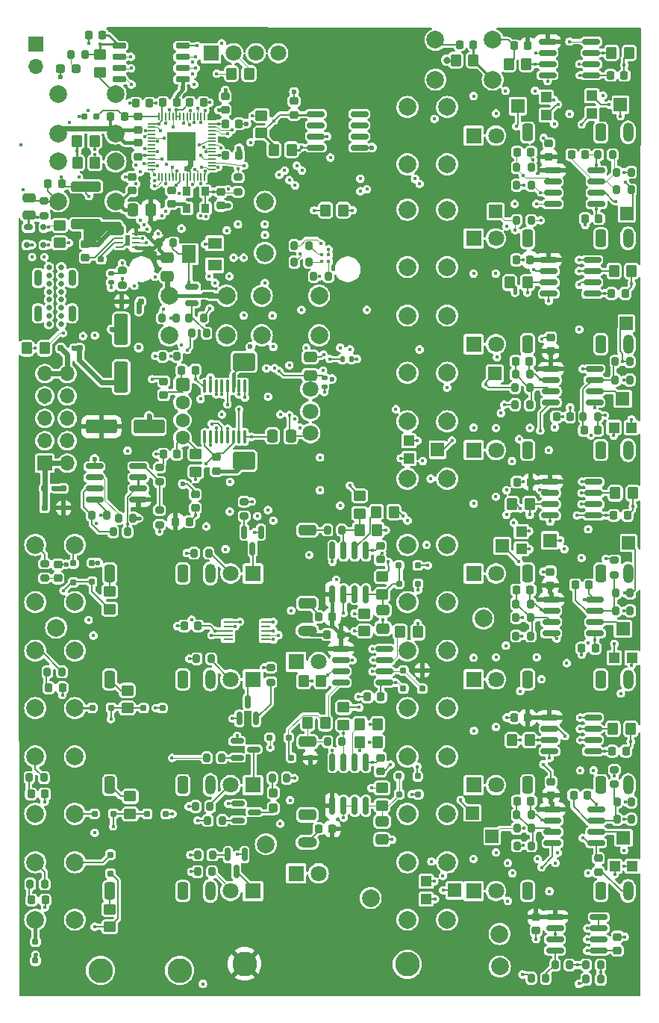
<source format=gbr>
%TF.GenerationSoftware,KiCad,Pcbnew,8.0.5*%
%TF.CreationDate,2025-01-19T15:26:32-08:00*%
%TF.ProjectId,main_board,6d61696e-5f62-46f6-9172-642e6b696361,1.0*%
%TF.SameCoordinates,Original*%
%TF.FileFunction,Copper,L4,Bot*%
%TF.FilePolarity,Positive*%
%FSLAX46Y46*%
G04 Gerber Fmt 4.6, Leading zero omitted, Abs format (unit mm)*
G04 Created by KiCad (PCBNEW 8.0.5) date 2025-01-19 15:26:32*
%MOMM*%
%LPD*%
G01*
G04 APERTURE LIST*
G04 Aperture macros list*
%AMRoundRect*
0 Rectangle with rounded corners*
0 $1 Rounding radius*
0 $2 $3 $4 $5 $6 $7 $8 $9 X,Y pos of 4 corners*
0 Add a 4 corners polygon primitive as box body*
4,1,4,$2,$3,$4,$5,$6,$7,$8,$9,$2,$3,0*
0 Add four circle primitives for the rounded corners*
1,1,$1+$1,$2,$3*
1,1,$1+$1,$4,$5*
1,1,$1+$1,$6,$7*
1,1,$1+$1,$8,$9*
0 Add four rect primitives between the rounded corners*
20,1,$1+$1,$2,$3,$4,$5,0*
20,1,$1+$1,$4,$5,$6,$7,0*
20,1,$1+$1,$6,$7,$8,$9,0*
20,1,$1+$1,$8,$9,$2,$3,0*%
G04 Aperture macros list end*
%TA.AperFunction,SMDPad,CuDef*%
%ADD10RoundRect,0.225000X-0.225000X-0.250000X0.225000X-0.250000X0.225000X0.250000X-0.225000X0.250000X0*%
%TD*%
%TA.AperFunction,SMDPad,CuDef*%
%ADD11RoundRect,0.225000X0.225000X0.250000X-0.225000X0.250000X-0.225000X-0.250000X0.225000X-0.250000X0*%
%TD*%
%TA.AperFunction,ComponentPad*%
%ADD12R,1.800000X1.800000*%
%TD*%
%TA.AperFunction,ComponentPad*%
%ADD13C,1.800000*%
%TD*%
%TA.AperFunction,ComponentPad*%
%ADD14C,2.000000*%
%TD*%
%TA.AperFunction,ComponentPad*%
%ADD15O,1.200000X2.200000*%
%TD*%
%TA.AperFunction,ComponentPad*%
%ADD16RoundRect,0.300000X0.300000X-0.700000X0.300000X0.700000X-0.300000X0.700000X-0.300000X-0.700000X0*%
%TD*%
%TA.AperFunction,ComponentPad*%
%ADD17O,2.200000X1.200000*%
%TD*%
%TA.AperFunction,ComponentPad*%
%ADD18RoundRect,0.300000X-0.700000X-0.300000X0.700000X-0.300000X0.700000X0.300000X-0.700000X0.300000X0*%
%TD*%
%TA.AperFunction,ComponentPad*%
%ADD19RoundRect,0.400000X0.400000X-0.400000X0.400000X0.400000X-0.400000X0.400000X-0.400000X-0.400000X0*%
%TD*%
%TA.AperFunction,ComponentPad*%
%ADD20C,1.600000*%
%TD*%
%TA.AperFunction,ComponentPad*%
%ADD21RoundRect,0.217391X1.032609X0.782609X-1.032609X0.782609X-1.032609X-0.782609X1.032609X-0.782609X0*%
%TD*%
%TA.AperFunction,ComponentPad*%
%ADD22C,0.650000*%
%TD*%
%TA.AperFunction,ComponentPad*%
%ADD23RoundRect,0.360000X-0.090000X0.540000X-0.090000X-0.540000X0.090000X-0.540000X0.090000X0.540000X0*%
%TD*%
%TA.AperFunction,SMDPad,CuDef*%
%ADD24RoundRect,0.250000X0.350000X0.450000X-0.350000X0.450000X-0.350000X-0.450000X0.350000X-0.450000X0*%
%TD*%
%TA.AperFunction,SMDPad,CuDef*%
%ADD25RoundRect,0.200000X-0.200000X-0.275000X0.200000X-0.275000X0.200000X0.275000X-0.200000X0.275000X0*%
%TD*%
%TA.AperFunction,SMDPad,CuDef*%
%ADD26RoundRect,0.200000X0.200000X0.275000X-0.200000X0.275000X-0.200000X-0.275000X0.200000X-0.275000X0*%
%TD*%
%TA.AperFunction,SMDPad,CuDef*%
%ADD27RoundRect,0.200000X0.275000X-0.200000X0.275000X0.200000X-0.275000X0.200000X-0.275000X-0.200000X0*%
%TD*%
%TA.AperFunction,SMDPad,CuDef*%
%ADD28RoundRect,0.250000X0.475000X-0.337500X0.475000X0.337500X-0.475000X0.337500X-0.475000X-0.337500X0*%
%TD*%
%TA.AperFunction,SMDPad,CuDef*%
%ADD29RoundRect,0.225000X0.250000X-0.225000X0.250000X0.225000X-0.250000X0.225000X-0.250000X-0.225000X0*%
%TD*%
%TA.AperFunction,SMDPad,CuDef*%
%ADD30R,1.500000X1.500000*%
%TD*%
%TA.AperFunction,SMDPad,CuDef*%
%ADD31R,1.200000X1.200000*%
%TD*%
%TA.AperFunction,SMDPad,CuDef*%
%ADD32R,1.500000X1.600000*%
%TD*%
%TA.AperFunction,SMDPad,CuDef*%
%ADD33RoundRect,0.175000X-0.175000X-0.175000X0.175000X-0.175000X0.175000X0.175000X-0.175000X0.175000X0*%
%TD*%
%TA.AperFunction,SMDPad,CuDef*%
%ADD34RoundRect,0.250000X-0.475000X0.337500X-0.475000X-0.337500X0.475000X-0.337500X0.475000X0.337500X0*%
%TD*%
%TA.AperFunction,SMDPad,CuDef*%
%ADD35RoundRect,0.150000X0.825000X0.150000X-0.825000X0.150000X-0.825000X-0.150000X0.825000X-0.150000X0*%
%TD*%
%TA.AperFunction,SMDPad,CuDef*%
%ADD36R,0.450000X0.450000*%
%TD*%
%TA.AperFunction,SMDPad,CuDef*%
%ADD37RoundRect,0.225000X-0.250000X0.225000X-0.250000X-0.225000X0.250000X-0.225000X0.250000X0.225000X0*%
%TD*%
%TA.AperFunction,SMDPad,CuDef*%
%ADD38RoundRect,0.062500X0.325000X0.062500X-0.325000X0.062500X-0.325000X-0.062500X0.325000X-0.062500X0*%
%TD*%
%TA.AperFunction,HeatsinkPad*%
%ADD39R,0.600000X1.200000*%
%TD*%
%TA.AperFunction,SMDPad,CuDef*%
%ADD40RoundRect,0.237500X0.237500X-0.287500X0.237500X0.287500X-0.237500X0.287500X-0.237500X-0.287500X0*%
%TD*%
%TA.AperFunction,SMDPad,CuDef*%
%ADD41RoundRect,0.175000X-0.175000X0.175000X-0.175000X-0.175000X0.175000X-0.175000X0.175000X0.175000X0*%
%TD*%
%TA.AperFunction,SMDPad,CuDef*%
%ADD42R,1.100000X0.250000*%
%TD*%
%TA.AperFunction,SMDPad,CuDef*%
%ADD43RoundRect,0.250000X0.337500X0.475000X-0.337500X0.475000X-0.337500X-0.475000X0.337500X-0.475000X0*%
%TD*%
%TA.AperFunction,SMDPad,CuDef*%
%ADD44RoundRect,0.250000X-0.450000X0.350000X-0.450000X-0.350000X0.450000X-0.350000X0.450000X0.350000X0*%
%TD*%
%TA.AperFunction,SMDPad,CuDef*%
%ADD45RoundRect,0.150000X-0.587500X-0.150000X0.587500X-0.150000X0.587500X0.150000X-0.587500X0.150000X0*%
%TD*%
%TA.AperFunction,SMDPad,CuDef*%
%ADD46RoundRect,0.250000X-0.350000X-0.450000X0.350000X-0.450000X0.350000X0.450000X-0.350000X0.450000X0*%
%TD*%
%TA.AperFunction,SMDPad,CuDef*%
%ADD47RoundRect,0.175000X-0.325000X0.175000X-0.325000X-0.175000X0.325000X-0.175000X0.325000X0.175000X0*%
%TD*%
%TA.AperFunction,SMDPad,CuDef*%
%ADD48RoundRect,0.150000X-0.150000X0.200000X-0.150000X-0.200000X0.150000X-0.200000X0.150000X0.200000X0*%
%TD*%
%TA.AperFunction,SMDPad,CuDef*%
%ADD49RoundRect,0.250000X0.450000X-0.350000X0.450000X0.350000X-0.450000X0.350000X-0.450000X-0.350000X0*%
%TD*%
%TA.AperFunction,SMDPad,CuDef*%
%ADD50RoundRect,0.150000X-0.150000X0.825000X-0.150000X-0.825000X0.150000X-0.825000X0.150000X0.825000X0*%
%TD*%
%TA.AperFunction,SMDPad,CuDef*%
%ADD51RoundRect,0.250000X0.475000X-0.250000X0.475000X0.250000X-0.475000X0.250000X-0.475000X-0.250000X0*%
%TD*%
%TA.AperFunction,SMDPad,CuDef*%
%ADD52R,1.600000X1.300000*%
%TD*%
%TA.AperFunction,SMDPad,CuDef*%
%ADD53R,1.600000X2.000000*%
%TD*%
%TA.AperFunction,SMDPad,CuDef*%
%ADD54RoundRect,0.150000X0.650000X0.150000X-0.650000X0.150000X-0.650000X-0.150000X0.650000X-0.150000X0*%
%TD*%
%TA.AperFunction,ComponentPad*%
%ADD55C,2.800000*%
%TD*%
%TA.AperFunction,SMDPad,CuDef*%
%ADD56RoundRect,0.135000X0.185000X-0.135000X0.185000X0.135000X-0.185000X0.135000X-0.185000X-0.135000X0*%
%TD*%
%TA.AperFunction,SMDPad,CuDef*%
%ADD57RoundRect,0.175000X0.175000X0.175000X-0.175000X0.175000X-0.175000X-0.175000X0.175000X-0.175000X0*%
%TD*%
%TA.AperFunction,SMDPad,CuDef*%
%ADD58R,1.600000X1.500000*%
%TD*%
%TA.AperFunction,SMDPad,CuDef*%
%ADD59RoundRect,0.200000X-0.275000X0.200000X-0.275000X-0.200000X0.275000X-0.200000X0.275000X0.200000X0*%
%TD*%
%TA.AperFunction,SMDPad,CuDef*%
%ADD60RoundRect,0.162500X0.162500X0.187500X-0.162500X0.187500X-0.162500X-0.187500X0.162500X-0.187500X0*%
%TD*%
%TA.AperFunction,SMDPad,CuDef*%
%ADD61RoundRect,0.135000X0.135000X0.185000X-0.135000X0.185000X-0.135000X-0.185000X0.135000X-0.185000X0*%
%TD*%
%TA.AperFunction,SMDPad,CuDef*%
%ADD62RoundRect,0.250000X-0.550000X1.500000X-0.550000X-1.500000X0.550000X-1.500000X0.550000X1.500000X0*%
%TD*%
%TA.AperFunction,SMDPad,CuDef*%
%ADD63RoundRect,0.150000X0.150000X-0.587500X0.150000X0.587500X-0.150000X0.587500X-0.150000X-0.587500X0*%
%TD*%
%TA.AperFunction,SMDPad,CuDef*%
%ADD64RoundRect,0.100000X0.100000X-0.637500X0.100000X0.637500X-0.100000X0.637500X-0.100000X-0.637500X0*%
%TD*%
%TA.AperFunction,ComponentPad*%
%ADD65R,1.700000X1.700000*%
%TD*%
%TA.AperFunction,ComponentPad*%
%ADD66O,1.700000X1.700000*%
%TD*%
%TA.AperFunction,SMDPad,CuDef*%
%ADD67RoundRect,0.175000X0.175000X-0.175000X0.175000X0.175000X-0.175000X0.175000X-0.175000X-0.175000X0*%
%TD*%
%TA.AperFunction,SMDPad,CuDef*%
%ADD68RoundRect,0.237500X-0.287500X-0.237500X0.287500X-0.237500X0.287500X0.237500X-0.287500X0.237500X0*%
%TD*%
%TA.AperFunction,SMDPad,CuDef*%
%ADD69RoundRect,0.050000X0.387500X0.050000X-0.387500X0.050000X-0.387500X-0.050000X0.387500X-0.050000X0*%
%TD*%
%TA.AperFunction,SMDPad,CuDef*%
%ADD70RoundRect,0.050000X0.050000X0.387500X-0.050000X0.387500X-0.050000X-0.387500X0.050000X-0.387500X0*%
%TD*%
%TA.AperFunction,HeatsinkPad*%
%ADD71R,3.200000X3.200000*%
%TD*%
%TA.AperFunction,SMDPad,CuDef*%
%ADD72RoundRect,0.150000X-0.150000X0.587500X-0.150000X-0.587500X0.150000X-0.587500X0.150000X0.587500X0*%
%TD*%
%TA.AperFunction,SMDPad,CuDef*%
%ADD73RoundRect,0.150000X-0.825000X-0.150000X0.825000X-0.150000X0.825000X0.150000X-0.825000X0.150000X0*%
%TD*%
%TA.AperFunction,SMDPad,CuDef*%
%ADD74R,0.900000X1.000000*%
%TD*%
%TA.AperFunction,SMDPad,CuDef*%
%ADD75RoundRect,0.250000X1.450000X-0.312500X1.450000X0.312500X-1.450000X0.312500X-1.450000X-0.312500X0*%
%TD*%
%TA.AperFunction,SMDPad,CuDef*%
%ADD76RoundRect,0.250000X-1.500000X-0.550000X1.500000X-0.550000X1.500000X0.550000X-1.500000X0.550000X0*%
%TD*%
%TA.AperFunction,ViaPad*%
%ADD77C,0.450000*%
%TD*%
%TA.AperFunction,ViaPad*%
%ADD78C,0.600000*%
%TD*%
%TA.AperFunction,ViaPad*%
%ADD79C,0.800000*%
%TD*%
%TA.AperFunction,Conductor*%
%ADD80C,0.200000*%
%TD*%
%TA.AperFunction,Conductor*%
%ADD81C,0.120000*%
%TD*%
%TA.AperFunction,Conductor*%
%ADD82C,0.600000*%
%TD*%
%TA.AperFunction,Conductor*%
%ADD83C,0.400000*%
%TD*%
%TA.AperFunction,Conductor*%
%ADD84C,0.100000*%
%TD*%
%TA.AperFunction,Conductor*%
%ADD85C,0.250000*%
%TD*%
%TA.AperFunction,Conductor*%
%ADD86C,0.300000*%
%TD*%
G04 APERTURE END LIST*
D10*
X113290000Y-113300000D03*
X114840000Y-113300000D03*
X106595000Y-113870000D03*
X108145000Y-113870000D03*
X113075000Y-137130000D03*
X114625000Y-137130000D03*
X106685000Y-137830000D03*
X108235000Y-137830000D03*
X106515000Y-87910000D03*
X108065000Y-87910000D03*
X114275000Y-95760000D03*
X115825000Y-95760000D03*
D11*
X108235000Y-64230000D03*
X106685000Y-64230000D03*
D10*
X112840000Y-64520000D03*
X114390000Y-64520000D03*
D12*
X101720000Y-124000000D03*
D13*
X104260000Y-124000000D03*
D14*
X103900000Y-56000000D03*
X97400000Y-56000000D03*
X103900000Y-51500000D03*
X97400000Y-51500000D03*
X94220000Y-139250000D03*
X94220000Y-132750000D03*
X98720000Y-139250000D03*
X98720000Y-132750000D03*
X94220000Y-151250000D03*
X94220000Y-144750000D03*
X98720000Y-151250000D03*
X98720000Y-144750000D03*
D15*
X119250000Y-148000000D03*
D16*
X107850000Y-148000000D03*
X116150000Y-148000000D03*
D14*
X94220000Y-65600000D03*
X94220000Y-59100000D03*
X98720000Y-65600000D03*
X98720000Y-59100000D03*
D12*
X101720000Y-62350000D03*
D13*
X104260000Y-62350000D03*
D14*
X94220000Y-127250000D03*
X94220000Y-120750000D03*
X98720000Y-127250000D03*
X98720000Y-120750000D03*
D12*
X101720000Y-148000000D03*
D13*
X104260000Y-148000000D03*
D14*
X61100000Y-62100000D03*
X54600000Y-62100000D03*
X61100000Y-57600000D03*
X54600000Y-57600000D03*
D12*
X101720000Y-74000000D03*
D13*
X104260000Y-74000000D03*
D15*
X119250000Y-62000000D03*
D16*
X107850000Y-62000000D03*
X116150000Y-62000000D03*
D14*
X94220000Y-89250000D03*
X94220000Y-82750000D03*
X98720000Y-89250000D03*
X98720000Y-82750000D03*
D17*
X82870000Y-118480000D03*
D18*
X82870000Y-107080000D03*
X82870000Y-115380000D03*
D14*
X61100000Y-69800000D03*
X54600000Y-69800000D03*
X61100000Y-65300000D03*
X54600000Y-65300000D03*
X52000000Y-151250000D03*
X52000000Y-144750000D03*
X56500000Y-151250000D03*
X56500000Y-144750000D03*
D19*
X68700000Y-90600000D03*
D20*
X68700000Y-96600000D03*
D21*
X75700000Y-88000000D03*
X75700000Y-99200000D03*
D13*
X83200000Y-96100000D03*
X83200000Y-91100000D03*
X83200000Y-93600000D03*
D20*
X68700000Y-92600000D03*
X68700000Y-94600000D03*
D12*
X76690000Y-112000000D03*
D13*
X74150000Y-112000000D03*
D14*
X94220000Y-115250000D03*
X94220000Y-108750000D03*
X98720000Y-115250000D03*
X98720000Y-108750000D03*
X52000000Y-115250000D03*
X52000000Y-108750000D03*
X56500000Y-115250000D03*
X56500000Y-108750000D03*
D12*
X81600000Y-146000000D03*
D13*
X84140000Y-146000000D03*
D17*
X82870000Y-142480000D03*
D18*
X82870000Y-131080000D03*
X82870000Y-139380000D03*
D12*
X81600000Y-122000000D03*
D13*
X84140000Y-122000000D03*
D14*
X52000000Y-139250000D03*
X52000000Y-132750000D03*
X56500000Y-139250000D03*
X56500000Y-132750000D03*
D15*
X119250000Y-112000000D03*
D16*
X107850000Y-112000000D03*
X116150000Y-112000000D03*
D12*
X76690000Y-136000000D03*
D13*
X74150000Y-136000000D03*
D12*
X101720000Y-136000000D03*
D13*
X104260000Y-136000000D03*
D12*
X76690000Y-124000000D03*
D13*
X74150000Y-124000000D03*
D15*
X71850000Y-112000000D03*
D16*
X60450000Y-112000000D03*
X68750000Y-112000000D03*
D12*
X101720000Y-98000000D03*
D13*
X104260000Y-98000000D03*
D15*
X71850000Y-124000000D03*
D16*
X60450000Y-124000000D03*
X68750000Y-124000000D03*
D15*
X71850000Y-136000000D03*
D16*
X60450000Y-136000000D03*
X68750000Y-136000000D03*
D15*
X119250000Y-136000000D03*
D16*
X107850000Y-136000000D03*
X116150000Y-136000000D03*
D14*
X94220000Y-101250000D03*
X94220000Y-94750000D03*
X98720000Y-101250000D03*
X98720000Y-94750000D03*
D12*
X101720000Y-86000000D03*
D13*
X104260000Y-86000000D03*
D15*
X119250000Y-86000000D03*
D16*
X107850000Y-86000000D03*
X116150000Y-86000000D03*
D14*
X94220000Y-77250000D03*
X94220000Y-70750000D03*
X98720000Y-77250000D03*
X98720000Y-70750000D03*
D15*
X119250000Y-124000000D03*
D16*
X107850000Y-124000000D03*
X116150000Y-124000000D03*
D15*
X119250000Y-98000000D03*
D16*
X107850000Y-98000000D03*
X116150000Y-98000000D03*
D15*
X71850000Y-148000000D03*
D16*
X60450000Y-148000000D03*
X68750000Y-148000000D03*
D22*
X54950000Y-77250000D03*
X54950000Y-78200000D03*
X54950000Y-79150000D03*
X54950000Y-80050000D03*
X54950000Y-80950000D03*
X54950000Y-81850000D03*
X54950000Y-82800000D03*
X54950000Y-83750000D03*
X53550000Y-83750000D03*
X53550000Y-82800000D03*
X53550000Y-81850000D03*
X53550000Y-80950000D03*
X53550000Y-80050000D03*
X53550000Y-79150000D03*
X53550000Y-78200000D03*
X53550000Y-77250000D03*
D23*
X56180000Y-78500000D03*
X52320000Y-78500000D03*
X56180000Y-82500000D03*
X52320000Y-82500000D03*
D12*
X71940000Y-53000000D03*
D13*
X74480000Y-53000000D03*
X77020000Y-53000000D03*
X79560000Y-53000000D03*
D14*
X52000000Y-127250000D03*
X52000000Y-120750000D03*
X56500000Y-127250000D03*
X56500000Y-120750000D03*
D15*
X119250000Y-74000000D03*
D16*
X107850000Y-74000000D03*
X116150000Y-74000000D03*
D12*
X101720000Y-112000000D03*
D13*
X104260000Y-112000000D03*
D12*
X76690000Y-148000000D03*
D13*
X74150000Y-148000000D03*
D14*
X77700000Y-80500000D03*
X84200000Y-80500000D03*
X77700000Y-85000000D03*
X84200000Y-85000000D03*
X67200000Y-80500000D03*
X73700000Y-80500000D03*
X67200000Y-85000000D03*
X73700000Y-85000000D03*
D24*
X119660000Y-77710000D03*
X117660000Y-77710000D03*
D25*
X69425000Y-83000000D03*
X71075000Y-83000000D03*
D26*
X55025000Y-123150000D03*
X53375000Y-123150000D03*
D27*
X61850000Y-79305000D03*
X61850000Y-77655000D03*
D26*
X108095000Y-92860000D03*
X106445000Y-92860000D03*
D25*
X117845000Y-114225000D03*
X119495000Y-114225000D03*
D28*
X83200000Y-89537500D03*
X83200000Y-87462500D03*
D29*
X73550000Y-59460000D03*
X73550000Y-57910000D03*
D11*
X85700000Y-116910000D03*
X84150000Y-116910000D03*
D25*
X117955000Y-66495000D03*
X119605000Y-66495000D03*
D30*
X104970000Y-108870000D03*
D31*
X94405000Y-98950000D03*
D32*
X97655000Y-97950000D03*
D31*
X94405000Y-96950000D03*
D33*
X58715000Y-139250000D03*
X60865000Y-139250000D03*
D26*
X108195000Y-117025000D03*
X106545000Y-117025000D03*
D34*
X67000000Y-76212500D03*
X67000000Y-78287500D03*
D35*
X115445000Y-88805000D03*
X115445000Y-90075000D03*
X115445000Y-91345000D03*
X115445000Y-92615000D03*
X110495000Y-92615000D03*
X110495000Y-91345000D03*
X110495000Y-90075000D03*
X110495000Y-88805000D03*
D26*
X83030000Y-74800000D03*
X81380000Y-74800000D03*
D30*
X119100000Y-71220000D03*
D10*
X73550000Y-64600000D03*
X75100000Y-64600000D03*
D26*
X72100000Y-143900000D03*
X70450000Y-143900000D03*
D25*
X117985000Y-139860000D03*
X119635000Y-139860000D03*
D35*
X88775000Y-59895000D03*
X88775000Y-61165000D03*
X88775000Y-62435000D03*
X88775000Y-63705000D03*
X83825000Y-63705000D03*
X83825000Y-62435000D03*
X83825000Y-61165000D03*
X83825000Y-59895000D03*
D25*
X117795000Y-87960000D03*
X119445000Y-87960000D03*
D29*
X81360000Y-59990000D03*
X81360000Y-58440000D03*
D36*
X85240000Y-75840000D03*
X84470000Y-75840000D03*
X84470000Y-76610000D03*
X85240000Y-76610000D03*
D37*
X67450000Y-68525000D03*
X67450000Y-70075000D03*
D24*
X95390000Y-118630000D03*
X93390000Y-118630000D03*
D30*
X119070000Y-83620000D03*
D38*
X63437500Y-73485000D03*
X63437500Y-73985000D03*
X63437500Y-74485000D03*
X63437500Y-74985000D03*
X61512500Y-74985000D03*
X61512500Y-74485000D03*
X61512500Y-73985000D03*
X61512500Y-73485000D03*
D39*
X62475000Y-74235000D03*
D35*
X115920000Y-150950000D03*
X115920000Y-152220000D03*
X115920000Y-153490000D03*
X115920000Y-154760000D03*
X110970000Y-154760000D03*
X110970000Y-153490000D03*
X110970000Y-152220000D03*
X110970000Y-150950000D03*
D26*
X108275000Y-139360000D03*
X106625000Y-139360000D03*
X108095000Y-90910000D03*
X106445000Y-90910000D03*
D40*
X79000000Y-138600000D03*
X79000000Y-136850000D03*
D29*
X110500000Y-137160000D03*
X110500000Y-135610000D03*
D41*
X59460000Y-74215000D03*
X59460000Y-76365000D03*
D42*
X78165000Y-117490000D03*
X78165000Y-117990000D03*
X78165000Y-118490000D03*
X78165000Y-118990000D03*
X78165000Y-119490000D03*
X73865000Y-119490000D03*
X73865000Y-118990000D03*
X73865000Y-118490000D03*
X73865000Y-117990000D03*
X73865000Y-117490000D03*
D43*
X65137500Y-70800000D03*
X63062500Y-70800000D03*
D44*
X59345000Y-53150000D03*
X59345000Y-55150000D03*
D35*
X115635000Y-138755000D03*
X115635000Y-140025000D03*
X115635000Y-141295000D03*
X115635000Y-142565000D03*
X110685000Y-142565000D03*
X110685000Y-141295000D03*
X110685000Y-140025000D03*
X110685000Y-138755000D03*
D26*
X108195000Y-119075000D03*
X106545000Y-119075000D03*
X73225000Y-140000000D03*
X71575000Y-140000000D03*
D45*
X74900000Y-132900000D03*
X74900000Y-131000000D03*
X76775000Y-131950000D03*
D10*
X69530000Y-58600000D03*
X71080000Y-58600000D03*
D31*
X107145000Y-109230000D03*
D32*
X110395000Y-108230000D03*
D31*
X107145000Y-107230000D03*
D33*
X93295000Y-137035000D03*
X95445000Y-137035000D03*
D46*
X99710000Y-53800000D03*
X101710000Y-53800000D03*
D29*
X54570000Y-112525000D03*
X54570000Y-110975000D03*
D10*
X67925000Y-106120000D03*
X69475000Y-106120000D03*
D47*
X51240000Y-72750000D03*
D48*
X52940000Y-72750000D03*
X52940000Y-74750000D03*
X51040000Y-74750000D03*
D26*
X115815000Y-94220000D03*
X114165000Y-94220000D03*
D49*
X62770000Y-139270000D03*
X62770000Y-137270000D03*
D26*
X108275000Y-67980000D03*
X106625000Y-67980000D03*
D10*
X66495000Y-58590000D03*
X68045000Y-58590000D03*
D26*
X109915000Y-157890000D03*
X108265000Y-157890000D03*
D35*
X91620000Y-120550000D03*
X91620000Y-121820000D03*
X91620000Y-123090000D03*
X91620000Y-124360000D03*
X86670000Y-124360000D03*
X86670000Y-123090000D03*
X86670000Y-121820000D03*
X86670000Y-120550000D03*
X115495000Y-114970000D03*
X115495000Y-116240000D03*
X115495000Y-117510000D03*
X115495000Y-118780000D03*
X110545000Y-118780000D03*
X110545000Y-117510000D03*
X110545000Y-116240000D03*
X110545000Y-114970000D03*
D41*
X60530000Y-143875000D03*
X60530000Y-146025000D03*
D33*
X54875000Y-86450000D03*
X57025000Y-86450000D03*
D35*
X115280000Y-128340000D03*
X115280000Y-129610000D03*
X115280000Y-130880000D03*
X115280000Y-132150000D03*
X110330000Y-132150000D03*
X110330000Y-130880000D03*
X110330000Y-129610000D03*
X110330000Y-128340000D03*
X115200000Y-76450000D03*
X115200000Y-77720000D03*
X115200000Y-78990000D03*
X115200000Y-80260000D03*
X110250000Y-80260000D03*
X110250000Y-78990000D03*
X110250000Y-77720000D03*
X110250000Y-76450000D03*
D29*
X91150000Y-134420000D03*
X91150000Y-132870000D03*
D26*
X108285000Y-140910000D03*
X106635000Y-140910000D03*
D50*
X85710000Y-133380000D03*
X86980000Y-133380000D03*
X88250000Y-133380000D03*
X89520000Y-133380000D03*
X89520000Y-138330000D03*
X88250000Y-138330000D03*
X86980000Y-138330000D03*
X85710000Y-138330000D03*
D11*
X119185000Y-105410000D03*
X117635000Y-105410000D03*
D26*
X53075000Y-147200000D03*
X51425000Y-147200000D03*
D10*
X113975000Y-120470000D03*
X115525000Y-120470000D03*
D26*
X68010000Y-83010000D03*
X66360000Y-83010000D03*
D25*
X117795000Y-90060000D03*
X119445000Y-90060000D03*
D51*
X51260000Y-71330000D03*
X51260000Y-69430000D03*
D52*
X72350000Y-74550000D03*
D53*
X69450000Y-75800000D03*
D52*
X72350000Y-77050000D03*
D29*
X115890000Y-145825000D03*
X115890000Y-144275000D03*
D43*
X80987500Y-96400000D03*
X78912500Y-96400000D03*
D54*
X68720000Y-52155000D03*
X68720000Y-53425000D03*
X68720000Y-54695000D03*
X68720000Y-55965000D03*
X61520000Y-55965000D03*
X61520000Y-54695000D03*
X61520000Y-53425000D03*
X61520000Y-52155000D03*
D37*
X108800000Y-150950000D03*
X108800000Y-152500000D03*
D29*
X63650000Y-64725000D03*
X63650000Y-63175000D03*
D26*
X68090000Y-87380000D03*
X66440000Y-87380000D03*
D55*
X94210000Y-156320000D03*
D25*
X117955000Y-68495000D03*
X119605000Y-68495000D03*
D49*
X60450000Y-116040000D03*
X60450000Y-114040000D03*
D11*
X59630000Y-50950000D03*
X58080000Y-50950000D03*
D26*
X83040000Y-76690000D03*
X81390000Y-76690000D03*
D49*
X91360000Y-114370000D03*
X91360000Y-112370000D03*
D30*
X104120000Y-89310000D03*
D24*
X119800000Y-102880000D03*
X117800000Y-102880000D03*
D26*
X67675000Y-74500000D03*
X66025000Y-74500000D03*
D56*
X60600000Y-78990000D03*
X60600000Y-77970000D03*
D33*
X61825000Y-81150000D03*
X63975000Y-81150000D03*
D10*
X73550000Y-61000000D03*
X75100000Y-61000000D03*
D49*
X91340000Y-138330000D03*
X91340000Y-136330000D03*
D35*
X115070000Y-51695000D03*
X115070000Y-52965000D03*
X115070000Y-54235000D03*
X115070000Y-55505000D03*
X110120000Y-55505000D03*
X110120000Y-54235000D03*
X110120000Y-52965000D03*
X110120000Y-51695000D03*
D56*
X84790000Y-90800000D03*
X84790000Y-89780000D03*
D57*
X95395000Y-134980000D03*
X93245000Y-134980000D03*
D26*
X108115000Y-89410000D03*
X106465000Y-89410000D03*
D30*
X119320000Y-108530000D03*
D31*
X119680000Y-121540000D03*
D58*
X118680000Y-118290000D03*
D31*
X117680000Y-121540000D03*
D14*
X104680000Y-152870000D03*
D59*
X66100000Y-104825000D03*
X66100000Y-106475000D03*
D28*
X91450000Y-118235000D03*
X91450000Y-116160000D03*
D33*
X58465000Y-127230000D03*
X60615000Y-127230000D03*
D11*
X101710000Y-52020000D03*
X100160000Y-52020000D03*
D60*
X58945000Y-60210000D03*
X57595000Y-60210000D03*
D14*
X104710000Y-156570000D03*
D10*
X89665000Y-125970000D03*
X91215000Y-125970000D03*
D61*
X87860000Y-87680000D03*
X86840000Y-87680000D03*
D62*
X61750000Y-84325000D03*
X61750000Y-89725000D03*
D49*
X70200000Y-100450000D03*
X70200000Y-98450000D03*
D30*
X101580000Y-139140000D03*
D29*
X57690000Y-76175000D03*
X57690000Y-74625000D03*
D49*
X77650000Y-62075000D03*
X77650000Y-60075000D03*
D41*
X52020000Y-153740000D03*
X52020000Y-155890000D03*
D46*
X82910000Y-128950000D03*
X84910000Y-128950000D03*
X88810000Y-131090000D03*
X90810000Y-131090000D03*
D37*
X63650000Y-60150000D03*
X63650000Y-61700000D03*
D11*
X62120000Y-60200000D03*
X60570000Y-60200000D03*
D63*
X77050000Y-128437500D03*
X75150000Y-128437500D03*
X76100000Y-126562500D03*
D25*
X61450000Y-105725000D03*
X63100000Y-105725000D03*
D29*
X110240000Y-64765000D03*
X110240000Y-63215000D03*
D25*
X117985000Y-137910000D03*
X119635000Y-137910000D03*
D26*
X108185000Y-115430000D03*
X106535000Y-115430000D03*
D55*
X75750000Y-156260000D03*
D35*
X115655000Y-66290000D03*
X115655000Y-67560000D03*
X115655000Y-68830000D03*
X115655000Y-70100000D03*
X110705000Y-70100000D03*
X110705000Y-68830000D03*
X110705000Y-67560000D03*
X110705000Y-66290000D03*
D11*
X118925000Y-80250000D03*
X117375000Y-80250000D03*
D49*
X54780000Y-74510000D03*
X54780000Y-72510000D03*
D64*
X75775000Y-96512500D03*
X75125000Y-96512500D03*
X74475000Y-96512500D03*
X73825000Y-96512500D03*
X73175000Y-96512500D03*
X72525000Y-96512500D03*
X71875000Y-96512500D03*
X71225000Y-96512500D03*
X71225000Y-90787500D03*
X71875000Y-90787500D03*
X72525000Y-90787500D03*
X73175000Y-90787500D03*
X73825000Y-90787500D03*
X74475000Y-90787500D03*
X75125000Y-90787500D03*
X75775000Y-90787500D03*
D49*
X86980000Y-129190000D03*
X86980000Y-127190000D03*
D11*
X118815000Y-55510000D03*
X117265000Y-55510000D03*
D46*
X90690000Y-105040000D03*
X92690000Y-105040000D03*
D26*
X116140000Y-158010000D03*
X114490000Y-158010000D03*
D31*
X115145000Y-59840000D03*
D32*
X118395000Y-58840000D03*
D31*
X115145000Y-57840000D03*
D10*
X114385000Y-71760000D03*
X115935000Y-71760000D03*
D11*
X107870000Y-128340000D03*
X106320000Y-128340000D03*
D25*
X115855000Y-64520000D03*
X117505000Y-64520000D03*
D31*
X109990000Y-58000000D03*
D32*
X106740000Y-59000000D03*
D31*
X109990000Y-60000000D03*
D14*
X90040000Y-148790000D03*
D50*
X85710000Y-109405000D03*
X86980000Y-109405000D03*
X88250000Y-109405000D03*
X89520000Y-109405000D03*
X89520000Y-114355000D03*
X88250000Y-114355000D03*
X86980000Y-114355000D03*
X85710000Y-114355000D03*
D65*
X53100000Y-99500000D03*
D66*
X55640000Y-99500000D03*
X53100000Y-96960000D03*
X55640000Y-96960000D03*
X53100000Y-94420000D03*
X55640000Y-94420000D03*
X53100000Y-91880000D03*
X55640000Y-91880000D03*
X53100000Y-89340000D03*
X55640000Y-89340000D03*
D14*
X54370000Y-118140000D03*
D26*
X85250000Y-78300000D03*
X83600000Y-78300000D03*
D57*
X95900000Y-125050000D03*
X93750000Y-125050000D03*
D24*
X76240000Y-55330000D03*
X74240000Y-55330000D03*
D11*
X68065000Y-98470000D03*
X66515000Y-98470000D03*
D25*
X70305000Y-121660000D03*
X71955000Y-121660000D03*
D10*
X111130000Y-94230000D03*
X112680000Y-94230000D03*
D29*
X110430000Y-113350000D03*
X110430000Y-111800000D03*
D24*
X90790000Y-107080000D03*
X88790000Y-107080000D03*
D57*
X55212500Y-104550000D03*
X53062500Y-104550000D03*
D24*
X86940000Y-70820000D03*
X84940000Y-70820000D03*
D67*
X58440000Y-112932500D03*
X58440000Y-110782500D03*
D57*
X95900000Y-122980000D03*
X93750000Y-122980000D03*
D31*
X119730000Y-145195000D03*
D58*
X118730000Y-141945000D03*
D31*
X117730000Y-145195000D03*
D10*
X51525000Y-137000000D03*
X53075000Y-137000000D03*
X51575000Y-149030000D03*
X53125000Y-149030000D03*
D29*
X91140000Y-110430000D03*
X91140000Y-108880000D03*
D59*
X117710000Y-134265000D03*
X117710000Y-135915000D03*
D14*
X102830000Y-117090000D03*
D37*
X73050000Y-68725000D03*
X73050000Y-70275000D03*
D11*
X85700000Y-140940000D03*
X84150000Y-140940000D03*
D27*
X66100000Y-101625000D03*
X66100000Y-99975000D03*
D26*
X60070000Y-105370000D03*
X58420000Y-105370000D03*
D25*
X60835000Y-107260000D03*
X62485000Y-107260000D03*
D33*
X64287500Y-127250000D03*
X66437500Y-127250000D03*
D11*
X86650000Y-118900000D03*
X85100000Y-118900000D03*
D25*
X56020000Y-53150000D03*
X57670000Y-53150000D03*
D46*
X79070000Y-63960000D03*
X81070000Y-63960000D03*
D11*
X119005000Y-132140000D03*
X117455000Y-132140000D03*
D27*
X75700000Y-105500000D03*
X75700000Y-103850000D03*
D25*
X110965000Y-156390000D03*
X112615000Y-156390000D03*
D14*
X78050000Y-69850000D03*
D46*
X56765000Y-65425000D03*
X58765000Y-65425000D03*
D11*
X70465000Y-117960000D03*
X68915000Y-117960000D03*
D29*
X110470000Y-86785000D03*
X110470000Y-85235000D03*
D26*
X116135000Y-156390000D03*
X114485000Y-156390000D03*
D27*
X53000000Y-71425000D03*
X53000000Y-69775000D03*
D33*
X93277500Y-113170000D03*
X95427500Y-113170000D03*
D26*
X73125000Y-132900000D03*
X71475000Y-132900000D03*
X86795000Y-131080000D03*
X85145000Y-131080000D03*
D57*
X95402500Y-111080000D03*
X93252500Y-111080000D03*
D11*
X54985000Y-67840000D03*
X53435000Y-67840000D03*
D59*
X53050000Y-110875000D03*
X53050000Y-112525000D03*
D65*
X52040000Y-51930000D03*
D66*
X52040000Y-54470000D03*
D11*
X64950000Y-58670000D03*
X63400000Y-58670000D03*
D68*
X54895000Y-54780000D03*
X56645000Y-54780000D03*
D25*
X70175000Y-138410000D03*
X71825000Y-138410000D03*
X106625000Y-65980000D03*
X108275000Y-65980000D03*
D69*
X72050000Y-61000000D03*
X72050000Y-61400000D03*
X72050000Y-61800000D03*
X72050000Y-62200000D03*
X72050000Y-62600000D03*
X72050000Y-63000000D03*
X72050000Y-63400000D03*
X72050000Y-63800000D03*
X72050000Y-64200000D03*
X72050000Y-64600000D03*
X72050000Y-65000000D03*
X72050000Y-65400000D03*
X72050000Y-65800000D03*
X72050000Y-66200000D03*
D70*
X71212500Y-67037500D03*
X70812500Y-67037500D03*
X70412500Y-67037500D03*
X70012500Y-67037500D03*
X69612500Y-67037500D03*
X69212500Y-67037500D03*
X68812500Y-67037500D03*
X68412500Y-67037500D03*
X68012500Y-67037500D03*
X67612500Y-67037500D03*
X67212500Y-67037500D03*
X66812500Y-67037500D03*
X66412500Y-67037500D03*
X66012500Y-67037500D03*
D69*
X65175000Y-66200000D03*
X65175000Y-65800000D03*
X65175000Y-65400000D03*
X65175000Y-65000000D03*
X65175000Y-64600000D03*
X65175000Y-64200000D03*
X65175000Y-63800000D03*
X65175000Y-63400000D03*
X65175000Y-63000000D03*
X65175000Y-62600000D03*
X65175000Y-62200000D03*
X65175000Y-61800000D03*
X65175000Y-61400000D03*
X65175000Y-61000000D03*
D70*
X66012500Y-60162500D03*
X66412500Y-60162500D03*
X66812500Y-60162500D03*
X67212500Y-60162500D03*
X67612500Y-60162500D03*
X68012500Y-60162500D03*
X68412500Y-60162500D03*
X68812500Y-60162500D03*
X69212500Y-60162500D03*
X69612500Y-60162500D03*
X70012500Y-60162500D03*
X70412500Y-60162500D03*
X70812500Y-60162500D03*
X71212500Y-60162500D03*
D71*
X68612500Y-63600000D03*
D46*
X88840000Y-129100000D03*
X90840000Y-129100000D03*
D31*
X119640000Y-95445000D03*
D58*
X118640000Y-92195000D03*
D31*
X117640000Y-95445000D03*
D27*
X75010000Y-68730000D03*
X75010000Y-67080000D03*
D72*
X75700000Y-107300000D03*
X77600000Y-107300000D03*
X76650000Y-109175000D03*
D33*
X53025000Y-102350000D03*
X55175000Y-102350000D03*
D25*
X117845000Y-116225000D03*
X119495000Y-116225000D03*
D46*
X82440000Y-124200000D03*
X84440000Y-124200000D03*
D35*
X115350000Y-101600000D03*
X115350000Y-102870000D03*
X115350000Y-104140000D03*
X115350000Y-105410000D03*
X110400000Y-105410000D03*
X110400000Y-104140000D03*
X110400000Y-102870000D03*
X110400000Y-101600000D03*
D26*
X108265000Y-71960000D03*
X106615000Y-71960000D03*
D41*
X56330000Y-110847500D03*
X56330000Y-112997500D03*
D11*
X70155000Y-88940000D03*
X68605000Y-88940000D03*
D30*
X103830000Y-141770000D03*
D73*
X58725000Y-103655000D03*
X58725000Y-102385000D03*
X58725000Y-101115000D03*
X58725000Y-99845000D03*
X63675000Y-99845000D03*
X63675000Y-101115000D03*
X63675000Y-102385000D03*
X63675000Y-103655000D03*
D49*
X62450000Y-127250000D03*
X62450000Y-125250000D03*
D45*
X69762500Y-81350000D03*
X69762500Y-79450000D03*
X71637500Y-80400000D03*
D14*
X78050000Y-75650000D03*
D44*
X89340000Y-116540000D03*
X89340000Y-118540000D03*
D72*
X73850000Y-143862500D03*
X75750000Y-143862500D03*
X74800000Y-145737500D03*
D49*
X60450000Y-152060000D03*
X60450000Y-150060000D03*
D26*
X71425000Y-84750000D03*
X69775000Y-84750000D03*
D59*
X117720000Y-110515000D03*
X117720000Y-112165000D03*
D57*
X83185000Y-132890000D03*
X81035000Y-132890000D03*
D11*
X108135000Y-76440000D03*
X106585000Y-76440000D03*
D46*
X106080000Y-130895000D03*
X108080000Y-130895000D03*
X106100000Y-104130000D03*
X108100000Y-104130000D03*
D25*
X70035000Y-109680000D03*
X71685000Y-109680000D03*
D24*
X119380000Y-52970000D03*
X117380000Y-52970000D03*
D55*
X59400000Y-157000000D03*
D11*
X108200000Y-101630000D03*
X106650000Y-101630000D03*
D26*
X86795000Y-107070000D03*
X85145000Y-107070000D03*
D29*
X70150000Y-104575000D03*
X70150000Y-103025000D03*
D74*
X71300000Y-70575000D03*
X69200000Y-70575000D03*
X69200000Y-68675000D03*
X71300000Y-68675000D03*
D27*
X78700000Y-124325000D03*
X78700000Y-122675000D03*
D46*
X105825000Y-79005000D03*
X107825000Y-79005000D03*
D37*
X62970000Y-67035000D03*
X62970000Y-68585000D03*
D10*
X53525000Y-124950000D03*
X55075000Y-124950000D03*
D46*
X51050000Y-86450000D03*
X53050000Y-86450000D03*
D37*
X118050000Y-153200000D03*
X118050000Y-154750000D03*
D11*
X107860000Y-52170000D03*
X106310000Y-52170000D03*
D31*
X96325000Y-148910000D03*
D32*
X99575000Y-147910000D03*
D31*
X96325000Y-146910000D03*
D26*
X80535000Y-135200000D03*
X78885000Y-135200000D03*
D25*
X70395000Y-145820000D03*
X72045000Y-145820000D03*
D26*
X108285000Y-142860000D03*
X106635000Y-142860000D03*
D24*
X119550000Y-129610000D03*
X117550000Y-129610000D03*
D28*
X91350000Y-142175000D03*
X91350000Y-140100000D03*
D30*
X104230000Y-70960000D03*
D26*
X52975000Y-135150000D03*
X51325000Y-135150000D03*
D37*
X72550000Y-98825000D03*
X72550000Y-100375000D03*
D46*
X105720000Y-54225000D03*
X107720000Y-54225000D03*
D75*
X57760000Y-72390000D03*
X57760000Y-68115000D03*
D33*
X64685000Y-139260000D03*
X66835000Y-139260000D03*
D45*
X75000000Y-140000000D03*
X75000000Y-138100000D03*
X76875000Y-139050000D03*
D14*
X78170000Y-142690000D03*
D49*
X88800000Y-105190000D03*
X88800000Y-103190000D03*
D76*
X59500000Y-95350000D03*
X64900000Y-95350000D03*
D46*
X56740000Y-62950000D03*
X58740000Y-62950000D03*
D37*
X66575000Y-90225000D03*
X66575000Y-91775000D03*
D55*
X68375000Y-157000000D03*
D57*
X80752500Y-130610000D03*
X78602500Y-130610000D03*
D77*
X58100000Y-69220000D03*
X64580000Y-74480000D03*
X61850000Y-76810000D03*
X64180000Y-73980000D03*
X61880000Y-78540000D03*
X60600000Y-79610000D03*
X62475000Y-74235000D03*
X54980000Y-67070000D03*
X56960000Y-67080000D03*
X66810000Y-70910000D03*
X66810000Y-67840000D03*
X95080000Y-67250000D03*
X88890000Y-67240000D03*
X88890000Y-68650000D03*
X107360000Y-101620000D03*
X109640000Y-111800000D03*
X119800000Y-104350000D03*
X76900000Y-107300000D03*
X89980000Y-129100000D03*
X76530000Y-96500000D03*
D78*
X54890000Y-55710000D03*
X69830000Y-62680000D03*
X75960000Y-61000000D03*
D77*
X111850000Y-94220000D03*
D78*
X90190000Y-63700000D03*
D77*
X58080000Y-51900000D03*
X79000000Y-118490000D03*
X67560000Y-139250000D03*
D78*
X69620000Y-64760000D03*
D77*
X113570000Y-156380000D03*
D78*
X60680000Y-84320000D03*
X75110000Y-63790000D03*
X68720000Y-56990000D03*
D77*
X84710000Y-87170000D03*
X108800000Y-153450000D03*
X68115000Y-117960000D03*
X91340000Y-109690000D03*
D78*
X73890000Y-70270000D03*
D77*
X118850000Y-153200000D03*
D78*
X64900000Y-94120000D03*
D77*
X52030000Y-155200000D03*
X107320000Y-76430000D03*
X119560000Y-131040000D03*
X93740000Y-105460000D03*
D78*
X81360000Y-57400000D03*
D77*
X71770000Y-58600000D03*
X68120000Y-70070000D03*
X73900000Y-138100000D03*
X95430000Y-113880000D03*
X83360000Y-124200000D03*
X74362500Y-128437500D03*
X55070000Y-125780000D03*
X94700000Y-137040000D03*
X107050000Y-104630000D03*
X92310000Y-133670000D03*
X88650000Y-125980000D03*
D78*
X55500000Y-110960000D03*
D77*
X53070000Y-137870000D03*
X62690000Y-58670000D03*
D78*
X67430000Y-62710000D03*
X69170000Y-66130000D03*
D77*
X109670000Y-62610000D03*
X106420000Y-80160000D03*
X70190000Y-105410000D03*
X109500000Y-85370000D03*
D78*
X67420000Y-64810000D03*
D77*
X63790000Y-105730000D03*
X79020000Y-117490000D03*
X95390000Y-117640000D03*
X53120000Y-149830000D03*
D78*
X59130000Y-110780000D03*
D77*
X113980000Y-121190000D03*
X107010000Y-130890000D03*
X65730000Y-98470000D03*
X74937500Y-143862500D03*
X91450000Y-117270000D03*
X69240000Y-86660000D03*
X118810000Y-54340000D03*
X65650000Y-127260000D03*
X74900000Y-130400000D03*
X105470000Y-128330000D03*
X109640000Y-133640000D03*
X73550000Y-57150000D03*
X119650000Y-79180000D03*
X114390000Y-72490000D03*
X92480000Y-142180000D03*
X80830000Y-94040000D03*
X85390000Y-87680000D03*
X65520000Y-67470000D03*
X80830000Y-88390000D03*
X80810000Y-67390000D03*
X65520000Y-66790000D03*
X79680000Y-89039031D03*
X79680000Y-66790000D03*
X81480000Y-68000000D03*
X65520000Y-68050000D03*
X81400000Y-94500000D03*
X79150000Y-88710000D03*
X74300000Y-61700000D03*
X77925000Y-122675000D03*
X78220000Y-88740000D03*
X67510000Y-132900000D03*
X65900000Y-63010000D03*
X58050000Y-117270000D03*
X71110000Y-63640000D03*
X58745489Y-152045489D03*
X69740000Y-117240000D03*
X70400000Y-140000000D03*
X58738531Y-141400000D03*
X50360000Y-63400000D03*
X60830000Y-140680000D03*
X70600000Y-63360000D03*
X95350000Y-133900000D03*
X84790000Y-91420000D03*
X96530000Y-111080000D03*
X81400000Y-135200000D03*
X83080000Y-109900000D03*
X88490000Y-87670000D03*
X72800000Y-61000000D03*
X69470000Y-121660000D03*
D79*
X98690000Y-53800000D03*
D77*
X72250000Y-68700000D03*
X70200000Y-101310000D03*
X68290000Y-68870000D03*
X59320000Y-51980000D03*
X68000000Y-67960000D03*
X69400000Y-138410000D03*
X79070000Y-60670000D03*
X64400000Y-64600000D03*
X105470000Y-72630000D03*
X72850000Y-64600000D03*
X56970000Y-60210000D03*
X69700000Y-145820000D03*
X85280000Y-75260000D03*
X88000000Y-70810000D03*
X66000000Y-61000000D03*
X56750000Y-64100000D03*
X68000000Y-59430000D03*
X69190000Y-109670000D03*
X80290000Y-66310000D03*
X74680000Y-117990000D03*
X81030000Y-116210000D03*
X82250000Y-66310000D03*
X71260000Y-66370000D03*
X82220000Y-63680000D03*
X85115000Y-62435000D03*
X70810000Y-67790000D03*
X71340000Y-71490000D03*
X86600000Y-104300000D03*
X77200000Y-105500000D03*
X86600000Y-86400000D03*
X75220000Y-117480000D03*
X83640000Y-70830000D03*
X82750000Y-86400000D03*
X69860000Y-67850000D03*
X69600000Y-143900000D03*
D78*
X61550000Y-103170000D03*
X56920000Y-104470000D03*
X61550000Y-104460000D03*
X63675000Y-104475000D03*
X56910000Y-103170000D03*
D77*
X112680000Y-93160000D03*
D78*
X68750000Y-101850000D03*
D77*
X78650000Y-131720000D03*
X113780000Y-55510000D03*
X92870000Y-124360000D03*
X115650000Y-70670000D03*
D78*
X54114000Y-102350000D03*
D77*
X90280000Y-109400000D03*
X113460000Y-105410000D03*
X114610000Y-154760000D03*
X114090000Y-141970000D03*
D78*
X60570000Y-90350000D03*
D77*
X115500000Y-119510000D03*
D78*
X58725000Y-99025000D03*
D77*
X116610000Y-132140000D03*
X115440000Y-93160000D03*
X90280000Y-133380000D03*
X116540000Y-80230000D03*
X116760000Y-105410000D03*
D78*
X56360000Y-86450000D03*
D77*
X87690000Y-86590000D03*
X105200000Y-92860000D03*
X88740000Y-127190000D03*
X118790000Y-116220000D03*
X74058000Y-104958000D03*
X74100000Y-101610000D03*
X59430000Y-105370000D03*
X107340000Y-142850000D03*
X118810000Y-139860000D03*
X87700000Y-102030000D03*
X118810000Y-66500000D03*
X107020000Y-125340000D03*
X118430000Y-125610000D03*
X118810000Y-143380000D03*
X107410000Y-67980000D03*
X104370000Y-87470000D03*
X95600000Y-86590000D03*
X107270000Y-157450000D03*
X95600000Y-67820000D03*
X118750000Y-90060000D03*
X107220000Y-119070000D03*
X60580000Y-128510000D03*
X63450000Y-67820000D03*
X71330000Y-64200000D03*
X63450000Y-65680000D03*
X55200000Y-113950489D03*
X50650000Y-68500000D03*
X73880000Y-68430000D03*
X73020000Y-63730000D03*
X75650000Y-82740000D03*
X75650000Y-76190000D03*
X78920000Y-82750000D03*
X73860000Y-62120000D03*
X76575000Y-103850000D03*
X74500000Y-76190000D03*
D78*
X63754000Y-82296000D03*
X63754000Y-86360000D03*
D77*
X90340000Y-121820000D03*
X90250000Y-120550000D03*
X87980000Y-121820000D03*
X85190000Y-123500000D03*
X71875000Y-89775000D03*
D78*
X85650000Y-89950000D03*
D77*
X118830000Y-114220000D03*
X86150000Y-112690000D03*
X73570000Y-109250000D03*
X107260000Y-117020000D03*
X72525000Y-91700000D03*
X106830000Y-110630000D03*
X100250000Y-137670000D03*
X118910000Y-137900000D03*
X73175000Y-91700000D03*
X79800000Y-93950000D03*
X73175000Y-93950000D03*
X80910000Y-137710000D03*
X73800000Y-92825000D03*
X78400000Y-91950000D03*
X107450000Y-140910000D03*
X78400000Y-104800000D03*
X106280000Y-106230000D03*
X90260000Y-123100000D03*
X88220000Y-118540000D03*
X53540000Y-72750000D03*
X53540000Y-74750000D03*
X55163000Y-84737000D03*
X52230000Y-71650000D03*
X89620000Y-82100000D03*
X73825000Y-95575000D03*
X82200000Y-82100244D03*
X118920000Y-67640000D03*
X89620000Y-68430000D03*
X81999511Y-95450489D03*
X72024511Y-95025489D03*
X73730000Y-73110000D03*
X106440000Y-73050000D03*
X118650000Y-87960000D03*
X72525000Y-95525000D03*
X84300000Y-102550000D03*
X84300000Y-98850000D03*
X71900000Y-97475000D03*
X105470000Y-102540000D03*
X103090000Y-90570000D03*
X72400000Y-79050000D03*
X78060000Y-73610000D03*
X75125000Y-93400000D03*
X78050000Y-79050000D03*
X65920000Y-73470000D03*
X65880000Y-65800000D03*
X78030000Y-72410000D03*
X64340000Y-65520000D03*
X75100000Y-91700000D03*
X64340000Y-72420000D03*
X75000000Y-72410000D03*
X70750000Y-71420000D03*
X66350000Y-71420000D03*
X75775000Y-92050000D03*
X70750000Y-92225000D03*
X66350000Y-65000000D03*
X53030000Y-76120000D03*
X51640000Y-76120000D03*
X51640000Y-74750000D03*
X92050000Y-110670000D03*
X91760000Y-107080000D03*
X85710000Y-110670000D03*
X88810000Y-132100000D03*
X90150000Y-136330000D03*
X85710000Y-132090000D03*
X109330000Y-68800000D03*
X109340000Y-71950000D03*
X108470000Y-65130000D03*
X113720000Y-54240000D03*
X115660000Y-65650000D03*
X107330000Y-66860000D03*
X110120000Y-56170000D03*
X113710000Y-84330000D03*
X114090000Y-88800000D03*
X116630000Y-94070000D03*
X113710000Y-79260000D03*
X110250000Y-81100000D03*
X109270000Y-90000000D03*
X110250000Y-98010000D03*
X114260000Y-114970000D03*
X113960000Y-110240000D03*
X116710000Y-110340000D03*
X113960000Y-104140000D03*
X109340000Y-116100000D03*
X110410000Y-106110000D03*
X109430000Y-123980000D03*
X113820000Y-130880000D03*
X117720000Y-134980000D03*
X113820000Y-134330000D03*
X115635000Y-138175000D03*
X115330000Y-134320000D03*
X109480000Y-139940000D03*
X110330000Y-132910000D03*
X110330000Y-148030000D03*
X64520000Y-61800000D03*
X96400000Y-108750000D03*
X97280000Y-60450000D03*
X66200000Y-61830000D03*
X63910000Y-66450000D03*
X76640000Y-60090000D03*
X63910000Y-71920000D03*
X58770000Y-85010000D03*
X65870000Y-64200000D03*
X58770000Y-64470000D03*
X84650000Y-89000000D03*
X68600000Y-86090000D03*
X58740000Y-63870000D03*
X68590000Y-72880000D03*
X96870000Y-101250000D03*
X64460000Y-63800000D03*
X98720000Y-90930000D03*
X96950000Y-144660000D03*
X64690000Y-72940000D03*
X66870000Y-65600000D03*
X66660000Y-62600000D03*
X79000000Y-86300000D03*
X94230000Y-105990000D03*
X76410000Y-63120000D03*
X79000000Y-106000000D03*
X64390000Y-62440000D03*
D78*
X76400000Y-86300000D03*
D77*
X89910000Y-131090000D03*
X86980000Y-130110000D03*
X113660000Y-158520000D03*
X71020000Y-158530000D03*
X58930000Y-106290000D03*
X71990000Y-118990000D03*
X58600000Y-119020000D03*
X62473000Y-106400000D03*
X72370000Y-118490000D03*
X71400000Y-99512500D03*
X63230000Y-79380000D03*
X71400000Y-106670000D03*
X65262500Y-89962500D03*
X62460000Y-98080000D03*
X66080000Y-107270000D03*
X70150000Y-89975000D03*
X69450000Y-78940000D03*
X116140000Y-157230000D03*
X114620000Y-153490000D03*
X57420000Y-85060000D03*
X51950000Y-86450000D03*
X58030000Y-59480000D03*
X67210000Y-59440000D03*
X71800000Y-81950000D03*
X71250000Y-74650000D03*
X67605000Y-61385000D03*
X55890000Y-60830000D03*
X55830000Y-74510000D03*
X86980000Y-116490000D03*
X79570000Y-118990000D03*
X79780000Y-140360000D03*
X79000000Y-119490000D03*
X86980000Y-139690000D03*
X69870000Y-55390000D03*
X69590000Y-59490000D03*
X62870000Y-54720000D03*
X72590000Y-55320000D03*
X70390000Y-52160000D03*
X71270000Y-59490000D03*
X73150000Y-51890000D03*
X68810000Y-60960000D03*
X66820000Y-60960000D03*
X62190000Y-67030000D03*
X65680000Y-58670000D03*
X72800000Y-59460000D03*
X68050000Y-66350000D03*
X117110000Y-58830000D03*
X95960000Y-99250000D03*
X97260000Y-146900000D03*
X106080000Y-99270000D03*
X111290000Y-58810000D03*
X114720000Y-145990000D03*
X115030000Y-96330000D03*
X114640000Y-152220000D03*
X114730000Y-106980000D03*
X117690000Y-119990000D03*
X117620000Y-96360000D03*
X117740000Y-146090000D03*
X108020000Y-107200000D03*
X106900000Y-96760000D03*
X114720000Y-119830000D03*
X95360000Y-96950000D03*
X106130000Y-145990000D03*
X105610000Y-149130000D03*
X111010000Y-144820000D03*
X112020000Y-109230000D03*
X110838000Y-58300000D03*
X119640000Y-94540000D03*
X110920000Y-95430000D03*
X105600000Y-144830000D03*
X93480000Y-98940000D03*
X108060000Y-109230000D03*
X118750000Y-145190000D03*
X110970000Y-152850000D03*
X97350000Y-148900000D03*
X112300000Y-122170000D03*
X92900000Y-93380000D03*
X119640000Y-122390000D03*
X113990000Y-61075000D03*
X110890000Y-61040000D03*
X67350000Y-83010000D03*
X70400000Y-59240000D03*
X70220000Y-54700000D03*
X70030000Y-56540000D03*
X70020000Y-60830000D03*
X62910000Y-56540000D03*
X67540000Y-65970000D03*
X75010000Y-66100000D03*
X70810000Y-60820000D03*
X70210000Y-53420000D03*
X88230000Y-116540000D03*
X69520000Y-61120000D03*
X69860000Y-53990000D03*
X62850000Y-53420000D03*
X117870000Y-69800000D03*
X118390000Y-60150000D03*
X106380000Y-70100000D03*
X108860000Y-70100000D03*
X106560000Y-61300000D03*
X111150000Y-119380000D03*
X111560000Y-108230000D03*
X109290000Y-95800000D03*
X99280000Y-96940000D03*
X98250000Y-147910000D03*
X109440000Y-145320000D03*
X98240000Y-146290000D03*
X84420000Y-74600000D03*
X85480000Y-64830000D03*
X70770000Y-64620000D03*
X81660000Y-65750000D03*
X82070000Y-75730000D03*
X75690000Y-65750000D03*
X84270000Y-78300000D03*
X74020000Y-78300000D03*
X72760000Y-65902500D03*
X116410000Y-52960000D03*
X101720000Y-57860000D03*
X116410000Y-57820000D03*
X112610000Y-59890000D03*
X104260000Y-59850000D03*
X112610000Y-51690000D03*
X108690000Y-57270000D03*
X105350000Y-57270000D03*
X108690000Y-54220000D03*
X108800000Y-52960000D03*
X113690000Y-76450000D03*
X104240000Y-77990000D03*
X101720000Y-77990000D03*
X113680000Y-77720000D03*
X104260000Y-95510000D03*
X108130000Y-95490000D03*
X108560000Y-77510000D03*
X101720000Y-95450000D03*
X107830000Y-80170000D03*
X104820000Y-93820000D03*
X114050000Y-101580000D03*
X104250000Y-103300000D03*
X101740000Y-104080000D03*
X113970000Y-102870000D03*
X104260000Y-121500000D03*
X108890000Y-121500000D03*
X109250000Y-102510000D03*
X105450000Y-105350000D03*
X108100000Y-105350000D03*
X101730000Y-121540000D03*
X105390000Y-120180000D03*
X113810000Y-128340000D03*
X104270000Y-129390000D03*
X113790000Y-129610000D03*
X101770000Y-129840000D03*
X108990000Y-144370000D03*
X101710000Y-144360000D03*
X109050000Y-130890000D03*
X104270000Y-143630000D03*
X112110000Y-130440000D03*
X111270000Y-143680000D03*
X66550000Y-82050000D03*
X70070000Y-66170000D03*
X67370000Y-87370000D03*
X65580000Y-78360000D03*
X70890000Y-65908226D03*
X71740000Y-78340000D03*
X65621000Y-87320000D03*
D80*
X114840000Y-114315000D02*
X115495000Y-114970000D01*
X114840000Y-113300000D02*
X114840000Y-114315000D01*
X114520001Y-116240000D02*
X115495000Y-116240000D01*
X113290000Y-115009999D02*
X114520001Y-116240000D01*
X113290000Y-113300000D02*
X113290000Y-115009999D01*
X106600000Y-115430000D02*
X106535000Y-115430000D01*
X108195000Y-117025000D02*
X106600000Y-115430000D01*
X106595000Y-113870000D02*
X106595000Y-115370000D01*
X106595000Y-115370000D02*
X106535000Y-115430000D01*
X108145000Y-115390000D02*
X108185000Y-115430000D01*
X108145000Y-113870000D02*
X108145000Y-115390000D01*
X108670000Y-115430000D02*
X109340000Y-116100000D01*
X108185000Y-115430000D02*
X108670000Y-115430000D01*
X109480000Y-116240000D02*
X109340000Y-116100000D01*
X110545000Y-116240000D02*
X109480000Y-116240000D01*
X114625000Y-137165000D02*
X115635000Y-138175000D01*
X114625000Y-137130000D02*
X114625000Y-137165000D01*
X114660001Y-140025000D02*
X115635000Y-140025000D01*
X113075000Y-138439999D02*
X114660001Y-140025000D01*
X113075000Y-137130000D02*
X113075000Y-138439999D01*
X108900000Y-139360000D02*
X109480000Y-139940000D01*
X108275000Y-139360000D02*
X108900000Y-139360000D01*
X108235000Y-139320000D02*
X108275000Y-139360000D01*
X108235000Y-137830000D02*
X108235000Y-139320000D01*
X106625000Y-137890000D02*
X106685000Y-137830000D01*
X106625000Y-139360000D02*
X106625000Y-137890000D01*
X108175000Y-140910000D02*
X106625000Y-139360000D01*
X108285000Y-140910000D02*
X108175000Y-140910000D01*
X108680000Y-89410000D02*
X109270000Y-90000000D01*
X108115000Y-89410000D02*
X108680000Y-89410000D01*
X108065000Y-89360000D02*
X108115000Y-89410000D01*
X108065000Y-87910000D02*
X108065000Y-89360000D01*
X106465000Y-87960000D02*
X106515000Y-87910000D01*
X106465000Y-89410000D02*
X106465000Y-87960000D01*
X107965000Y-90910000D02*
X106465000Y-89410000D01*
X108095000Y-90910000D02*
X107965000Y-90910000D01*
X114165000Y-95650000D02*
X114275000Y-95760000D01*
X114165000Y-94220000D02*
X114165000Y-95650000D01*
D81*
X115825000Y-94230000D02*
X115815000Y-94220000D01*
D80*
X115825000Y-95760000D02*
X115825000Y-94230000D01*
D81*
X108235000Y-64895000D02*
X108470000Y-65130000D01*
X108235000Y-64230000D02*
X108235000Y-64895000D01*
X106625000Y-64290000D02*
X106685000Y-64230000D01*
X106625000Y-65980000D02*
X106625000Y-64290000D01*
X108470000Y-65960000D02*
X108450000Y-65980000D01*
X108470000Y-65130000D02*
X108470000Y-65960000D01*
X114390000Y-64520000D02*
X115855000Y-64520000D01*
X112840000Y-64995000D02*
X115405000Y-67560000D01*
X112840000Y-64520000D02*
X112840000Y-64995000D01*
X115405000Y-67560000D02*
X115655000Y-67560000D01*
D80*
X57760000Y-68880000D02*
X58100000Y-69220000D01*
X57760000Y-68115000D02*
X57760000Y-68880000D01*
D82*
X61460000Y-72390000D02*
X57760000Y-72390000D01*
D83*
X66025000Y-74465000D02*
X66900000Y-73590000D01*
X66025000Y-74500000D02*
X66025000Y-74465000D01*
X66025000Y-74500000D02*
X66025000Y-75237500D01*
X66025000Y-75237500D02*
X67000000Y-76212500D01*
X65415001Y-75109999D02*
X66025000Y-74500000D01*
X63562499Y-75109999D02*
X65415001Y-75109999D01*
X63437500Y-74985000D02*
X63562499Y-75109999D01*
D82*
X57760000Y-72390000D02*
X58290000Y-72920000D01*
X58290000Y-73440000D02*
X58090000Y-73640000D01*
X58290000Y-72920000D02*
X58290000Y-73440000D01*
X59120000Y-72610000D02*
X58290000Y-73440000D01*
X59680000Y-72610000D02*
X59120000Y-72610000D01*
X59050000Y-74625000D02*
X59460000Y-74215000D01*
X57690000Y-74625000D02*
X59050000Y-74625000D01*
D83*
X65500000Y-74500000D02*
X66025000Y-74500000D01*
X64428000Y-73428000D02*
X65500000Y-74500000D01*
X63494500Y-73428000D02*
X64428000Y-73428000D01*
X63437500Y-73485000D02*
X63494500Y-73428000D01*
X63437500Y-73485000D02*
X63437500Y-72722500D01*
D81*
X61850000Y-76810000D02*
X61850000Y-77655000D01*
X64575000Y-74485000D02*
X64580000Y-74480000D01*
X63437500Y-74485000D02*
X64575000Y-74485000D01*
X64175000Y-73985000D02*
X64180000Y-73980000D01*
X63437500Y-73985000D02*
X64175000Y-73985000D01*
D83*
X62100000Y-70800000D02*
X61100000Y-69800000D01*
X63062500Y-70800000D02*
X62100000Y-70800000D01*
D80*
X60990000Y-74485000D02*
X61512500Y-74485000D01*
X59460000Y-76015000D02*
X60990000Y-74485000D01*
X59460000Y-76365000D02*
X59460000Y-76015000D01*
X58725000Y-76175000D02*
X60915000Y-73985000D01*
X57690000Y-76175000D02*
X58725000Y-76175000D01*
X60915000Y-73985000D02*
X61512500Y-73985000D01*
X61850000Y-78570000D02*
X61880000Y-78540000D01*
X61850000Y-79305000D02*
X61850000Y-78570000D01*
X61535000Y-77970000D02*
X61850000Y-77655000D01*
X60600000Y-77970000D02*
X61535000Y-77970000D01*
X60600000Y-78990000D02*
X60600000Y-79610000D01*
X62475000Y-74409999D02*
X62475000Y-74235000D01*
X61512500Y-74985000D02*
X61899999Y-74985000D01*
X61899999Y-74985000D02*
X62475000Y-74409999D01*
X54985000Y-67075000D02*
X54980000Y-67070000D01*
X54985000Y-67840000D02*
X54985000Y-67075000D01*
X53435000Y-68635000D02*
X53435000Y-67840000D01*
X54600000Y-69800000D02*
X53435000Y-68635000D01*
X51605000Y-69775000D02*
X51260000Y-69430000D01*
X53000000Y-69775000D02*
X51605000Y-69775000D01*
X53025000Y-69800000D02*
X53000000Y-69775000D01*
X54600000Y-69800000D02*
X53025000Y-69800000D01*
X52775000Y-71650000D02*
X53000000Y-71425000D01*
X52230000Y-71650000D02*
X52775000Y-71650000D01*
X55260000Y-68115000D02*
X54985000Y-67840000D01*
X57760000Y-68115000D02*
X55260000Y-68115000D01*
D84*
X66812500Y-67892500D02*
X66812500Y-67037500D01*
X66810000Y-67840000D02*
X66812500Y-67907500D01*
D85*
X101710000Y-53800000D02*
X101710000Y-52020000D01*
X101710000Y-53810000D02*
X103900000Y-56000000D01*
X101710000Y-53800000D02*
X101710000Y-53810000D01*
D84*
X66810000Y-67840000D02*
X66812500Y-67892500D01*
D80*
X118540000Y-148000000D02*
X119250000Y-148000000D01*
X91340000Y-109690000D02*
X91340000Y-109670000D01*
X119550000Y-131595000D02*
X119005000Y-132140000D01*
X69250000Y-86660000D02*
X69240000Y-86660000D01*
X108800000Y-152500000D02*
X108800000Y-153450000D01*
D82*
X71737500Y-80500000D02*
X71637500Y-80400000D01*
D80*
X113975000Y-120470000D02*
X113980000Y-121190000D01*
X84150000Y-116660000D02*
X82870000Y-115380000D01*
D83*
X85100000Y-118900000D02*
X83290000Y-118900000D01*
D80*
X109640000Y-111800000D02*
X109720000Y-111800000D01*
X66515000Y-98470000D02*
X66515000Y-99560000D01*
X105640000Y-51500000D02*
X106310000Y-52170000D01*
D82*
X69542500Y-65767500D02*
X69220000Y-66090000D01*
D80*
X71080000Y-58600000D02*
X71770000Y-58600000D01*
X92485000Y-142175000D02*
X92495000Y-142175000D01*
X95445000Y-137035000D02*
X94705000Y-137035000D01*
X110500000Y-134500000D02*
X109640000Y-133640000D01*
X92480000Y-142180000D02*
X92485000Y-142175000D01*
X114485000Y-156390000D02*
X113580000Y-156390000D01*
X110500000Y-135610000D02*
X110500000Y-134500000D01*
X89990000Y-63705000D02*
X90190000Y-63700000D01*
X90840000Y-129100000D02*
X89980000Y-129100000D01*
X118050000Y-153200000D02*
X118850000Y-153200000D01*
D83*
X68125000Y-70075000D02*
X68925000Y-70075000D01*
D80*
X83360000Y-124200000D02*
X83370000Y-124200000D01*
X119550000Y-131050000D02*
X119550000Y-131595000D01*
X68605000Y-91305000D02*
X68700000Y-91400000D01*
X89980000Y-129100000D02*
X89920000Y-129100000D01*
D83*
X73550000Y-57910000D02*
X73550000Y-57150000D01*
D80*
X63400000Y-58670000D02*
X62690000Y-58670000D01*
X70150000Y-105440000D02*
X70150000Y-105445000D01*
X69240000Y-86670000D02*
X69230000Y-86680000D01*
X107290000Y-76440000D02*
X107280000Y-76440000D01*
X91320000Y-109690000D02*
X91340000Y-109690000D01*
X118815000Y-54345000D02*
X118810000Y-54340000D01*
X113980000Y-121190000D02*
X113975000Y-121155000D01*
X53075000Y-137000000D02*
X53070000Y-137870000D01*
D82*
X55140000Y-61560000D02*
X54600000Y-62100000D01*
D80*
X113580000Y-156390000D02*
X113570000Y-156380000D01*
X88775000Y-63705000D02*
X89990000Y-63705000D01*
X84150000Y-141200000D02*
X82870000Y-142480000D01*
X69612500Y-66422500D02*
X69290000Y-66100000D01*
X118815000Y-55510000D02*
X118815000Y-54345000D01*
X100160000Y-52020000D02*
X97920000Y-52020000D01*
X118810000Y-54340000D02*
X118815000Y-54335000D01*
X70150000Y-105445000D02*
X69475000Y-106120000D01*
X79000000Y-118490000D02*
X78980000Y-118490000D01*
X77600000Y-107300000D02*
X76900000Y-107300000D01*
D86*
X60570000Y-60200000D02*
X60570000Y-61570000D01*
D80*
X65660000Y-127250000D02*
X65650000Y-127260000D01*
X119650000Y-77730000D02*
X119650000Y-79180000D01*
D86*
X60570000Y-61570000D02*
X61100000Y-62100000D01*
D80*
X78800000Y-96512500D02*
X78912500Y-96400000D01*
D82*
X61750000Y-84325000D02*
X60750000Y-84325000D01*
D80*
X118815000Y-53535000D02*
X119380000Y-52970000D01*
X55460000Y-110975000D02*
X55445000Y-110975000D01*
D83*
X63785000Y-105725000D02*
X63790000Y-105730000D01*
D80*
X75960000Y-61000000D02*
X75880000Y-61000000D01*
X66835000Y-139260000D02*
X67490000Y-139260000D01*
X74475000Y-89425000D02*
X75700000Y-88200000D01*
X70150000Y-105420000D02*
X70150000Y-104575000D01*
D82*
X67000000Y-80300000D02*
X67200000Y-80500000D01*
X69620000Y-64760000D02*
X69612500Y-64897500D01*
D80*
X106585000Y-76440000D02*
X107270000Y-76440000D01*
X111850000Y-94220000D02*
X111140000Y-94220000D01*
X58080000Y-50950000D02*
X58080000Y-51900000D01*
X75750000Y-143862500D02*
X74937500Y-143862500D01*
X53125000Y-149825000D02*
X53120000Y-149830000D01*
D82*
X60740000Y-84325000D02*
X60745000Y-84325000D01*
X61100000Y-62100000D02*
X60560000Y-61560000D01*
D80*
X58080000Y-51900000D02*
X58080000Y-51890000D01*
X90190000Y-63700000D02*
X90000000Y-63705000D01*
X95427500Y-113170000D02*
X95430000Y-113880000D01*
X110430000Y-111800000D02*
X109640000Y-111800000D01*
X119550000Y-129610000D02*
X119550000Y-131030000D01*
X75000000Y-138100000D02*
X73900000Y-138100000D01*
D83*
X74862500Y-100437500D02*
X75700000Y-99600000D01*
D80*
X95390000Y-117640000D02*
X95390000Y-117600000D01*
X58980000Y-110782500D02*
X58977500Y-110782500D01*
X58975000Y-110782500D02*
X59130000Y-110780000D01*
D83*
X52020000Y-155190000D02*
X52020000Y-155180000D01*
X63100000Y-105725000D02*
X63785000Y-105725000D01*
D80*
X69612500Y-67037500D02*
X69612500Y-66422500D01*
X76517500Y-96512500D02*
X76530000Y-96500000D01*
X55070000Y-125780000D02*
X55075000Y-125725000D01*
X53070000Y-137870000D02*
X53075000Y-137845000D01*
D82*
X60750000Y-84325000D02*
X60680000Y-84320000D01*
D80*
X78165000Y-118490000D02*
X79000000Y-118490000D01*
X76542500Y-96512500D02*
X78800000Y-96512500D01*
X105520000Y-128340000D02*
X105530000Y-128340000D01*
D82*
X64900000Y-95350000D02*
X64900000Y-94120000D01*
D80*
X67560000Y-139250000D02*
X67510000Y-139260000D01*
X115890000Y-145825000D02*
X116365000Y-145825000D01*
X91340000Y-109670000D02*
X91300000Y-109710000D01*
X81360000Y-57400000D02*
X81360000Y-57590000D01*
X106550000Y-104130000D02*
X107050000Y-104630000D01*
X119550000Y-131030000D02*
X119560000Y-131040000D01*
X89665000Y-125970000D02*
X88660000Y-125970000D01*
D82*
X69590000Y-64810000D02*
X69590000Y-65690000D01*
D80*
X81360000Y-58440000D02*
X81360000Y-57400000D01*
X106650000Y-101630000D02*
X107290000Y-101630000D01*
X74900000Y-131000000D02*
X74900000Y-130400000D01*
X90000000Y-63705000D02*
X89995000Y-63705000D01*
X84150000Y-140940000D02*
X84150000Y-141200000D01*
X70190000Y-105410000D02*
X70150000Y-105440000D01*
X84417500Y-87462500D02*
X84710000Y-87170000D01*
X119800000Y-104795000D02*
X119185000Y-105410000D01*
X111140000Y-94220000D02*
X111130000Y-94230000D01*
X75100000Y-61000000D02*
X75960000Y-61000000D01*
X53120000Y-149830000D02*
X53125000Y-149835000D01*
X91150000Y-134420000D02*
X91560000Y-134420000D01*
D83*
X62175000Y-63175000D02*
X61100000Y-62100000D01*
X74475000Y-90787500D02*
X74475000Y-89425000D01*
D80*
X113560000Y-156390000D02*
X112615000Y-156390000D01*
X114390000Y-72490000D02*
X114385000Y-72495000D01*
X68915000Y-117960000D02*
X68115000Y-117960000D01*
X106310000Y-52170000D02*
X106310000Y-53635000D01*
D83*
X68925000Y-70075000D02*
X69200000Y-70350000D01*
D80*
X54895000Y-54780000D02*
X54890000Y-55710000D01*
D83*
X67200000Y-80500000D02*
X71537500Y-80500000D01*
X52030000Y-155200000D02*
X52020000Y-155190000D01*
X53075000Y-92500000D02*
X53025000Y-92550000D01*
D80*
X106080000Y-130895000D02*
X107010000Y-130890000D01*
D82*
X67000000Y-78287500D02*
X67000000Y-80300000D01*
D80*
X70190000Y-105410000D02*
X70150000Y-105420000D01*
X107010000Y-130890000D02*
X107005000Y-130895000D01*
D86*
X61050000Y-69800000D02*
X61755000Y-69800000D01*
D83*
X63650000Y-63175000D02*
X62175000Y-63175000D01*
D80*
X106100000Y-104130000D02*
X106550000Y-104130000D01*
X119560000Y-131040000D02*
X119550000Y-131050000D01*
X66515000Y-99560000D02*
X66100000Y-99975000D01*
X91450000Y-118235000D02*
X91450000Y-117270000D01*
D83*
X67450000Y-70075000D02*
X68115000Y-70075000D01*
D80*
X92475000Y-142175000D02*
X92480000Y-142180000D01*
X109635000Y-85235000D02*
X109500000Y-85370000D01*
X54570000Y-110975000D02*
X55430000Y-110975000D01*
D83*
X71537500Y-80500000D02*
X71637500Y-80400000D01*
D80*
X66515000Y-98470000D02*
X65730000Y-98470000D01*
D83*
X52020000Y-155210000D02*
X52030000Y-155200000D01*
D80*
X55500000Y-110960000D02*
X55460000Y-110975000D01*
D83*
X68120000Y-70070000D02*
X68125000Y-70075000D01*
D80*
X110240000Y-63180000D02*
X110240000Y-63215000D01*
X103900000Y-51500000D02*
X105640000Y-51500000D01*
X116365000Y-145825000D02*
X118540000Y-148000000D01*
D82*
X60560000Y-61560000D02*
X55140000Y-61560000D01*
D80*
X114385000Y-72485000D02*
X114390000Y-72490000D01*
D83*
X72550000Y-100437500D02*
X74862500Y-100437500D01*
D80*
X91140000Y-109870000D02*
X91320000Y-109690000D01*
X107320000Y-76430000D02*
X107290000Y-76440000D01*
D83*
X106420000Y-79600000D02*
X106420000Y-80160000D01*
D80*
X93320000Y-105040000D02*
X93740000Y-105460000D01*
X69600000Y-84750000D02*
X69600000Y-86310000D01*
X106320000Y-128340000D02*
X105540000Y-128340000D01*
D83*
X61500000Y-61700000D02*
X61100000Y-62100000D01*
D82*
X73890000Y-70280000D02*
X73050000Y-70275000D01*
D80*
X53125000Y-149030000D02*
X53125000Y-149825000D01*
X69240000Y-86660000D02*
X69240000Y-86670000D01*
X68115000Y-117960000D02*
X67995000Y-117960000D01*
X119800000Y-102880000D02*
X119800000Y-104350000D01*
X114385000Y-72495000D02*
X114385000Y-72515000D01*
X95430000Y-113880000D02*
X95427500Y-113877500D01*
X91140000Y-110430000D02*
X91140000Y-109870000D01*
X118815000Y-54335000D02*
X118815000Y-53535000D01*
D83*
X68720000Y-56990000D02*
X68720000Y-55965000D01*
D80*
X91350000Y-142175000D02*
X92475000Y-142175000D01*
X53125000Y-149835000D02*
X53125000Y-149855000D01*
X76530000Y-96500000D02*
X76542500Y-96512500D01*
X66437500Y-127250000D02*
X65660000Y-127250000D01*
X94705000Y-137035000D02*
X94700000Y-137040000D01*
X58440000Y-110782500D02*
X58975000Y-110782500D01*
X107310000Y-101630000D02*
X107300000Y-101630000D01*
X95390000Y-118630000D02*
X95390000Y-117640000D01*
X107360000Y-101620000D02*
X107310000Y-101630000D01*
X67510000Y-139260000D02*
X67500000Y-139260000D01*
D83*
X68115000Y-70075000D02*
X68120000Y-70070000D01*
D80*
X88660000Y-125970000D02*
X88650000Y-125980000D01*
X78165000Y-117490000D02*
X79020000Y-117490000D01*
X119650000Y-79525000D02*
X118925000Y-80250000D01*
X110470000Y-85235000D02*
X109635000Y-85235000D01*
D83*
X105825000Y-79005000D02*
X106420000Y-79600000D01*
D80*
X66425000Y-92037500D02*
X67062500Y-91400000D01*
X68605000Y-88940000D02*
X68605000Y-91305000D01*
D83*
X68055000Y-57900000D02*
X68740000Y-57050000D01*
X68055000Y-58680000D02*
X68055000Y-57900000D01*
D80*
X67062500Y-91400000D02*
X68700000Y-91400000D01*
X91560000Y-134420000D02*
X92310000Y-133670000D01*
D83*
X52020000Y-155890000D02*
X52020000Y-155210000D01*
D80*
X91450000Y-117270000D02*
X91450000Y-117280000D01*
D82*
X64900000Y-94120000D02*
X64900000Y-94130000D01*
D80*
X107270000Y-76440000D02*
X107320000Y-76430000D01*
X113570000Y-156380000D02*
X113560000Y-156390000D01*
X106310000Y-53635000D02*
X105720000Y-54225000D01*
X107290000Y-101630000D02*
X107360000Y-101620000D01*
X75775000Y-96512500D02*
X76517500Y-96512500D01*
X67490000Y-139260000D02*
X67560000Y-139250000D01*
X83290000Y-118900000D02*
X82870000Y-118480000D01*
X59130000Y-110780000D02*
X58980000Y-110782500D01*
D82*
X60680000Y-84320000D02*
X60740000Y-84325000D01*
D80*
X97920000Y-52020000D02*
X97400000Y-51500000D01*
X55430000Y-110975000D02*
X55500000Y-110960000D01*
X114385000Y-71760000D02*
X114385000Y-72485000D01*
X55075000Y-124950000D02*
X55070000Y-125780000D01*
X109670000Y-62610000D02*
X110240000Y-63180000D01*
X69600000Y-86310000D02*
X69250000Y-86660000D01*
D82*
X69612500Y-64862500D02*
X69612500Y-64600000D01*
D80*
X82440000Y-124200000D02*
X83360000Y-124200000D01*
X75150000Y-128437500D02*
X74362500Y-128437500D01*
D82*
X75100000Y-64600000D02*
X75100000Y-63960000D01*
D80*
X119650000Y-79180000D02*
X119650000Y-79525000D01*
D86*
X61755000Y-69800000D02*
X62970000Y-68585000D01*
D83*
X63650000Y-61700000D02*
X61500000Y-61700000D01*
D80*
X92690000Y-105040000D02*
X93320000Y-105040000D01*
X105540000Y-128340000D02*
X105470000Y-128330000D01*
X105470000Y-128330000D02*
X105520000Y-128340000D01*
X119800000Y-104350000D02*
X119800000Y-104795000D01*
D82*
X69620000Y-64760000D02*
X69612500Y-64862500D01*
X73700000Y-80500000D02*
X71737500Y-80500000D01*
D80*
X84150000Y-116910000D02*
X84150000Y-116660000D01*
X83200000Y-87462500D02*
X84417500Y-87462500D01*
X80830000Y-94040000D02*
X80830000Y-96242500D01*
X86840000Y-87680000D02*
X85390000Y-87680000D01*
D81*
X65520000Y-67470000D02*
X65500000Y-67450000D01*
D80*
X85390000Y-87680000D02*
X85380000Y-87680000D01*
D81*
X66012500Y-67037500D02*
X65600000Y-67450000D01*
D80*
X80830000Y-96242500D02*
X80987500Y-96400000D01*
D81*
X65600000Y-67450000D02*
X65520000Y-67470000D01*
D80*
X80987500Y-96400000D02*
X83200000Y-96400000D01*
D81*
X65520000Y-66790000D02*
X65470000Y-66730000D01*
D80*
X83200000Y-89537500D02*
X83200000Y-91400000D01*
X84547500Y-89537500D02*
X84790000Y-89780000D01*
X83200000Y-89537500D02*
X81600000Y-89537500D01*
D81*
X65175000Y-66200000D02*
X65520000Y-66790000D01*
D80*
X80178469Y-89537500D02*
X79680000Y-89039031D01*
X83200000Y-89537500D02*
X84547500Y-89537500D01*
X81600000Y-89537500D02*
X80178469Y-89537500D01*
X68065000Y-98470000D02*
X68065000Y-97235000D01*
D81*
X65837500Y-68050000D02*
X65520000Y-68050000D01*
X65520000Y-68050000D02*
X65530000Y-68050000D01*
D80*
X70200000Y-98450000D02*
X70200000Y-97900000D01*
X70200000Y-97900000D02*
X68700000Y-96400000D01*
D81*
X66412500Y-67475000D02*
X65837500Y-68050000D01*
X66412500Y-67037500D02*
X66412500Y-67475000D01*
D80*
X68065000Y-97235000D02*
X68700000Y-96600000D01*
D81*
X72650000Y-61400000D02*
X72950000Y-61700000D01*
X74300000Y-61700000D02*
X74320000Y-61700000D01*
D80*
X78700000Y-122675000D02*
X77925000Y-122675000D01*
D81*
X72950000Y-61700000D02*
X74300000Y-61700000D01*
X72050000Y-61400000D02*
X72650000Y-61400000D01*
D84*
X65900000Y-63010000D02*
X65830000Y-63000000D01*
X67510000Y-132900000D02*
X71475000Y-132900000D01*
X65175000Y-63000000D02*
X65810000Y-63000000D01*
X65810000Y-63000000D02*
X65900000Y-63010000D01*
X65830000Y-63000000D02*
X65820000Y-63000000D01*
D80*
X61377000Y-146822000D02*
X61377000Y-151133000D01*
D84*
X71110000Y-63640000D02*
X71130000Y-63660000D01*
D80*
X61377000Y-151133000D02*
X60450000Y-152060000D01*
D83*
X52020000Y-153790000D02*
X52020000Y-151270000D01*
D80*
X53075000Y-147200000D02*
X53075000Y-145825000D01*
D84*
X72050000Y-63800000D02*
X71380000Y-63800000D01*
X71380000Y-63800000D02*
X71110000Y-63640000D01*
D80*
X60450000Y-152060000D02*
X58760000Y-152060000D01*
X52020000Y-151270000D02*
X52000000Y-151250000D01*
X60530000Y-145975000D02*
X61377000Y-146822000D01*
X53075000Y-145825000D02*
X52000000Y-144750000D01*
X58760000Y-152060000D02*
X58745489Y-152045489D01*
X71575000Y-140000000D02*
X70400000Y-140000000D01*
D84*
X71480000Y-63000000D02*
X72050000Y-63000000D01*
D80*
X62770000Y-139270000D02*
X64725000Y-139270000D01*
X52000000Y-134175000D02*
X52000000Y-132750000D01*
X64725000Y-139270000D02*
X64735000Y-139260000D01*
D84*
X70600000Y-63360000D02*
X71480000Y-63000000D01*
D80*
X62750000Y-139250000D02*
X62770000Y-139270000D01*
X60830000Y-139265000D02*
X60815000Y-139250000D01*
X60830000Y-140680000D02*
X60830000Y-139265000D01*
X52975000Y-135150000D02*
X52000000Y-134175000D01*
X60815000Y-139250000D02*
X62750000Y-139250000D01*
X68000000Y-67975000D02*
X67450000Y-68525000D01*
X68015000Y-67960000D02*
X68000000Y-67960000D01*
X79070000Y-60655000D02*
X79750000Y-59975000D01*
D85*
X60315000Y-50950000D02*
X61520000Y-52155000D01*
X56750000Y-64100000D02*
X56740000Y-64110000D01*
D81*
X73175000Y-68850000D02*
X73050000Y-68725000D01*
D80*
X70175000Y-138410000D02*
X69400000Y-138410000D01*
X68000000Y-59430000D02*
X68012500Y-59537500D01*
X72250000Y-68700000D02*
X73025000Y-68700000D01*
X69190000Y-109670000D02*
X69230000Y-109680000D01*
X71300000Y-68700000D02*
X72250000Y-68700000D01*
X70305000Y-121660000D02*
X69470000Y-121660000D01*
X88440000Y-87680000D02*
X88490000Y-87670000D01*
X69230000Y-109680000D02*
X69240000Y-109680000D01*
X68700000Y-59430000D02*
X69530000Y-58600000D01*
X68412500Y-67037500D02*
X68412500Y-67562500D01*
D85*
X61345000Y-51980000D02*
X61520000Y-52155000D01*
D80*
X73025000Y-68700000D02*
X73050000Y-68725000D01*
X56330000Y-110897500D02*
X56330000Y-108920000D01*
D81*
X85280000Y-75260000D02*
X85280000Y-75310000D01*
D85*
X99710000Y-53800000D02*
X98690000Y-53800000D01*
D80*
X59345000Y-53150000D02*
X57670000Y-53150000D01*
D85*
X79070000Y-63960000D02*
X79070000Y-63495000D01*
X56740000Y-62850000D02*
X56740000Y-64090000D01*
X81360000Y-59990000D02*
X83730000Y-59990000D01*
D80*
X86940000Y-70820000D02*
X87910000Y-70820000D01*
X95352500Y-111080000D02*
X96530000Y-111080000D01*
X72050000Y-61000000D02*
X72800000Y-61000000D01*
X66412500Y-60162500D02*
X66412500Y-58772500D01*
D85*
X58495000Y-127250000D02*
X58515000Y-127230000D01*
D80*
X68000000Y-59430000D02*
X68700000Y-59430000D01*
X71300000Y-70350000D02*
X71300000Y-68700000D01*
D81*
X85280000Y-75800000D02*
X85280000Y-75260000D01*
D85*
X79070000Y-63495000D02*
X77650000Y-62075000D01*
X56500000Y-127250000D02*
X58495000Y-127250000D01*
D80*
X69700000Y-145820000D02*
X69600000Y-145820000D01*
X79055000Y-60670000D02*
X79070000Y-60670000D01*
D81*
X76240000Y-55330000D02*
X76240000Y-54760000D01*
D80*
X84790000Y-90800000D02*
X84790000Y-91420000D01*
X66005624Y-61000000D02*
X66412500Y-60593124D01*
X66412500Y-58772500D02*
X66505000Y-58680000D01*
X63775000Y-64600000D02*
X64400000Y-64600000D01*
X79750000Y-59975000D02*
X81100000Y-59975000D01*
X58765000Y-139250000D02*
X56500000Y-139250000D01*
X68412500Y-67562500D02*
X68015000Y-67960000D01*
X79070000Y-60670000D02*
X79070000Y-60655000D01*
D81*
X76240000Y-54760000D02*
X74480000Y-53000000D01*
D85*
X83730000Y-59990000D02*
X83825000Y-59895000D01*
D80*
X68012500Y-60162500D02*
X68000000Y-59430000D01*
X66000000Y-61000000D02*
X66005624Y-61000000D01*
X56500000Y-144750000D02*
X59655000Y-144750000D01*
X72050000Y-64600000D02*
X72850000Y-64600000D01*
D85*
X59320000Y-51260000D02*
X59630000Y-50950000D01*
D80*
X70035000Y-109680000D02*
X69250000Y-109680000D01*
X69250000Y-109680000D02*
X69190000Y-109670000D01*
X95350000Y-133900000D02*
X95345000Y-133925000D01*
D85*
X59320000Y-51980000D02*
X61345000Y-51980000D01*
D80*
X68000000Y-67960000D02*
X68000000Y-67975000D01*
D81*
X74890000Y-68850000D02*
X73175000Y-68850000D01*
D80*
X65175000Y-61000000D02*
X66000000Y-61000000D01*
X56970000Y-60210000D02*
X57030000Y-60210000D01*
X70200000Y-100450000D02*
X70200000Y-101310000D01*
X68012500Y-60162500D02*
X68412500Y-60162500D01*
X95345000Y-134980000D02*
X95350000Y-133900000D01*
D85*
X56740000Y-65400000D02*
X56765000Y-65425000D01*
X56740000Y-64110000D02*
X56740000Y-65400000D01*
D80*
X59655000Y-144750000D02*
X60530000Y-143875000D01*
X88490000Y-87670000D02*
X88460000Y-87680000D01*
X80535000Y-135200000D02*
X81400000Y-135200000D01*
X63650000Y-64725000D02*
X63775000Y-64600000D01*
X87860000Y-87680000D02*
X88440000Y-87680000D01*
X72850000Y-64600000D02*
X73550000Y-64600000D01*
X56330000Y-108920000D02*
X56500000Y-108750000D01*
X57595000Y-60210000D02*
X56970000Y-60210000D01*
D85*
X59630000Y-50950000D02*
X60315000Y-50950000D01*
D80*
X88460000Y-87680000D02*
X88450000Y-87680000D01*
X72800000Y-61000000D02*
X73550000Y-61000000D01*
X77650000Y-62075000D02*
X79055000Y-60670000D01*
D85*
X56740000Y-64090000D02*
X56750000Y-64100000D01*
D80*
X70395000Y-145820000D02*
X69700000Y-145820000D01*
X69400000Y-138410000D02*
X69410000Y-138410000D01*
D85*
X59320000Y-53080000D02*
X59320000Y-51980000D01*
D80*
X66412500Y-60593124D02*
X66412500Y-60162500D01*
X69470000Y-121660000D02*
X69450000Y-121660000D01*
X84790000Y-91420000D02*
X84790000Y-91440000D01*
X64400000Y-64600000D02*
X65175000Y-64600000D01*
D81*
X75010000Y-68730000D02*
X74890000Y-68850000D01*
D85*
X81070000Y-63960000D02*
X81940000Y-63960000D01*
X81940000Y-63960000D02*
X82220000Y-63680000D01*
D81*
X73865000Y-117990000D02*
X74680000Y-117990000D01*
D84*
X71212500Y-67037500D02*
X71260000Y-66370000D01*
X71260000Y-66370000D02*
X71212500Y-66307500D01*
D80*
X83825000Y-63705000D02*
X82245000Y-63705000D01*
X84930000Y-70830000D02*
X84940000Y-70820000D01*
X83825000Y-62435000D02*
X85115000Y-62435000D01*
X86600000Y-86400000D02*
X86580000Y-86380000D01*
X73865000Y-117490000D02*
X75210000Y-117490000D01*
X75210000Y-117490000D02*
X75220000Y-117480000D01*
X75230000Y-117490000D02*
X75260000Y-117490000D01*
X75220000Y-117480000D02*
X75230000Y-117490000D01*
D84*
X70812500Y-67037500D02*
X70810000Y-67800000D01*
X70810000Y-67800000D02*
X70812500Y-67772500D01*
D80*
X83640000Y-70830000D02*
X84930000Y-70830000D01*
D81*
X70012500Y-67617500D02*
X69830000Y-67800000D01*
X69830000Y-67800000D02*
X69870000Y-67760000D01*
D80*
X70450000Y-143900000D02*
X69600000Y-143900000D01*
D81*
X70012500Y-67037500D02*
X70012500Y-67617500D01*
D82*
X61550000Y-104460000D02*
X61550000Y-103170000D01*
D80*
X110495000Y-88805000D02*
X110495000Y-86810000D01*
X110495000Y-86810000D02*
X110470000Y-86785000D01*
D83*
X85710000Y-114355000D02*
X85710000Y-116900000D01*
D86*
X113270000Y-92170000D02*
X113480000Y-92380000D01*
D80*
X110500000Y-138570000D02*
X110685000Y-138755000D01*
X110430000Y-113350000D02*
X110430000Y-114855000D01*
D82*
X63675000Y-103655000D02*
X63675000Y-104475000D01*
D83*
X85700000Y-117950000D02*
X86650000Y-118900000D01*
D80*
X110500000Y-137160000D02*
X110500000Y-138570000D01*
D83*
X85700000Y-116910000D02*
X85700000Y-117950000D01*
D86*
X113480000Y-92380000D02*
X113480000Y-95430000D01*
D80*
X85710000Y-116900000D02*
X85700000Y-116910000D01*
X110430000Y-114855000D02*
X110545000Y-114970000D01*
D82*
X56975000Y-87815000D02*
X59510000Y-90350000D01*
D80*
X114895000Y-142565000D02*
X115635000Y-142565000D01*
X115350000Y-105410000D02*
X113460000Y-105410000D01*
X91215000Y-125970000D02*
X91215000Y-124765000D01*
X90285000Y-109405000D02*
X90615000Y-109405000D01*
X112680000Y-93160000D02*
X112680000Y-93170000D01*
D81*
X78650000Y-131720000D02*
X78652500Y-131722500D01*
D80*
X68758480Y-101858480D02*
X69245980Y-101858480D01*
X115655000Y-70675000D02*
X115655000Y-71480000D01*
D81*
X92870000Y-124360000D02*
X93110000Y-124360000D01*
X91620000Y-124360000D02*
X92870000Y-124360000D01*
D80*
X115495000Y-119545000D02*
X115495000Y-118780000D01*
D82*
X56975000Y-86450000D02*
X56975000Y-87815000D01*
D80*
X115495000Y-119555000D02*
X115495000Y-120440000D01*
X113460000Y-105410000D02*
X113420000Y-105410000D01*
X115650000Y-144210000D02*
X115650000Y-143310000D01*
X116540000Y-80230000D02*
X116520000Y-80250000D01*
D81*
X78652500Y-131722500D02*
X78652500Y-131847500D01*
D80*
X115445000Y-93155000D02*
X115440000Y-93160000D01*
X115070000Y-55505000D02*
X117260000Y-55505000D01*
X116760000Y-105410000D02*
X117635000Y-105410000D01*
D81*
X78652500Y-130610000D02*
X78652500Y-131717500D01*
D80*
X89520000Y-133380000D02*
X90280000Y-133380000D01*
X115650000Y-70670000D02*
X115655000Y-70675000D01*
X115920000Y-154760000D02*
X114610000Y-154760000D01*
X90280000Y-109400000D02*
X90285000Y-109405000D01*
X115445000Y-92615000D02*
X115445000Y-93155000D01*
X115650000Y-142580000D02*
X115635000Y-142565000D01*
D82*
X55125000Y-102350000D02*
X54114000Y-102350000D01*
D81*
X93110000Y-124360000D02*
X93800000Y-125050000D01*
D82*
X60570000Y-90350000D02*
X61125000Y-90350000D01*
D80*
X115070000Y-55505000D02*
X113785000Y-55505000D01*
X112680000Y-94230000D02*
X112680000Y-93160000D01*
D82*
X59510000Y-90350000D02*
X60570000Y-90350000D01*
D80*
X115280000Y-132150000D02*
X116600000Y-132150000D01*
X115500000Y-119510000D02*
X115495000Y-119555000D01*
X116620000Y-132150000D02*
X117445000Y-132150000D01*
X114090000Y-141970000D02*
X114895000Y-142565000D01*
X113780000Y-55510000D02*
X113775000Y-55505000D01*
X117445000Y-132150000D02*
X117455000Y-132140000D01*
X115350000Y-105410000D02*
X116760000Y-105410000D01*
X115655000Y-70100000D02*
X115655000Y-70665000D01*
X118040000Y-154760000D02*
X118050000Y-154750000D01*
X115920000Y-154760000D02*
X118040000Y-154760000D01*
X115445000Y-93165000D02*
X115445000Y-93235000D01*
X90280000Y-133380000D02*
X90640000Y-133380000D01*
X115655000Y-71480000D02*
X115935000Y-71760000D01*
X113775000Y-55505000D02*
X113655000Y-55505000D01*
X90615000Y-109405000D02*
X91140000Y-108880000D01*
X68750000Y-101850000D02*
X68758480Y-101858480D01*
X114610000Y-154760000D02*
X114620000Y-154760000D01*
X61125000Y-90350000D02*
X61750000Y-89725000D01*
X116520000Y-80250000D02*
X115210000Y-80250000D01*
X90640000Y-133380000D02*
X91150000Y-132870000D01*
X115655000Y-70665000D02*
X115650000Y-70670000D01*
X116600000Y-132150000D02*
X116610000Y-132140000D01*
X115210000Y-80250000D02*
X115200000Y-80260000D01*
X117375000Y-80250000D02*
X116560000Y-80250000D01*
X113785000Y-55505000D02*
X113780000Y-55510000D01*
X117260000Y-55505000D02*
X117265000Y-55510000D01*
X116560000Y-80250000D02*
X116540000Y-80230000D01*
X115650000Y-143290000D02*
X115650000Y-142580000D01*
X91215000Y-124765000D02*
X91620000Y-124360000D01*
X115440000Y-93160000D02*
X115445000Y-93165000D01*
X115495000Y-120440000D02*
X115525000Y-120470000D01*
X90275000Y-109405000D02*
X90280000Y-109400000D01*
X89520000Y-109405000D02*
X90275000Y-109405000D01*
X115500000Y-119510000D02*
X115495000Y-119545000D01*
X58725000Y-99845000D02*
X58725000Y-99025000D01*
D81*
X78652500Y-131717500D02*
X78650000Y-131720000D01*
D80*
X69245980Y-101858480D02*
X70150000Y-102762500D01*
D82*
X56360000Y-86450000D02*
X56975000Y-86450000D01*
D80*
X116610000Y-132140000D02*
X116620000Y-132150000D01*
X118820000Y-116225000D02*
X118790000Y-116220000D01*
X106460000Y-142860000D02*
X107280000Y-142860000D01*
X87700000Y-102030000D02*
X87700000Y-102090000D01*
X118810000Y-116225000D02*
X118815000Y-116225000D01*
X107270000Y-157450000D02*
X107825000Y-157450000D01*
X107825000Y-157450000D02*
X108265000Y-157890000D01*
X106270000Y-92860000D02*
X105200000Y-92860000D01*
X107280000Y-142860000D02*
X107340000Y-142850000D01*
X118750000Y-90060000D02*
X118730000Y-90060000D01*
X87700000Y-102090000D02*
X88800000Y-103190000D01*
X60070000Y-105000000D02*
X60070000Y-105370000D01*
X60070000Y-105370000D02*
X59430000Y-105370000D01*
X119775000Y-66500000D02*
X119780000Y-66495000D01*
X105200000Y-92860000D02*
X105280000Y-92860000D01*
X107410000Y-67980000D02*
X107420000Y-67980000D01*
X119670000Y-116225000D02*
X118820000Y-116225000D01*
X106370000Y-119075000D02*
X107215000Y-119075000D01*
X107300000Y-142860000D02*
X107290000Y-142860000D01*
X107340000Y-142850000D02*
X107300000Y-142860000D01*
X118790000Y-116220000D02*
X118810000Y-116225000D01*
X106450000Y-67980000D02*
X107410000Y-67980000D01*
X119620000Y-90060000D02*
X118750000Y-90060000D01*
X58725000Y-103655000D02*
X60070000Y-105000000D01*
X118810000Y-66500000D02*
X119775000Y-66500000D01*
X107225000Y-119075000D02*
X107235000Y-119075000D01*
X118810000Y-139860000D02*
X119810000Y-139860000D01*
X88740000Y-127190000D02*
X86980000Y-127190000D01*
X107220000Y-119070000D02*
X107225000Y-119075000D01*
X107215000Y-119075000D02*
X107220000Y-119070000D01*
X93327500Y-113170000D02*
X92560000Y-113170000D01*
X93327500Y-113170000D02*
X93327500Y-111105000D01*
X91450000Y-114460000D02*
X91360000Y-114370000D01*
X91450000Y-116160000D02*
X91450000Y-114460000D01*
X93327500Y-111105000D02*
X93302500Y-111080000D01*
X92560000Y-113170000D02*
X91360000Y-114370000D01*
X89520000Y-114355000D02*
X91345000Y-114355000D01*
X91345000Y-114355000D02*
X91360000Y-114370000D01*
D81*
X91340000Y-138330000D02*
X92050000Y-138330000D01*
X92050000Y-138330000D02*
X93345000Y-137035000D01*
X93295000Y-136985000D02*
X93345000Y-137035000D01*
X91340000Y-140090000D02*
X91350000Y-140100000D01*
X93295000Y-134980000D02*
X93295000Y-136985000D01*
X91340000Y-138330000D02*
X91340000Y-140090000D01*
X89520000Y-138330000D02*
X91340000Y-138330000D01*
D80*
X62450000Y-127250000D02*
X64337500Y-127250000D01*
X52000000Y-120750000D02*
X52625000Y-120750000D01*
X60580000Y-127245000D02*
X60565000Y-127230000D01*
X62430000Y-127230000D02*
X62450000Y-127250000D01*
X60565000Y-127230000D02*
X62430000Y-127230000D01*
X52625000Y-120750000D02*
X55025000Y-123150000D01*
D84*
X71330000Y-64200000D02*
X71360000Y-64200000D01*
D80*
X60580000Y-128510000D02*
X60580000Y-127245000D01*
D84*
X72050000Y-64200000D02*
X71330000Y-64200000D01*
D80*
X58440000Y-112882500D02*
X58440000Y-114030000D01*
D84*
X72690000Y-63400000D02*
X73020000Y-63730000D01*
D80*
X56330000Y-112947500D02*
X56202989Y-112947500D01*
X56202989Y-112947500D02*
X55200000Y-113950489D01*
X58375000Y-112947500D02*
X58440000Y-112882500D01*
X58440000Y-114030000D02*
X60450000Y-116040000D01*
X52000000Y-108750000D02*
X53050000Y-109800000D01*
X56330000Y-112947500D02*
X58375000Y-112947500D01*
X53050000Y-109800000D02*
X53050000Y-110875000D01*
D84*
X72050000Y-63400000D02*
X72690000Y-63400000D01*
D80*
X62120000Y-60200000D02*
X61418000Y-59498000D01*
X61418000Y-59498000D02*
X59657000Y-59498000D01*
X62170000Y-60150000D02*
X62120000Y-60200000D01*
X63650000Y-60150000D02*
X66000000Y-60150000D01*
X63650000Y-60150000D02*
X62170000Y-60150000D01*
X66000000Y-60150000D02*
X66012500Y-60162500D01*
X59657000Y-59498000D02*
X58945000Y-60210000D01*
D81*
X72050000Y-61800000D02*
X72700690Y-61800000D01*
X72700690Y-61800000D02*
X73020690Y-62120000D01*
D80*
X75700000Y-103850000D02*
X76575000Y-103850000D01*
D81*
X73020690Y-62120000D02*
X73820000Y-62120000D01*
X76100000Y-124590000D02*
X76690000Y-124000000D01*
D80*
X76100000Y-126562500D02*
X76100000Y-124590000D01*
X76775000Y-131950000D02*
X76775000Y-135915000D01*
X76775000Y-135915000D02*
X76690000Y-136000000D01*
X76690000Y-147627500D02*
X76690000Y-148000000D01*
X74800000Y-145737500D02*
X76690000Y-147627500D01*
X76690000Y-109215000D02*
X76650000Y-109175000D01*
X76690000Y-112000000D02*
X76690000Y-109215000D01*
D82*
X63754000Y-81321000D02*
X63925000Y-81150000D01*
X63754000Y-82296000D02*
X63754000Y-81321000D01*
X55640000Y-89340000D02*
X55640000Y-87165000D01*
X53100000Y-89340000D02*
X55640000Y-89340000D01*
X55640000Y-87165000D02*
X54925000Y-86450000D01*
X53060000Y-99500000D02*
X55600000Y-99500000D01*
X53075000Y-102350000D02*
X53075000Y-104500000D01*
X53100000Y-99500000D02*
X53100000Y-102325000D01*
D81*
X93033000Y-121381999D02*
X93033000Y-118987000D01*
X91620000Y-121820000D02*
X90340000Y-121820000D01*
X90340000Y-121820000D02*
X90360000Y-121820000D01*
X93033000Y-118987000D02*
X93390000Y-118630000D01*
X92594999Y-121820000D02*
X93033000Y-121381999D01*
X91620000Y-121820000D02*
X92594999Y-121820000D01*
X91620000Y-120550000D02*
X90250000Y-120550000D01*
X90250000Y-120550000D02*
X90350000Y-120550000D01*
X86670000Y-121820000D02*
X87980000Y-121820000D01*
X87980000Y-121820000D02*
X87990000Y-121820000D01*
X85190000Y-123450000D02*
X85550000Y-123090000D01*
X85190000Y-123500000D02*
X85190000Y-123450000D01*
X85140000Y-123500000D02*
X85190000Y-123500000D01*
X84440000Y-124200000D02*
X85140000Y-123500000D01*
X85550000Y-123090000D02*
X86670000Y-123090000D01*
D80*
X119670000Y-114225000D02*
X118835000Y-114225000D01*
X118825000Y-114225000D02*
X118785000Y-114225000D01*
X118835000Y-114225000D02*
X118830000Y-114220000D01*
X120077000Y-109287000D02*
X119320000Y-108530000D01*
X119670000Y-114225000D02*
X120077000Y-113818000D01*
X120077000Y-113818000D02*
X120077000Y-109287000D01*
X71875000Y-90787500D02*
X71875000Y-89775000D01*
X118830000Y-114220000D02*
X118825000Y-114225000D01*
X107220000Y-117025000D02*
X107215000Y-117025000D01*
X72525000Y-90787500D02*
X72525000Y-91700000D01*
X106370000Y-117025000D02*
X107210000Y-117025000D01*
X106830000Y-110630000D02*
X105070000Y-108870000D01*
X107260000Y-117020000D02*
X107220000Y-117025000D01*
X105070000Y-108870000D02*
X104970000Y-108870000D01*
X107210000Y-117025000D02*
X107260000Y-117020000D01*
X118990000Y-137910000D02*
X118910000Y-137900000D01*
X73175000Y-90787500D02*
X73175000Y-91700000D01*
X119810000Y-137910000D02*
X118990000Y-137910000D01*
X101580000Y-139140000D02*
X100250000Y-137810000D01*
X118910000Y-137900000D02*
X118970000Y-137910000D01*
X118970000Y-137910000D02*
X118980000Y-137910000D01*
X100250000Y-137810000D02*
X100250000Y-137670000D01*
D81*
X106460000Y-140910000D02*
X104690000Y-140910000D01*
X104690000Y-140910000D02*
X103830000Y-141770000D01*
X107450000Y-140910000D02*
X106460000Y-140910000D01*
D80*
X73800000Y-91000000D02*
X73800000Y-92825000D01*
D81*
X95850000Y-125030000D02*
X95850000Y-125050000D01*
X91620000Y-123090000D02*
X93690000Y-123090000D01*
X93800000Y-122980000D02*
X95850000Y-125030000D01*
X89340000Y-118540000D02*
X88220000Y-118540000D01*
X88220000Y-118540000D02*
X88230000Y-118540000D01*
X93690000Y-123090000D02*
X93800000Y-122980000D01*
X90260000Y-123100000D02*
X90380000Y-123090000D01*
X91620000Y-123090000D02*
X90260000Y-123100000D01*
X85227000Y-125803000D02*
X86670000Y-124360000D01*
X80702500Y-130610000D02*
X80702500Y-129732562D01*
X85227000Y-128633000D02*
X85227000Y-125803000D01*
X80702500Y-129732562D02*
X82372062Y-128063000D01*
D80*
X80752500Y-132607500D02*
X81035000Y-132890000D01*
D81*
X82372062Y-128063000D02*
X84023000Y-128063000D01*
X84023000Y-128063000D02*
X84910000Y-128950000D01*
D80*
X80752500Y-130610000D02*
X80752500Y-132607500D01*
D81*
X84910000Y-128950000D02*
X85227000Y-128633000D01*
X53780000Y-72510000D02*
X54780000Y-72510000D01*
X52940000Y-72750000D02*
X53540000Y-72750000D01*
X53540000Y-72750000D02*
X53780000Y-72510000D01*
X55163000Y-84737000D02*
X54763000Y-84737000D01*
X52940000Y-74750000D02*
X53540000Y-74750000D01*
X54763000Y-84737000D02*
X53050000Y-86450000D01*
D80*
X52230000Y-71650000D02*
X51580000Y-71650000D01*
X51580000Y-71650000D02*
X51260000Y-71330000D01*
D85*
X51260000Y-71330000D02*
X51147000Y-72750000D01*
D80*
X119775000Y-68495000D02*
X118920000Y-67640000D01*
X73825000Y-96512500D02*
X73825000Y-95575000D01*
X119780000Y-70540000D02*
X119100000Y-71220000D01*
X118920000Y-67640000D02*
X118910000Y-67630000D01*
X119780000Y-68495000D02*
X119775000Y-68495000D01*
X119780000Y-68495000D02*
X119780000Y-70540000D01*
X72049511Y-95000489D02*
X72024511Y-95025489D01*
D81*
X106440000Y-71960000D02*
X106440000Y-73050000D01*
D80*
X72742261Y-95000489D02*
X72049511Y-95000489D01*
D81*
X106440000Y-71960000D02*
X105230000Y-71960000D01*
X106440000Y-73050000D02*
X106440000Y-73180000D01*
X105230000Y-71960000D02*
X104230000Y-70960000D01*
D80*
X73175000Y-95433228D02*
X72742261Y-95000489D01*
X73175000Y-96512500D02*
X73175000Y-95433228D01*
X118380000Y-84310000D02*
X119070000Y-83620000D01*
X118650000Y-87960000D02*
X118650000Y-87069555D01*
X118650000Y-87069555D02*
X118380000Y-86799555D01*
X118650000Y-87960000D02*
X119620000Y-87960000D01*
X72525000Y-96512500D02*
X72525000Y-95525000D01*
X118380000Y-86799555D02*
X118380000Y-84310000D01*
X103080000Y-90570000D02*
X103060000Y-90550000D01*
X103090000Y-90570000D02*
X103090000Y-90340000D01*
X106270000Y-90910000D02*
X103420000Y-90910000D01*
X103090000Y-90570000D02*
X103080000Y-90570000D01*
X103090000Y-90340000D02*
X104120000Y-89310000D01*
X103420000Y-90910000D02*
X103090000Y-90580000D01*
X103090000Y-90580000D02*
X103090000Y-90570000D01*
X71875000Y-96525000D02*
X71900000Y-97475000D01*
D84*
X65880000Y-65800000D02*
X65830000Y-65800000D01*
D80*
X75125000Y-96512500D02*
X75125000Y-93400000D01*
D84*
X65175000Y-65800000D02*
X65880000Y-65800000D01*
D80*
X75100000Y-91000000D02*
X75100000Y-91700000D01*
D84*
X65175000Y-65400000D02*
X64340000Y-65520000D01*
X64340000Y-65520000D02*
X64410000Y-65400000D01*
D80*
X75125000Y-90975000D02*
X75100000Y-91000000D01*
D84*
X66350000Y-65000000D02*
X66320000Y-65000000D01*
D80*
X75775000Y-90787500D02*
X75775000Y-92050000D01*
D84*
X65175000Y-65000000D02*
X66350000Y-65000000D01*
D85*
X51640000Y-74750000D02*
X51040000Y-74750000D01*
D81*
X56020000Y-53150000D02*
X56020000Y-54155000D01*
X56020000Y-54155000D02*
X56645000Y-54780000D01*
D80*
X60450000Y-112000000D02*
X60450000Y-114040000D01*
X61700000Y-125250000D02*
X60450000Y-124000000D01*
X62450000Y-125250000D02*
X61700000Y-125250000D01*
X61720000Y-137270000D02*
X62770000Y-137270000D01*
X60450000Y-136000000D02*
X61720000Y-137270000D01*
X60450000Y-148000000D02*
X60450000Y-150060000D01*
X90790000Y-107080000D02*
X91760000Y-107080000D01*
X92050000Y-110670000D02*
X92070000Y-111660000D01*
X91760000Y-107080000D02*
X91790000Y-107080000D01*
X92070000Y-111660000D02*
X91360000Y-112370000D01*
X85710000Y-109405000D02*
X85710000Y-110670000D01*
X85710000Y-110670000D02*
X85710000Y-110690000D01*
D81*
X85710000Y-133380000D02*
X85710000Y-132090000D01*
X88810000Y-131090000D02*
X88810000Y-132100000D01*
X88810000Y-132100000D02*
X88810000Y-132120000D01*
X91340000Y-136330000D02*
X90150000Y-136330000D01*
X90150000Y-136330000D02*
X90160000Y-136330000D01*
X115655000Y-67560000D02*
X116715000Y-67560000D01*
X115655000Y-67560000D02*
X116845000Y-67560000D01*
X117680000Y-66395000D02*
X117780000Y-66495000D01*
X117680000Y-64520000D02*
X117680000Y-66395000D01*
X116845000Y-67560000D02*
X117780000Y-68495000D01*
X116715000Y-67560000D02*
X117780000Y-66495000D01*
X109320000Y-71960000D02*
X109310000Y-71960000D01*
X109340000Y-71950000D02*
X109320000Y-71960000D01*
X110705000Y-68830000D02*
X109330000Y-68800000D01*
X108440000Y-71960000D02*
X109300000Y-71960000D01*
X109300000Y-68830000D02*
X108450000Y-67980000D01*
X109330000Y-68800000D02*
X109300000Y-68830000D01*
X109300000Y-71960000D02*
X109340000Y-71950000D01*
D80*
X117605000Y-90075000D02*
X117620000Y-90060000D01*
X115202684Y-90075000D02*
X115445000Y-90075000D01*
X114165000Y-91112684D02*
X115202684Y-90075000D01*
X115445000Y-90075000D02*
X117605000Y-90075000D01*
X117620000Y-90060000D02*
X117620000Y-88990000D01*
X117620000Y-88970000D02*
X117620000Y-87960000D01*
X114165000Y-94220000D02*
X114165000Y-91112684D01*
X115655000Y-66290000D02*
X115655000Y-65655000D01*
X115655000Y-64545000D02*
X115680000Y-64520000D01*
D81*
X115070000Y-54235000D02*
X113725000Y-54235000D01*
D80*
X115655000Y-65655000D02*
X115660000Y-65650000D01*
X115660000Y-65650000D02*
X115655000Y-65645000D01*
D81*
X113725000Y-54235000D02*
X113720000Y-54240000D01*
D80*
X115655000Y-65645000D02*
X115655000Y-64545000D01*
D81*
X110120000Y-56170000D02*
X110120000Y-56140000D01*
X107330000Y-66860000D02*
X107563000Y-67093000D01*
X106450000Y-65980000D02*
X107330000Y-66860000D01*
X107563000Y-67093000D02*
X110238000Y-67093000D01*
X110120000Y-55505000D02*
X110120000Y-56170000D01*
X110238000Y-67093000D02*
X110705000Y-67560000D01*
D80*
X115200000Y-78990000D02*
X113930000Y-78990000D01*
X113930000Y-78990000D02*
X113710000Y-79210000D01*
X113710000Y-79260000D02*
X113660000Y-79260000D01*
X113660000Y-79260000D02*
X113660000Y-79260000D01*
X115440000Y-88800000D02*
X115445000Y-88805000D01*
X116630000Y-94070000D02*
X115965000Y-94070000D01*
X113710000Y-79210000D02*
X113710000Y-79260000D01*
X114090000Y-88800000D02*
X115440000Y-88800000D01*
X115965000Y-94070000D02*
X115815000Y-94220000D01*
X109270000Y-90000000D02*
X109310000Y-90000000D01*
X110250000Y-81100000D02*
X110250000Y-81170000D01*
X109385000Y-90075000D02*
X110495000Y-90075000D01*
X109310000Y-90000000D02*
X109385000Y-90075000D01*
X110250000Y-80260000D02*
X110250000Y-81100000D01*
X113960000Y-104140000D02*
X114020000Y-104140000D01*
X115495000Y-114970000D02*
X114260000Y-114970000D01*
X116710000Y-110340000D02*
X116760000Y-110340000D01*
X115350000Y-104140000D02*
X113960000Y-104140000D01*
X117720000Y-110340000D02*
X116710000Y-110340000D01*
X114260000Y-114970000D02*
X114220000Y-114970000D01*
X110400000Y-105410000D02*
X110400000Y-106100000D01*
X110400000Y-106120000D02*
X110400000Y-106180000D01*
X110410000Y-106110000D02*
X110400000Y-106120000D01*
X110400000Y-106100000D02*
X110410000Y-106110000D01*
X117720000Y-134980000D02*
X117710000Y-134990000D01*
X115280000Y-130880000D02*
X113820000Y-130880000D01*
X113820000Y-130880000D02*
X113890000Y-130880000D01*
X117710000Y-134090000D02*
X117710000Y-134970000D01*
X115635000Y-138175000D02*
X115635000Y-138125000D01*
X117710000Y-134990000D02*
X117710000Y-135000000D01*
X117710000Y-134970000D02*
X117720000Y-134980000D01*
X115635000Y-138175000D02*
X115635000Y-138755000D01*
X109480000Y-139980000D02*
X109525000Y-140025000D01*
X110330000Y-132910000D02*
X110330000Y-132880000D01*
X109525000Y-140025000D02*
X110685000Y-140025000D01*
X110330000Y-132150000D02*
X110330000Y-132910000D01*
X109480000Y-139940000D02*
X109480000Y-139980000D01*
X108270000Y-90910000D02*
X110060000Y-90910000D01*
X108270000Y-90910000D02*
X108270000Y-92860000D01*
X110060000Y-90910000D02*
X110495000Y-91345000D01*
X59345000Y-55845000D02*
X61100000Y-57600000D01*
D84*
X65175000Y-61800000D02*
X64520000Y-61800000D01*
D80*
X59345000Y-55150000D02*
X59345000Y-55845000D01*
D84*
X64520000Y-61800000D02*
X64570000Y-61800000D01*
X76640000Y-60090000D02*
X76655000Y-60075000D01*
X66200000Y-61830000D02*
X65860000Y-61400000D01*
X65860000Y-61400000D02*
X65175000Y-61400000D01*
X76655000Y-60075000D02*
X77650000Y-60075000D01*
X65870000Y-64200000D02*
X65780000Y-64200000D01*
D80*
X58790000Y-65400000D02*
X58765000Y-65425000D01*
D81*
X58770000Y-64470000D02*
X58765000Y-64485000D01*
D84*
X65175000Y-64200000D02*
X65870000Y-64200000D01*
D81*
X58765000Y-65425000D02*
X58770000Y-64470000D01*
D84*
X64460000Y-63800000D02*
X64510000Y-63800000D01*
D80*
X58740000Y-62850000D02*
X58740000Y-63800000D01*
D84*
X65175000Y-63800000D02*
X64460000Y-63800000D01*
D80*
X58750000Y-62860000D02*
X58740000Y-62850000D01*
D84*
X65175000Y-62600000D02*
X66680000Y-62600000D01*
X64390000Y-62480000D02*
X64410000Y-62460000D01*
X64390000Y-62440000D02*
X64390000Y-62480000D01*
X65175000Y-62200000D02*
X64670000Y-62200000D01*
X64430000Y-62440000D02*
X64390000Y-62440000D01*
X64670000Y-62200000D02*
X64430000Y-62440000D01*
D80*
X88800000Y-105190000D02*
X88800000Y-107070000D01*
X88800000Y-107070000D02*
X88790000Y-107080000D01*
X86980000Y-107080000D02*
X86970000Y-107070000D01*
X86970000Y-107070000D02*
X88780000Y-107070000D01*
X86980000Y-109405000D02*
X86980000Y-107080000D01*
X88780000Y-107070000D02*
X88790000Y-107080000D01*
X89963000Y-107388506D02*
X89963000Y-105767000D01*
X88250000Y-109101506D02*
X89963000Y-107388506D01*
X89963000Y-105767000D02*
X90690000Y-105040000D01*
X88250000Y-109405000D02*
X88250000Y-109101506D01*
D81*
X86980000Y-131070000D02*
X86970000Y-131080000D01*
X86980000Y-130110000D02*
X86980000Y-131070000D01*
X90810000Y-131090000D02*
X89910000Y-131090000D01*
X86970000Y-131080000D02*
X86970000Y-133370000D01*
X86970000Y-133370000D02*
X86980000Y-133380000D01*
X86980000Y-129190000D02*
X86980000Y-130110000D01*
X89910000Y-131090000D02*
X89930000Y-131090000D01*
X87950000Y-129990000D02*
X88840000Y-129100000D01*
X87950000Y-133080000D02*
X87950000Y-129990000D01*
X88250000Y-133380000D02*
X87950000Y-133080000D01*
D80*
X115495000Y-116240000D02*
X117655000Y-116240000D01*
X117720000Y-112340000D02*
X117720000Y-114175000D01*
X117670000Y-116225000D02*
X117670000Y-114225000D01*
X117720000Y-114175000D02*
X117670000Y-114225000D01*
X117655000Y-116240000D02*
X117670000Y-116225000D01*
X62473000Y-107248000D02*
X62485000Y-107260000D01*
X73865000Y-118990000D02*
X71990000Y-118990000D01*
X62473000Y-106400000D02*
X62473000Y-107248000D01*
D85*
X63675000Y-101115000D02*
X63675000Y-102385000D01*
D80*
X62473000Y-103344684D02*
X62473000Y-106400000D01*
X63432684Y-102385000D02*
X62473000Y-103344684D01*
X113980000Y-158520000D02*
X114490000Y-158010000D01*
X113660000Y-158520000D02*
X113980000Y-158520000D01*
X63675000Y-102385000D02*
X63432684Y-102385000D01*
X71990000Y-118990000D02*
X72100000Y-118990000D01*
X108370000Y-117025000D02*
X108370000Y-119075000D01*
X110060000Y-117025000D02*
X110545000Y-117510000D01*
X108370000Y-117025000D02*
X110060000Y-117025000D01*
X71225000Y-97541772D02*
X72145728Y-98462500D01*
X66080000Y-106670000D02*
X66100000Y-106650000D01*
X66425000Y-89962500D02*
X66387500Y-89925000D01*
X72550000Y-98362500D02*
X71400000Y-99512500D01*
X72370000Y-118490000D02*
X73865000Y-118490000D01*
X70150000Y-89975000D02*
X70150000Y-88945000D01*
X69450000Y-75800000D02*
X69450000Y-78940000D01*
X69450000Y-78940000D02*
X69450000Y-79137500D01*
X66080000Y-107270000D02*
X66080000Y-106670000D01*
X71225000Y-96512500D02*
X71225000Y-97541772D01*
X66425000Y-89962500D02*
X66412500Y-89950000D01*
X72550000Y-98362500D02*
X73312500Y-98362500D01*
X69450000Y-75800000D02*
X68200000Y-75800000D01*
X72145728Y-98462500D02*
X72550000Y-98462500D01*
X69450000Y-79137500D02*
X69762500Y-79450000D01*
X67525000Y-74500000D02*
X67525000Y-75125000D01*
X66387500Y-89925000D02*
X65325000Y-89925000D01*
X72370000Y-118490000D02*
X71840000Y-117960000D01*
X74475000Y-97200000D02*
X74475000Y-96512500D01*
X67525000Y-75125000D02*
X68200000Y-75800000D01*
X73312500Y-98362500D02*
X74475000Y-97200000D01*
X70150000Y-88945000D02*
X70155000Y-88940000D01*
X71225000Y-90925000D02*
X70150000Y-89975000D01*
X71840000Y-117960000D02*
X70465000Y-117960000D01*
X115635000Y-140025000D02*
X116895000Y-140025000D01*
X117645000Y-140025000D02*
X117810000Y-139860000D01*
X116925000Y-140025000D02*
X117645000Y-140025000D01*
X117710000Y-136090000D02*
X117710000Y-137760000D01*
X117710000Y-137760000D02*
X117810000Y-137860000D01*
X117810000Y-137910000D02*
X117810000Y-139860000D01*
X76900000Y-139075000D02*
X76875000Y-139050000D01*
X79000000Y-139075000D02*
X76900000Y-139075000D01*
X110300000Y-140910000D02*
X110685000Y-141295000D01*
X108460000Y-142860000D02*
X108460000Y-140910000D01*
X108460000Y-140910000D02*
X110300000Y-140910000D01*
X115920000Y-153490000D02*
X114620000Y-153490000D01*
X116140000Y-158010000D02*
X116140000Y-156395000D01*
X114620000Y-153490000D02*
X114630000Y-153490000D01*
X116140000Y-156395000D02*
X116135000Y-156390000D01*
X109915000Y-157390000D02*
X110975000Y-156330000D01*
X110970000Y-154760000D02*
X110970000Y-156325000D01*
X110970000Y-156325000D02*
X110975000Y-156330000D01*
X109915000Y-157890000D02*
X109915000Y-157390000D01*
X74100000Y-124000000D02*
X72130000Y-122030000D01*
X72130000Y-122030000D02*
X72130000Y-121660000D01*
X118180000Y-141295000D02*
X118830000Y-141945000D01*
X115635000Y-141295000D02*
X118180000Y-141295000D01*
D81*
X61450000Y-105250000D02*
X59887000Y-103687000D01*
X59887000Y-101302001D02*
X59699999Y-101115000D01*
X59887000Y-103687000D02*
X59887000Y-103440000D01*
X61450000Y-105725000D02*
X61450000Y-105250000D01*
X59699999Y-101115000D02*
X58725000Y-101115000D01*
X59887000Y-103440000D02*
X59887000Y-101302001D01*
D80*
X69762500Y-81350000D02*
X69762500Y-82662500D01*
X69762500Y-82662500D02*
X69425000Y-83000000D01*
X69425000Y-83000000D02*
X69850000Y-83000000D01*
X69850000Y-83000000D02*
X71600000Y-84750000D01*
X71825000Y-138410000D02*
X71825000Y-138275000D01*
X71825000Y-138275000D02*
X74100000Y-136000000D01*
D81*
X74100000Y-148000000D02*
X74100000Y-147700000D01*
X74100000Y-147700000D02*
X72220000Y-145820000D01*
X74110000Y-148010000D02*
X74100000Y-148000000D01*
D80*
X74100000Y-111920000D02*
X71860000Y-109680000D01*
X74100000Y-112000000D02*
X74100000Y-111920000D01*
D84*
X67212500Y-60162500D02*
X67210000Y-59440000D01*
X67210000Y-59440000D02*
X67212500Y-59452500D01*
X51950000Y-86450000D02*
X51930000Y-86450000D01*
X51050000Y-86450000D02*
X51950000Y-86450000D01*
D80*
X71250000Y-74650000D02*
X72250000Y-74650000D01*
X72250000Y-74650000D02*
X72350000Y-74550000D01*
X71075000Y-83000000D02*
X71800000Y-81950000D01*
D84*
X53050000Y-112525000D02*
X54570000Y-112525000D01*
D80*
X53262500Y-124950000D02*
X53262500Y-123262500D01*
X53262500Y-123262500D02*
X53375000Y-123150000D01*
X51262500Y-137000000D02*
X51262500Y-135212500D01*
X51312500Y-149030000D02*
X51312500Y-147312500D01*
D84*
X67605000Y-61385000D02*
X67612500Y-61362500D01*
X67612500Y-61362500D02*
X67612500Y-60162500D01*
D81*
X54780000Y-74510000D02*
X55830000Y-74510000D01*
D84*
X67605000Y-61385000D02*
X67612500Y-61377500D01*
X67612500Y-61377500D02*
X67612500Y-61397500D01*
D80*
X57523000Y-104473000D02*
X58420000Y-105370000D01*
X59260775Y-107260000D02*
X60835000Y-107260000D01*
X57885000Y-102385000D02*
X58725000Y-102385000D01*
X57523000Y-104290000D02*
X57523000Y-102747000D01*
X58420000Y-105370000D02*
X58420000Y-106419225D01*
X58420000Y-106419225D02*
X59260775Y-107260000D01*
X57523000Y-102747000D02*
X57885000Y-102385000D01*
X57523000Y-104290000D02*
X57523000Y-104473000D01*
X86980000Y-114355000D02*
X86980000Y-116490000D01*
D81*
X78165000Y-118990000D02*
X79570000Y-118990000D01*
D80*
X86980000Y-116490000D02*
X86980000Y-116590000D01*
X86980000Y-114355000D02*
X88250000Y-114355000D01*
D81*
X79570000Y-118990000D02*
X79630000Y-118990000D01*
X86980000Y-139690000D02*
X86980000Y-139770000D01*
X79000000Y-119490000D02*
X79030000Y-119490000D01*
X86980000Y-138330000D02*
X86980000Y-139690000D01*
X78165000Y-119490000D02*
X79000000Y-119490000D01*
X86980000Y-138330000D02*
X88250000Y-138330000D01*
X61540000Y-54725000D02*
X62800000Y-54725000D01*
X69612500Y-60162500D02*
X69610000Y-59470000D01*
X69610000Y-59470000D02*
X69612500Y-59472500D01*
X72600000Y-55330000D02*
X74240000Y-55330000D01*
X71220000Y-59470000D02*
X71212500Y-59492500D01*
D80*
X69160000Y-52155000D02*
X70385000Y-52155000D01*
D81*
X71212500Y-60162500D02*
X71220000Y-59470000D01*
X72590000Y-55320000D02*
X72600000Y-55330000D01*
D83*
X73550000Y-59460000D02*
X72780000Y-59460000D01*
D80*
X62970000Y-67035000D02*
X62260000Y-67035000D01*
D81*
X66812500Y-60162500D02*
X66820000Y-60960000D01*
X68012500Y-67037500D02*
X68010000Y-66380000D01*
D80*
X65680000Y-58670000D02*
X65610000Y-58670000D01*
X64950000Y-58670000D02*
X65680000Y-58670000D01*
X62260000Y-67035000D02*
X62190000Y-67030000D01*
D81*
X68810000Y-60960000D02*
X68812500Y-60917500D01*
D80*
X62250000Y-67035000D02*
X62255000Y-67035000D01*
D81*
X68812500Y-60162500D02*
X68810000Y-60960000D01*
D80*
X62190000Y-67030000D02*
X62250000Y-67035000D01*
X97260000Y-146900000D02*
X96335000Y-146900000D01*
X111290000Y-58810000D02*
X111180000Y-58810000D01*
X117640000Y-95445000D02*
X117640000Y-96340000D01*
X117730000Y-146080000D02*
X117740000Y-146090000D01*
X117640000Y-96340000D02*
X117620000Y-96360000D01*
X117730000Y-145195000D02*
X117730000Y-146080000D01*
X94520000Y-96950000D02*
X95360000Y-96950000D01*
X96335000Y-146900000D02*
X96325000Y-146910000D01*
X106900000Y-96760000D02*
X106910000Y-96760000D01*
X95360000Y-96950000D02*
X95380000Y-96950000D01*
X116135000Y-58830000D02*
X115145000Y-57840000D01*
X106130000Y-145990000D02*
X106130000Y-145940000D01*
X117690000Y-119990000D02*
X117690000Y-121213000D01*
X111180000Y-58810000D02*
X109990000Y-60000000D01*
X117690000Y-121213000D02*
X117680000Y-121213000D01*
X115920000Y-150950000D02*
X115920000Y-151630000D01*
X108020000Y-107200000D02*
X107175000Y-107200000D01*
X115920000Y-151630000D02*
X115920000Y-152220000D01*
X107175000Y-107200000D02*
X107145000Y-107230000D01*
X115920000Y-152220000D02*
X114710000Y-152220000D01*
X117110000Y-58830000D02*
X116135000Y-58830000D01*
X119680000Y-121540000D02*
X119310000Y-121170000D01*
X96325000Y-148910000D02*
X97350000Y-148900000D01*
X118750000Y-145190000D02*
X119725000Y-145190000D01*
X119680000Y-121540000D02*
X119680000Y-122350000D01*
X94470000Y-98950000D02*
X93480000Y-98940000D01*
X119680000Y-122350000D02*
X119640000Y-122390000D01*
X107145000Y-109230000D02*
X108060000Y-109230000D01*
X113990000Y-61075000D02*
X114605000Y-60380000D01*
X110290000Y-58300000D02*
X109990000Y-58000000D01*
X110970000Y-152850000D02*
X110970000Y-153490000D01*
X110970000Y-152220000D02*
X110970000Y-152850000D01*
X119725000Y-145190000D02*
X119730000Y-145195000D01*
X110838000Y-58300000D02*
X110290000Y-58300000D01*
X119640000Y-95445000D02*
X119640000Y-94540000D01*
X114605000Y-60380000D02*
X115145000Y-59840000D01*
D84*
X68010000Y-83010000D02*
X67350000Y-83010000D01*
D81*
X70195000Y-54695000D02*
X68720000Y-54695000D01*
X70412500Y-60162500D02*
X70400000Y-59240000D01*
X70012500Y-60162500D02*
X70020000Y-60830000D01*
X62335000Y-55965000D02*
X62910000Y-56540000D01*
X70020000Y-60830000D02*
X70012500Y-60817500D01*
X61520000Y-55965000D02*
X62335000Y-55965000D01*
X67612500Y-67037500D02*
X67512500Y-66937500D01*
X75010000Y-66100000D02*
X75010000Y-65980000D01*
X67512500Y-66937500D02*
X67512500Y-65992500D01*
X75010000Y-67080000D02*
X75010000Y-66100000D01*
X70185000Y-53425000D02*
X68720000Y-53425000D01*
X70810000Y-60820000D02*
X70812500Y-60787500D01*
X70812500Y-60162500D02*
X70810000Y-60820000D01*
D80*
X84960000Y-107080000D02*
X84970000Y-107070000D01*
X82870000Y-107080000D02*
X84960000Y-107080000D01*
D81*
X89340000Y-116540000D02*
X88230000Y-116540000D01*
X88230000Y-116540000D02*
X88200000Y-116540000D01*
X82870000Y-131080000D02*
X82870000Y-128990000D01*
X82870000Y-128990000D02*
X82910000Y-128950000D01*
X82870000Y-131080000D02*
X84970000Y-131080000D01*
X61520000Y-53425000D02*
X62790000Y-53425000D01*
X69212500Y-60702500D02*
X69212500Y-60162500D01*
X69520000Y-61120000D02*
X69212500Y-60702500D01*
D80*
X116629999Y-68830000D02*
X117609999Y-69810000D01*
X118390000Y-60150000D02*
X118390000Y-58845000D01*
X115655000Y-68830000D02*
X116629999Y-68830000D01*
X117609999Y-69810000D02*
X117760000Y-69810000D01*
X117870000Y-69800000D02*
X117780000Y-69810000D01*
X117780000Y-69810000D02*
X117770000Y-69810000D01*
X118390000Y-58845000D02*
X118395000Y-58840000D01*
X117760000Y-69810000D02*
X117870000Y-69800000D01*
X115495000Y-117510000D02*
X117900000Y-117510000D01*
X117900000Y-117510000D02*
X118680000Y-118290000D01*
X106560000Y-61300000D02*
X106740000Y-61120000D01*
X106740000Y-61120000D02*
X106740000Y-59000000D01*
X106560000Y-61300000D02*
X106550000Y-61300000D01*
X106740000Y-59810000D02*
X106730000Y-59820000D01*
D81*
X110705000Y-70100000D02*
X108860000Y-70100000D01*
D80*
X106550000Y-61300000D02*
X106570000Y-61280000D01*
X106560000Y-61290000D02*
X106560000Y-61300000D01*
X110470000Y-118855000D02*
X110545000Y-118780000D01*
X110545000Y-118780000D02*
X110550000Y-118780000D01*
X110395000Y-108230000D02*
X111560000Y-108230000D01*
X110550000Y-118780000D02*
X111150000Y-119380000D01*
X111560000Y-108230000D02*
X111620000Y-108230000D01*
X109290000Y-95800000D02*
X109290000Y-95760000D01*
X109290000Y-93820000D02*
X109290000Y-95800000D01*
X110495000Y-92615000D02*
X109290000Y-93820000D01*
X97655000Y-97950000D02*
X98270000Y-97950000D01*
X98270000Y-97950000D02*
X99280000Y-96940000D01*
X110685000Y-144075000D02*
X110685000Y-142565000D01*
D81*
X98300000Y-147910000D02*
X98460000Y-147910000D01*
D80*
X109440000Y-145320000D02*
X110685000Y-144075000D01*
X98300000Y-147910000D02*
X99575000Y-147910000D01*
X117790000Y-91345000D02*
X118640000Y-92195000D01*
X115445000Y-91345000D02*
X117790000Y-91345000D01*
D81*
X84430000Y-76650000D02*
X83080000Y-76650000D01*
X83080000Y-76650000D02*
X83040000Y-76690000D01*
X85250000Y-78300000D02*
X85250000Y-76680000D01*
X85250000Y-76680000D02*
X85280000Y-76650000D01*
X84430000Y-75800000D02*
X84030000Y-75800000D01*
X84030000Y-75800000D02*
X83030000Y-74800000D01*
X70770000Y-64620000D02*
X70890000Y-64740000D01*
X83958000Y-74138000D02*
X84420000Y-74600000D01*
X82664158Y-74138000D02*
X83958000Y-74138000D01*
X70770000Y-64620000D02*
X71150000Y-65000000D01*
X82002158Y-74800000D02*
X82664158Y-74138000D01*
X81380000Y-74800000D02*
X82002158Y-74800000D01*
X71150000Y-65000000D02*
X72050000Y-65000000D01*
X70890000Y-64740000D02*
X70890000Y-64740000D01*
X73270000Y-65400000D02*
X72050000Y-65400000D01*
X82080000Y-76000000D02*
X82070000Y-75730000D01*
X75690000Y-65750000D02*
X73270000Y-65400000D01*
X82070000Y-75730000D02*
X82080000Y-75840000D01*
X81390000Y-76690000D02*
X82080000Y-76000000D01*
X72760000Y-65900000D02*
X72550000Y-65800000D01*
X72550000Y-65800000D02*
X72050000Y-65800000D01*
X84270000Y-78300000D02*
X83600000Y-78300000D01*
D80*
X115070000Y-52965000D02*
X116405000Y-52965000D01*
X116410000Y-52960000D02*
X116415000Y-52965000D01*
X116405000Y-52965000D02*
X116410000Y-52960000D01*
X117375000Y-52965000D02*
X117380000Y-52970000D01*
X116415000Y-52965000D02*
X117375000Y-52965000D01*
D81*
X112610000Y-51690000D02*
X112605000Y-51695000D01*
X112605000Y-51695000D02*
X112575000Y-51695000D01*
X115070000Y-51695000D02*
X112615000Y-51695000D01*
X112615000Y-51695000D02*
X112610000Y-51690000D01*
D80*
X108675000Y-54235000D02*
X107730000Y-54235000D01*
X110120000Y-54235000D02*
X108705000Y-54235000D01*
X108690000Y-54220000D02*
X108675000Y-54235000D01*
X107730000Y-54235000D02*
X107720000Y-54225000D01*
X108705000Y-54235000D02*
X108690000Y-54220000D01*
D81*
X108820000Y-52965000D02*
X108825000Y-52965000D01*
X110120000Y-52965000D02*
X108830000Y-52965000D01*
X108830000Y-52965000D02*
X108800000Y-52960000D01*
X108800000Y-52960000D02*
X108820000Y-52965000D01*
D80*
X115200000Y-76450000D02*
X113690000Y-76450000D01*
X113690000Y-76450000D02*
X113670000Y-76450000D01*
X113680000Y-77720000D02*
X113720000Y-77720000D01*
X115200000Y-77720000D02*
X117640000Y-77720000D01*
X115200000Y-77720000D02*
X113680000Y-77720000D01*
X117640000Y-77720000D02*
X117650000Y-77730000D01*
X110250000Y-77720000D02*
X108780000Y-77720000D01*
X108570000Y-77510000D02*
X108560000Y-77510000D01*
X108560000Y-77510000D02*
X108560000Y-77500000D01*
X108780000Y-77720000D02*
X108570000Y-77510000D01*
X108560000Y-77500000D02*
X108550000Y-77490000D01*
X107830000Y-80170000D02*
X107825000Y-80175000D01*
X107825000Y-79005000D02*
X107825000Y-80165000D01*
X107825000Y-80165000D02*
X107830000Y-80170000D01*
X107825000Y-80175000D02*
X107825000Y-80265000D01*
X107825000Y-79005000D02*
X110235000Y-79005000D01*
X110235000Y-79005000D02*
X110250000Y-78990000D01*
X114050000Y-101580000D02*
X113910000Y-101600000D01*
X115350000Y-101600000D02*
X114050000Y-101580000D01*
X117790000Y-102870000D02*
X117800000Y-102880000D01*
X113970000Y-102870000D02*
X113950000Y-102870000D01*
X115350000Y-102870000D02*
X113970000Y-102870000D01*
X115350000Y-102870000D02*
X117790000Y-102870000D01*
X109250000Y-102510000D02*
X109230000Y-102490000D01*
X109410000Y-102490000D02*
X109250000Y-102510000D01*
X110400000Y-102870000D02*
X110020000Y-102490000D01*
X110020000Y-102490000D02*
X109410000Y-102490000D01*
X110390000Y-104130000D02*
X110400000Y-104140000D01*
X108100000Y-104130000D02*
X108100000Y-105350000D01*
X108100000Y-104130000D02*
X110390000Y-104130000D01*
X115280000Y-128340000D02*
X113810000Y-128340000D01*
X113810000Y-128340000D02*
X113830000Y-128340000D01*
X115280000Y-129610000D02*
X113790000Y-129610000D01*
X113790000Y-129610000D02*
X113860000Y-129610000D01*
X115280000Y-129610000D02*
X117550000Y-129610000D01*
X110315000Y-130895000D02*
X110330000Y-130880000D01*
X108080000Y-130895000D02*
X109045000Y-130895000D01*
X109055000Y-130895000D02*
X110315000Y-130895000D01*
X109050000Y-130890000D02*
X109055000Y-130895000D01*
X109045000Y-130895000D02*
X109050000Y-130890000D01*
X112160000Y-130440000D02*
X112070000Y-130350000D01*
X111330000Y-129610000D02*
X112110000Y-130390000D01*
X110330000Y-129610000D02*
X111330000Y-129610000D01*
X112110000Y-130440000D02*
X112160000Y-130440000D01*
X112110000Y-130390000D02*
X112110000Y-130440000D01*
D84*
X66360000Y-83010000D02*
X66360000Y-82250000D01*
X66360000Y-82250000D02*
X66360000Y-82240000D01*
X70412500Y-66322500D02*
X70412500Y-67037500D01*
X70070000Y-66170000D02*
X70412500Y-66322500D01*
X66360000Y-82240000D02*
X66550000Y-82050000D01*
D80*
X78885000Y-136735000D02*
X79000000Y-136850000D01*
X78885000Y-135200000D02*
X78885000Y-136735000D01*
X69212500Y-68687500D02*
X69200000Y-68700000D01*
X69212500Y-67037500D02*
X69212500Y-68687500D01*
D81*
X68090000Y-87380000D02*
X67380000Y-87380000D01*
X67380000Y-87380000D02*
X67370000Y-87370000D01*
D84*
X70890000Y-65908226D02*
X71400000Y-65900000D01*
D81*
X66380000Y-87320000D02*
X66440000Y-87380000D01*
D84*
X71400000Y-65900000D02*
X71668514Y-66200000D01*
D81*
X65621000Y-87320000D02*
X66380000Y-87320000D01*
D84*
X70890000Y-65908226D02*
X70780000Y-65870000D01*
X71668514Y-66200000D02*
X72050000Y-66200000D01*
D80*
X75700000Y-105500000D02*
X75700000Y-107300000D01*
X66100000Y-101625000D02*
X66100000Y-104825000D01*
X64320000Y-99845000D02*
X63675000Y-99845000D01*
X66100000Y-101625000D02*
X64320000Y-99845000D01*
X78700000Y-124325000D02*
X78700000Y-126787500D01*
X78700000Y-126787500D02*
X77050000Y-128437500D01*
X73125000Y-132900000D02*
X74900000Y-132900000D01*
X73225000Y-140000000D02*
X75000000Y-140000000D01*
X73812500Y-143900000D02*
X73850000Y-143862500D01*
X72100000Y-143900000D02*
X73812500Y-143900000D01*
D82*
X59460000Y-74215000D02*
X60355000Y-73320000D01*
X60355000Y-73320000D02*
X61740000Y-73320000D01*
X61740000Y-73320000D02*
X61740000Y-72780000D01*
X61740000Y-72780000D02*
X60060000Y-72780000D01*
X60060000Y-72780000D02*
X58670000Y-74170000D01*
X58670000Y-74170000D02*
X58120000Y-74170000D01*
X58120000Y-74170000D02*
X59680000Y-72610000D01*
X57760000Y-72390000D02*
X57760000Y-74555000D01*
X57760000Y-74555000D02*
X57690000Y-74625000D01*
%TA.AperFunction,Conductor*%
G36*
X85896121Y-116676002D02*
G01*
X85942614Y-116729658D01*
X85954000Y-116782000D01*
X85954000Y-117893001D01*
X85960594Y-117899595D01*
X85994620Y-117961907D01*
X85989555Y-118032722D01*
X85960595Y-118077785D01*
X85846107Y-118192273D01*
X85813477Y-118245176D01*
X85760691Y-118292653D01*
X85690616Y-118304056D01*
X85630727Y-118279895D01*
X85557167Y-118224827D01*
X85557166Y-118224826D01*
X85525929Y-118213175D01*
X85427973Y-118176640D01*
X85420834Y-118175872D01*
X85370871Y-118170500D01*
X85370864Y-118170500D01*
X84829136Y-118170500D01*
X84829128Y-118170500D01*
X84772027Y-118176640D01*
X84642833Y-118224826D01*
X84642832Y-118224827D01*
X84532458Y-118307454D01*
X84532457Y-118307455D01*
X84532456Y-118307456D01*
X84466912Y-118395011D01*
X84410077Y-118437556D01*
X84366046Y-118445500D01*
X84337784Y-118445500D01*
X84269663Y-118425498D01*
X84223170Y-118371842D01*
X84214205Y-118344082D01*
X84210630Y-118326109D01*
X84191662Y-118230751D01*
X84127248Y-118075242D01*
X84033734Y-117935288D01*
X83953041Y-117854595D01*
X83919015Y-117792283D01*
X83924080Y-117721468D01*
X83966627Y-117664632D01*
X84033147Y-117639821D01*
X84042136Y-117639500D01*
X84420859Y-117639500D01*
X84420864Y-117639500D01*
X84477973Y-117633360D01*
X84607163Y-117585175D01*
X84680727Y-117530104D01*
X84747247Y-117505293D01*
X84816621Y-117520384D01*
X84863477Y-117564824D01*
X84896107Y-117617726D01*
X84896114Y-117617734D01*
X85017265Y-117738885D01*
X85017271Y-117738890D01*
X85163115Y-117828847D01*
X85325758Y-117882742D01*
X85325770Y-117882744D01*
X85426147Y-117892999D01*
X85426147Y-117893000D01*
X85446000Y-117893000D01*
X85446000Y-116782000D01*
X85466002Y-116713879D01*
X85519658Y-116667386D01*
X85572000Y-116656000D01*
X85828000Y-116656000D01*
X85896121Y-116676002D01*
G37*
%TD.AperFunction*%
%TA.AperFunction,Conductor*%
G36*
X96895017Y-50086310D02*
G01*
X96963120Y-50106365D01*
X97009571Y-50160057D01*
X97019621Y-50230338D01*
X96990077Y-50294896D01*
X96948167Y-50326505D01*
X96770353Y-50409421D01*
X96590546Y-50535323D01*
X96590540Y-50535328D01*
X96435328Y-50690540D01*
X96435323Y-50690546D01*
X96309421Y-50870353D01*
X96216654Y-51069293D01*
X96216652Y-51069299D01*
X96177256Y-51216326D01*
X96159839Y-51281326D01*
X96140708Y-51500000D01*
X96159839Y-51718674D01*
X96171856Y-51763520D01*
X96216652Y-51930700D01*
X96216654Y-51930706D01*
X96309421Y-52129646D01*
X96430076Y-52301960D01*
X96435326Y-52309457D01*
X96590543Y-52464674D01*
X96770354Y-52590579D01*
X96969297Y-52683347D01*
X97181326Y-52740161D01*
X97400000Y-52759292D01*
X97618674Y-52740161D01*
X97830703Y-52683347D01*
X98029646Y-52590579D01*
X98209457Y-52464674D01*
X98262726Y-52411405D01*
X98325038Y-52377379D01*
X98351821Y-52374500D01*
X99374726Y-52374500D01*
X99442847Y-52394502D01*
X99489340Y-52448158D01*
X99492782Y-52456469D01*
X99509824Y-52502163D01*
X99530483Y-52529759D01*
X99592456Y-52612544D01*
X99600589Y-52618632D01*
X99643136Y-52675466D01*
X99648202Y-52746281D01*
X99614178Y-52808594D01*
X99551866Y-52842620D01*
X99525082Y-52845500D01*
X99311753Y-52845500D01*
X99311729Y-52845502D01*
X99251660Y-52851959D01*
X99251658Y-52851959D01*
X99115733Y-52902657D01*
X98999595Y-52989596D01*
X98915226Y-53102301D01*
X98858391Y-53144848D01*
X98787575Y-53149913D01*
X98784206Y-53149131D01*
X98769477Y-53145500D01*
X98769471Y-53145500D01*
X98610529Y-53145500D01*
X98610527Y-53145500D01*
X98456209Y-53183536D01*
X98456202Y-53183539D01*
X98315474Y-53257398D01*
X98315469Y-53257402D01*
X98196501Y-53362800D01*
X98106215Y-53493601D01*
X98106212Y-53493607D01*
X98049849Y-53642220D01*
X98030693Y-53799996D01*
X98030693Y-53800003D01*
X98049849Y-53957779D01*
X98086026Y-54053167D01*
X98106213Y-54106395D01*
X98196502Y-54237201D01*
X98315471Y-54342599D01*
X98315472Y-54342599D01*
X98315474Y-54342601D01*
X98378160Y-54375501D01*
X98456207Y-54416463D01*
X98610529Y-54454500D01*
X98610530Y-54454500D01*
X98769468Y-54454500D01*
X98769471Y-54454500D01*
X98784201Y-54450869D01*
X98855125Y-54453984D01*
X98913110Y-54494951D01*
X98915225Y-54497697D01*
X98999595Y-54610403D01*
X98999596Y-54610404D01*
X99115733Y-54697342D01*
X99251658Y-54748040D01*
X99311745Y-54754500D01*
X100108254Y-54754499D01*
X100168342Y-54748040D01*
X100304267Y-54697342D01*
X100420404Y-54610404D01*
X100507342Y-54494267D01*
X100558040Y-54358342D01*
X100564500Y-54298255D01*
X100564499Y-53301746D01*
X100558040Y-53241658D01*
X100507342Y-53105733D01*
X100420404Y-52989596D01*
X100416561Y-52986719D01*
X100397631Y-52972548D01*
X100355084Y-52915712D01*
X100350020Y-52844897D01*
X100384045Y-52782585D01*
X100446357Y-52748559D01*
X100459658Y-52746404D01*
X100487973Y-52743360D01*
X100617163Y-52695175D01*
X100727544Y-52612544D01*
X100810175Y-52502163D01*
X100816945Y-52484011D01*
X100859490Y-52427177D01*
X100926010Y-52402365D01*
X100995384Y-52417456D01*
X101045587Y-52467657D01*
X101053053Y-52484006D01*
X101054520Y-52487939D01*
X101059825Y-52502164D01*
X101059827Y-52502167D01*
X101118958Y-52581155D01*
X101142456Y-52612544D01*
X101207512Y-52661245D01*
X101250057Y-52718079D01*
X101255121Y-52788895D01*
X101221096Y-52851207D01*
X101176035Y-52880166D01*
X101115733Y-52902658D01*
X100999596Y-52989596D01*
X100912657Y-53105734D01*
X100861962Y-53241650D01*
X100861960Y-53241658D01*
X100855500Y-53301737D01*
X100855500Y-54298246D01*
X100855502Y-54298270D01*
X100861959Y-54358339D01*
X100861959Y-54358341D01*
X100912657Y-54494266D01*
X100918374Y-54501903D01*
X100999596Y-54610404D01*
X101115733Y-54697342D01*
X101251658Y-54748040D01*
X101311745Y-54754500D01*
X102065615Y-54754499D01*
X102133736Y-54774501D01*
X102154710Y-54791404D01*
X102722942Y-55359636D01*
X102756968Y-55421948D01*
X102751903Y-55492763D01*
X102748043Y-55501979D01*
X102716652Y-55569298D01*
X102681199Y-55701611D01*
X102659839Y-55781326D01*
X102640708Y-56000000D01*
X102659839Y-56218674D01*
X102673813Y-56270826D01*
X102716652Y-56430700D01*
X102716654Y-56430706D01*
X102809421Y-56629646D01*
X102930036Y-56801903D01*
X102935326Y-56809457D01*
X103090543Y-56964674D01*
X103270354Y-57090579D01*
X103469297Y-57183347D01*
X103681326Y-57240161D01*
X103900000Y-57259292D01*
X104118674Y-57240161D01*
X104330703Y-57183347D01*
X104529646Y-57090579D01*
X104701989Y-56969902D01*
X104769263Y-56947215D01*
X104838124Y-56964500D01*
X104886708Y-57016270D01*
X104899591Y-57086088D01*
X104888874Y-57125457D01*
X104885193Y-57133516D01*
X104885190Y-57133526D01*
X104865569Y-57269996D01*
X104865569Y-57270003D01*
X104885190Y-57406473D01*
X104885192Y-57406480D01*
X104925110Y-57493889D01*
X104942471Y-57531903D01*
X105019616Y-57620934D01*
X105032766Y-57636110D01*
X105072117Y-57661399D01*
X105148760Y-57710654D01*
X105281058Y-57749500D01*
X105281061Y-57749500D01*
X105418939Y-57749500D01*
X105418942Y-57749500D01*
X105551240Y-57710654D01*
X105667235Y-57636109D01*
X105757529Y-57531903D01*
X105814808Y-57406480D01*
X105817310Y-57389077D01*
X105834431Y-57270003D01*
X105834431Y-57269996D01*
X108205569Y-57269996D01*
X108205569Y-57270003D01*
X108225190Y-57406473D01*
X108225192Y-57406480D01*
X108265110Y-57493889D01*
X108282471Y-57531903D01*
X108359616Y-57620934D01*
X108372766Y-57636110D01*
X108412117Y-57661399D01*
X108488760Y-57710654D01*
X108621058Y-57749500D01*
X108621061Y-57749500D01*
X108758939Y-57749500D01*
X108758942Y-57749500D01*
X108891240Y-57710654D01*
X108941381Y-57678430D01*
X109009500Y-57658429D01*
X109077621Y-57678431D01*
X109124114Y-57732087D01*
X109135500Y-57784429D01*
X109135500Y-58625063D01*
X109135501Y-58625073D01*
X109150265Y-58699300D01*
X109206516Y-58783484D01*
X109290697Y-58839733D01*
X109290699Y-58839734D01*
X109364933Y-58854500D01*
X110329970Y-58854499D01*
X110398091Y-58874501D01*
X110444584Y-58928157D01*
X110454688Y-58998431D01*
X110425195Y-59063011D01*
X110419065Y-59069594D01*
X110380064Y-59108595D01*
X110317752Y-59142621D01*
X110290969Y-59145500D01*
X109364936Y-59145500D01*
X109364926Y-59145501D01*
X109290699Y-59160265D01*
X109206515Y-59216516D01*
X109150266Y-59300697D01*
X109135500Y-59374930D01*
X109135500Y-60625063D01*
X109135501Y-60625073D01*
X109150265Y-60699300D01*
X109206516Y-60783484D01*
X109290697Y-60839733D01*
X109290699Y-60839734D01*
X109364933Y-60854500D01*
X110286828Y-60854499D01*
X110354949Y-60874501D01*
X110401442Y-60928157D01*
X110411545Y-60998429D01*
X110405843Y-61038098D01*
X110405569Y-61040002D01*
X110405569Y-61040003D01*
X110425190Y-61176473D01*
X110425192Y-61176480D01*
X110481373Y-61299500D01*
X110482471Y-61301903D01*
X110568038Y-61400654D01*
X110572766Y-61406110D01*
X110620023Y-61436480D01*
X110688760Y-61480654D01*
X110821058Y-61519500D01*
X110821061Y-61519500D01*
X110958939Y-61519500D01*
X110958942Y-61519500D01*
X111091240Y-61480654D01*
X111207235Y-61406109D01*
X111297529Y-61301903D01*
X111354808Y-61176480D01*
X111358687Y-61149500D01*
X111369400Y-61074996D01*
X113505569Y-61074996D01*
X113505569Y-61075003D01*
X113525190Y-61211473D01*
X113525192Y-61211480D01*
X113577541Y-61326109D01*
X113582471Y-61336903D01*
X113658751Y-61424936D01*
X113672766Y-61441110D01*
X113718270Y-61470353D01*
X113788760Y-61515654D01*
X113921058Y-61554500D01*
X113921061Y-61554500D01*
X114058939Y-61554500D01*
X114058942Y-61554500D01*
X114191240Y-61515654D01*
X114307235Y-61441109D01*
X114397529Y-61336903D01*
X114454808Y-61211480D01*
X114471211Y-61097391D01*
X114500703Y-61032814D01*
X114501568Y-61031827D01*
X114762459Y-60737000D01*
X114822581Y-60699240D01*
X114856819Y-60694499D01*
X115359756Y-60694499D01*
X115427877Y-60714501D01*
X115474370Y-60768157D01*
X115484474Y-60838431D01*
X115458043Y-60896303D01*
X115459431Y-60897356D01*
X115454224Y-60904222D01*
X115454223Y-60904223D01*
X115415499Y-60955288D01*
X115362119Y-61025680D01*
X115306201Y-61167477D01*
X115306200Y-61167483D01*
X115295500Y-61256586D01*
X115295500Y-62743413D01*
X115306200Y-62832516D01*
X115306201Y-62832522D01*
X115358998Y-62966404D01*
X115362120Y-62974321D01*
X115454223Y-63095777D01*
X115575679Y-63187880D01*
X115717480Y-63243799D01*
X115806590Y-63254500D01*
X115806593Y-63254500D01*
X116493407Y-63254500D01*
X116493410Y-63254500D01*
X116582520Y-63243799D01*
X116724321Y-63187880D01*
X116845777Y-63095777D01*
X116937880Y-62974321D01*
X116993799Y-62832520D01*
X117004500Y-62743410D01*
X117004500Y-61415836D01*
X118395500Y-61415836D01*
X118395500Y-62584163D01*
X118423909Y-62726982D01*
X118428338Y-62749249D01*
X118492752Y-62904758D01*
X118586266Y-63044712D01*
X118705288Y-63163734D01*
X118845242Y-63257248D01*
X119000751Y-63321662D01*
X119165839Y-63354500D01*
X119165840Y-63354500D01*
X119334160Y-63354500D01*
X119334161Y-63354500D01*
X119499249Y-63321662D01*
X119654758Y-63257248D01*
X119794712Y-63163734D01*
X119913734Y-63044712D01*
X120007248Y-62904758D01*
X120071662Y-62749249D01*
X120104500Y-62584161D01*
X120104500Y-61415839D01*
X120071662Y-61250751D01*
X120007248Y-61095242D01*
X119913734Y-60955288D01*
X119794712Y-60836266D01*
X119654758Y-60742752D01*
X119548151Y-60698594D01*
X119499254Y-60678340D01*
X119499249Y-60678338D01*
X119334163Y-60645500D01*
X119334161Y-60645500D01*
X119165839Y-60645500D01*
X119165836Y-60645500D01*
X119000750Y-60678338D01*
X119000745Y-60678340D01*
X118845241Y-60742752D01*
X118705292Y-60836263D01*
X118705285Y-60836268D01*
X118586268Y-60955285D01*
X118586263Y-60955292D01*
X118492752Y-61095241D01*
X118428340Y-61250745D01*
X118428338Y-61250750D01*
X118395500Y-61415836D01*
X117004500Y-61415836D01*
X117004500Y-61256590D01*
X116993799Y-61167480D01*
X116992237Y-61163520D01*
X116965800Y-61096480D01*
X116937880Y-61025679D01*
X116845777Y-60904223D01*
X116724321Y-60812120D01*
X116724318Y-60812119D01*
X116724319Y-60812119D01*
X116582522Y-60756201D01*
X116582516Y-60756200D01*
X116493413Y-60745500D01*
X116493410Y-60745500D01*
X116082686Y-60745500D01*
X116014565Y-60725498D01*
X115968072Y-60671842D01*
X115957968Y-60601568D01*
X115977922Y-60549497D01*
X115984733Y-60539302D01*
X115984732Y-60539302D01*
X115984734Y-60539301D01*
X115999500Y-60465067D01*
X115999499Y-59310499D01*
X116019501Y-59242379D01*
X116073157Y-59195886D01*
X116125499Y-59184500D01*
X116737704Y-59184500D01*
X116805824Y-59204502D01*
X116864763Y-59242379D01*
X116908760Y-59270654D01*
X117041058Y-59309500D01*
X117041061Y-59309500D01*
X117178939Y-59309500D01*
X117178942Y-59309500D01*
X117229002Y-59294801D01*
X117299998Y-59294801D01*
X117359724Y-59333184D01*
X117389217Y-59397765D01*
X117390500Y-59415697D01*
X117390500Y-59665063D01*
X117390501Y-59665073D01*
X117405265Y-59739300D01*
X117461516Y-59823484D01*
X117545697Y-59879733D01*
X117545699Y-59879734D01*
X117619933Y-59894500D01*
X117796892Y-59894499D01*
X117865012Y-59914501D01*
X117911505Y-59968156D01*
X117921610Y-60038430D01*
X117914765Y-60086041D01*
X117910675Y-60114491D01*
X117905569Y-60150002D01*
X117905569Y-60150003D01*
X117925190Y-60286473D01*
X117925192Y-60286480D01*
X117980440Y-60407457D01*
X117982471Y-60411903D01*
X118040527Y-60478904D01*
X118072766Y-60516110D01*
X118108854Y-60539302D01*
X118188760Y-60590654D01*
X118321058Y-60629500D01*
X118321061Y-60629500D01*
X118458939Y-60629500D01*
X118458942Y-60629500D01*
X118591240Y-60590654D01*
X118707235Y-60516109D01*
X118797529Y-60411903D01*
X118854808Y-60286480D01*
X118867175Y-60200468D01*
X118874431Y-60150003D01*
X118874431Y-60149996D01*
X118858390Y-60038431D01*
X118868493Y-59968157D01*
X118914986Y-59914501D01*
X118983107Y-59894499D01*
X119170064Y-59894499D01*
X119170066Y-59894499D01*
X119170069Y-59894498D01*
X119170072Y-59894498D01*
X119207719Y-59887010D01*
X119244301Y-59879734D01*
X119328484Y-59823484D01*
X119384734Y-59739301D01*
X119399500Y-59665067D01*
X119399499Y-58014934D01*
X119399498Y-58014930D01*
X119399498Y-58014926D01*
X119384734Y-57940699D01*
X119380184Y-57933889D01*
X119328484Y-57856516D01*
X119316269Y-57848354D01*
X119244302Y-57800266D01*
X119170067Y-57785500D01*
X117619936Y-57785500D01*
X117619926Y-57785501D01*
X117545699Y-57800265D01*
X117461515Y-57856516D01*
X117405266Y-57940697D01*
X117390500Y-58014930D01*
X117390500Y-58244302D01*
X117370498Y-58312423D01*
X117316842Y-58358916D01*
X117246568Y-58369020D01*
X117229003Y-58365198D01*
X117178949Y-58350501D01*
X117178943Y-58350500D01*
X117178942Y-58350500D01*
X117041058Y-58350500D01*
X117041056Y-58350500D01*
X117041052Y-58350501D01*
X116908759Y-58389346D01*
X116805824Y-58455498D01*
X116737704Y-58475500D01*
X116706049Y-58475500D01*
X116637928Y-58455498D01*
X116591435Y-58401842D01*
X116581331Y-58331568D01*
X116610825Y-58266988D01*
X116637923Y-58243505D01*
X116727235Y-58186109D01*
X116817529Y-58081903D01*
X116874808Y-57956480D01*
X116880534Y-57916653D01*
X116894431Y-57820003D01*
X116894431Y-57819996D01*
X116874809Y-57683526D01*
X116874808Y-57683525D01*
X116874808Y-57683520D01*
X116817529Y-57558097D01*
X116727235Y-57453891D01*
X116727234Y-57453890D01*
X116727233Y-57453889D01*
X116611240Y-57379346D01*
X116478947Y-57340501D01*
X116478944Y-57340500D01*
X116478942Y-57340500D01*
X116341058Y-57340500D01*
X116341056Y-57340500D01*
X116341052Y-57340501D01*
X116208760Y-57379345D01*
X116193618Y-57389077D01*
X116125497Y-57409078D01*
X116057376Y-57389075D01*
X116010884Y-57335418D01*
X115999499Y-57283078D01*
X115999499Y-57214936D01*
X115999498Y-57214927D01*
X115984734Y-57140699D01*
X115951244Y-57090578D01*
X115928484Y-57056516D01*
X115928483Y-57056515D01*
X115844302Y-57000266D01*
X115770067Y-56985500D01*
X114519936Y-56985500D01*
X114519926Y-56985501D01*
X114445699Y-57000265D01*
X114361515Y-57056516D01*
X114305266Y-57140697D01*
X114290500Y-57214930D01*
X114290500Y-58465063D01*
X114290501Y-58465073D01*
X114305265Y-58539300D01*
X114361516Y-58623484D01*
X114445697Y-58679733D01*
X114445699Y-58679734D01*
X114519933Y-58694500D01*
X115445969Y-58694499D01*
X115514090Y-58714501D01*
X115535064Y-58731404D01*
X115574065Y-58770405D01*
X115608091Y-58832717D01*
X115603026Y-58903532D01*
X115560479Y-58960368D01*
X115493959Y-58985179D01*
X115484970Y-58985500D01*
X114519936Y-58985500D01*
X114519926Y-58985501D01*
X114445699Y-59000265D01*
X114361515Y-59056516D01*
X114305266Y-59140697D01*
X114290500Y-59214930D01*
X114290500Y-60152723D01*
X114270498Y-60220844D01*
X114258861Y-60236222D01*
X113971966Y-60560438D01*
X113913104Y-60597835D01*
X113788759Y-60634346D01*
X113672766Y-60708889D01*
X113582470Y-60813098D01*
X113525192Y-60938519D01*
X113525190Y-60938526D01*
X113505569Y-61074996D01*
X111369400Y-61074996D01*
X111374431Y-61040003D01*
X111374431Y-61039996D01*
X111354809Y-60903526D01*
X111354808Y-60903525D01*
X111354808Y-60903520D01*
X111297529Y-60778097D01*
X111207235Y-60673891D01*
X111207234Y-60673890D01*
X111207233Y-60673889D01*
X111091240Y-60599346D01*
X110958946Y-60560501D01*
X110958944Y-60560500D01*
X110958942Y-60560500D01*
X110958939Y-60560500D01*
X110952568Y-60559584D01*
X110887987Y-60530091D01*
X110849603Y-60470365D01*
X110844499Y-60434871D01*
X110844499Y-59889996D01*
X112125569Y-59889996D01*
X112125569Y-59890003D01*
X112145190Y-60026473D01*
X112145192Y-60026480D01*
X112195253Y-60136099D01*
X112202471Y-60151903D01*
X112258106Y-60216110D01*
X112292766Y-60256110D01*
X112340023Y-60286480D01*
X112408760Y-60330654D01*
X112541058Y-60369500D01*
X112541061Y-60369500D01*
X112678939Y-60369500D01*
X112678942Y-60369500D01*
X112811240Y-60330654D01*
X112927235Y-60256109D01*
X113017529Y-60151903D01*
X113074808Y-60026480D01*
X113084438Y-59959502D01*
X113094431Y-59890003D01*
X113094431Y-59889996D01*
X113074809Y-59753526D01*
X113074808Y-59753525D01*
X113074808Y-59753520D01*
X113017529Y-59628097D01*
X112927235Y-59523891D01*
X112927234Y-59523890D01*
X112927233Y-59523889D01*
X112811240Y-59449346D01*
X112678947Y-59410501D01*
X112678944Y-59410500D01*
X112678942Y-59410500D01*
X112541058Y-59410500D01*
X112541056Y-59410500D01*
X112541052Y-59410501D01*
X112408759Y-59449346D01*
X112292766Y-59523889D01*
X112202470Y-59628098D01*
X112145192Y-59753519D01*
X112145190Y-59753526D01*
X112125569Y-59889996D01*
X110844499Y-59889996D01*
X110844499Y-59699027D01*
X110864501Y-59630907D01*
X110881395Y-59609942D01*
X111164935Y-59326402D01*
X111227245Y-59292379D01*
X111254028Y-59289500D01*
X111358939Y-59289500D01*
X111358942Y-59289500D01*
X111491240Y-59250654D01*
X111607235Y-59176109D01*
X111697529Y-59071903D01*
X111754808Y-58946480D01*
X111757176Y-58930011D01*
X111774431Y-58810003D01*
X111774431Y-58809996D01*
X111754809Y-58673526D01*
X111754808Y-58673525D01*
X111754808Y-58673520D01*
X111697529Y-58548097D01*
X111607235Y-58443891D01*
X111607234Y-58443890D01*
X111607233Y-58443889D01*
X111491240Y-58369346D01*
X111403094Y-58343464D01*
X111343368Y-58305080D01*
X111313876Y-58240502D01*
X111302808Y-58163520D01*
X111245529Y-58038097D01*
X111155235Y-57933891D01*
X111155234Y-57933890D01*
X111155233Y-57933889D01*
X111039240Y-57859346D01*
X110935000Y-57828738D01*
X110875274Y-57790354D01*
X110845781Y-57725773D01*
X110844499Y-57707842D01*
X110844499Y-57374936D01*
X110844498Y-57374927D01*
X110829734Y-57300699D01*
X110806215Y-57265501D01*
X110773484Y-57216516D01*
X110773483Y-57216515D01*
X110689302Y-57160266D01*
X110615067Y-57145500D01*
X109364936Y-57145500D01*
X109364926Y-57145501D01*
X109278527Y-57162687D01*
X109277813Y-57159100D01*
X109228422Y-57164406D01*
X109164937Y-57132622D01*
X109136191Y-57092755D01*
X109097529Y-57008097D01*
X109007235Y-56903891D01*
X109007234Y-56903890D01*
X109007233Y-56903889D01*
X108891240Y-56829346D01*
X108758947Y-56790501D01*
X108758944Y-56790500D01*
X108758942Y-56790500D01*
X108621058Y-56790500D01*
X108621056Y-56790500D01*
X108621052Y-56790501D01*
X108488759Y-56829346D01*
X108372766Y-56903889D01*
X108282470Y-57008098D01*
X108225192Y-57133519D01*
X108225190Y-57133526D01*
X108205569Y-57269996D01*
X105834431Y-57269996D01*
X105814809Y-57133526D01*
X105814808Y-57133525D01*
X105814808Y-57133520D01*
X105757529Y-57008097D01*
X105667235Y-56903891D01*
X105667234Y-56903890D01*
X105667233Y-56903889D01*
X105551240Y-56829346D01*
X105418947Y-56790501D01*
X105418944Y-56790500D01*
X105418942Y-56790500D01*
X105281058Y-56790500D01*
X105281056Y-56790500D01*
X105281052Y-56790501D01*
X105148761Y-56829345D01*
X105145387Y-56831514D01*
X105141538Y-56832643D01*
X105140564Y-56833089D01*
X105140499Y-56832948D01*
X105077266Y-56851514D01*
X105009145Y-56831510D01*
X104962654Y-56777853D01*
X104952552Y-56707579D01*
X104974054Y-56653244D01*
X104990579Y-56629646D01*
X105083347Y-56430703D01*
X105140161Y-56218674D01*
X105159292Y-56000000D01*
X105140161Y-55781326D01*
X105083347Y-55569297D01*
X104990579Y-55370354D01*
X104928393Y-55281544D01*
X104905706Y-55214271D01*
X104922991Y-55145411D01*
X104974760Y-55096826D01*
X105044578Y-55083943D01*
X105107115Y-55108405D01*
X105125733Y-55122342D01*
X105261658Y-55173040D01*
X105321745Y-55179500D01*
X106118254Y-55179499D01*
X106178342Y-55173040D01*
X106314267Y-55122342D01*
X106430404Y-55035404D01*
X106517342Y-54919267D01*
X106568040Y-54783342D01*
X106574500Y-54723255D01*
X106574499Y-53919635D01*
X106591380Y-53856636D01*
X106630381Y-53789084D01*
X106681763Y-53740091D01*
X106751477Y-53726655D01*
X106817388Y-53753041D01*
X106858570Y-53810873D01*
X106865500Y-53852084D01*
X106865500Y-54723246D01*
X106865502Y-54723270D01*
X106871959Y-54783339D01*
X106871959Y-54783341D01*
X106922657Y-54919266D01*
X106922658Y-54919267D01*
X107009596Y-55035404D01*
X107125733Y-55122342D01*
X107261658Y-55173040D01*
X107321745Y-55179500D01*
X108118254Y-55179499D01*
X108178342Y-55173040D01*
X108314267Y-55122342D01*
X108430404Y-55035404D01*
X108517342Y-54919267D01*
X108548838Y-54834823D01*
X108568740Y-54781467D01*
X108611287Y-54724631D01*
X108677807Y-54699821D01*
X108686795Y-54699500D01*
X108758939Y-54699500D01*
X108758942Y-54699500D01*
X108891240Y-54660654D01*
X108891240Y-54660653D01*
X108899887Y-54658115D01*
X108900770Y-54661125D01*
X108955611Y-54653227D01*
X109020199Y-54682705D01*
X109026804Y-54688854D01*
X109054274Y-54716324D01*
X109054277Y-54716326D01*
X109135542Y-54757733D01*
X109187157Y-54806482D01*
X109204223Y-54875396D01*
X109181322Y-54942598D01*
X109135542Y-54982267D01*
X109054277Y-55023673D01*
X109054274Y-55023675D01*
X108963673Y-55114276D01*
X108905501Y-55228446D01*
X108897092Y-55281545D01*
X108890500Y-55323166D01*
X108890500Y-55686834D01*
X108893643Y-55706677D01*
X108905501Y-55781553D01*
X108963673Y-55895723D01*
X109054276Y-55986326D01*
X109089943Y-56004499D01*
X109168445Y-56044498D01*
X109263166Y-56059500D01*
X109510502Y-56059500D01*
X109578623Y-56079502D01*
X109625116Y-56133158D01*
X109635220Y-56167568D01*
X109635569Y-56169997D01*
X109635569Y-56170000D01*
X109651103Y-56278039D01*
X109655192Y-56306480D01*
X109705506Y-56416653D01*
X109712471Y-56431903D01*
X109802765Y-56536109D01*
X109802766Y-56536110D01*
X109808824Y-56540003D01*
X109918760Y-56610654D01*
X110051058Y-56649500D01*
X110051061Y-56649500D01*
X110188939Y-56649500D01*
X110188942Y-56649500D01*
X110321240Y-56610654D01*
X110437235Y-56536109D01*
X110527529Y-56431903D01*
X110584808Y-56306480D01*
X110604431Y-56170000D01*
X110604430Y-56169997D01*
X110604780Y-56167568D01*
X110634274Y-56102988D01*
X110694000Y-56064604D01*
X110729498Y-56059500D01*
X110976832Y-56059500D01*
X110976834Y-56059500D01*
X111071555Y-56044498D01*
X111185723Y-55986326D01*
X111276326Y-55895723D01*
X111334498Y-55781555D01*
X111349500Y-55686834D01*
X111349500Y-55323166D01*
X111334498Y-55228445D01*
X111303056Y-55166738D01*
X111276326Y-55114276D01*
X111185723Y-55023673D01*
X111129677Y-54995117D01*
X111104455Y-54982266D01*
X111052842Y-54933519D01*
X111035776Y-54864604D01*
X111058677Y-54797402D01*
X111104455Y-54757734D01*
X111185723Y-54716326D01*
X111276326Y-54625723D01*
X111334498Y-54511555D01*
X111349500Y-54416834D01*
X111349500Y-54053166D01*
X111334498Y-53958445D01*
X111297617Y-53886063D01*
X111276326Y-53844276D01*
X111185723Y-53753673D01*
X111116359Y-53718331D01*
X111104455Y-53712266D01*
X111052842Y-53663519D01*
X111035776Y-53594604D01*
X111058677Y-53527402D01*
X111104455Y-53487734D01*
X111185723Y-53446326D01*
X111276326Y-53355723D01*
X111334498Y-53241555D01*
X111349500Y-53146834D01*
X111349500Y-52783166D01*
X111334498Y-52688445D01*
X111276326Y-52574277D01*
X111276325Y-52574276D01*
X111276323Y-52574272D01*
X111276017Y-52573850D01*
X111275803Y-52573250D01*
X111271824Y-52565441D01*
X111272833Y-52564926D01*
X111252160Y-52506982D01*
X111268243Y-52437830D01*
X111313818Y-52391337D01*
X111351501Y-52369051D01*
X111351503Y-52369050D01*
X111469050Y-52251503D01*
X111469051Y-52251501D01*
X111553681Y-52108401D01*
X111599993Y-51949000D01*
X109992000Y-51949000D01*
X109923879Y-51928998D01*
X109877386Y-51875342D01*
X109866000Y-51823000D01*
X109866000Y-51689996D01*
X112125569Y-51689996D01*
X112125569Y-51690003D01*
X112145190Y-51826473D01*
X112145192Y-51826480D01*
X112177898Y-51898097D01*
X112202471Y-51951903D01*
X112263175Y-52021960D01*
X112292766Y-52056110D01*
X112338849Y-52085725D01*
X112408760Y-52130654D01*
X112541058Y-52169500D01*
X112541061Y-52169500D01*
X112678939Y-52169500D01*
X112678942Y-52169500D01*
X112811240Y-52130654D01*
X112927235Y-52056109D01*
X112929938Y-52052988D01*
X112933412Y-52050755D01*
X112934045Y-52050208D01*
X112934123Y-52050298D01*
X112989664Y-52014604D01*
X113025164Y-52009500D01*
X113797623Y-52009500D01*
X113865744Y-52029502D01*
X113909890Y-52078297D01*
X113913673Y-52085722D01*
X113913675Y-52085725D01*
X114004274Y-52176324D01*
X114004277Y-52176326D01*
X114085542Y-52217733D01*
X114137157Y-52266482D01*
X114154223Y-52335396D01*
X114131322Y-52402598D01*
X114085542Y-52442267D01*
X114004277Y-52483673D01*
X114004274Y-52483675D01*
X113913673Y-52574276D01*
X113855501Y-52688446D01*
X113845832Y-52749500D01*
X113840500Y-52783166D01*
X113840500Y-53146834D01*
X113845251Y-53176836D01*
X113855501Y-53241553D01*
X113913673Y-53355723D01*
X114004274Y-53446324D01*
X114004277Y-53446326D01*
X114085542Y-53487733D01*
X114137157Y-53536482D01*
X114154223Y-53605396D01*
X114131322Y-53672598D01*
X114085543Y-53712266D01*
X114004275Y-53753674D01*
X114004272Y-53753676D01*
X114002975Y-53754974D01*
X114001011Y-53756045D01*
X113996253Y-53759503D01*
X113995805Y-53758887D01*
X113940658Y-53788992D01*
X113878392Y-53786764D01*
X113788947Y-53760501D01*
X113788944Y-53760500D01*
X113788942Y-53760500D01*
X113651058Y-53760500D01*
X113651056Y-53760500D01*
X113651052Y-53760501D01*
X113518759Y-53799346D01*
X113402766Y-53873889D01*
X113312470Y-53978098D01*
X113255192Y-54103519D01*
X113255190Y-54103526D01*
X113235569Y-54239996D01*
X113235569Y-54240003D01*
X113255190Y-54376473D01*
X113255192Y-54376480D01*
X113288831Y-54450140D01*
X113312471Y-54501903D01*
X113383191Y-54583519D01*
X113402766Y-54606110D01*
X113433285Y-54625723D01*
X113518760Y-54680654D01*
X113651058Y-54719500D01*
X113651061Y-54719500D01*
X113788939Y-54719500D01*
X113788942Y-54719500D01*
X113886124Y-54690965D01*
X113957119Y-54690965D01*
X113994384Y-54713075D01*
X113996257Y-54710499D01*
X114004277Y-54716326D01*
X114085542Y-54757733D01*
X114137157Y-54806482D01*
X114154223Y-54875396D01*
X114131322Y-54942598D01*
X114085543Y-54982266D01*
X114004272Y-55023676D01*
X114002984Y-55024612D01*
X114001156Y-55025263D01*
X113995443Y-55028175D01*
X113995066Y-55027436D01*
X113936114Y-55048463D01*
X113893437Y-55043564D01*
X113848943Y-55030500D01*
X113848942Y-55030500D01*
X113711058Y-55030500D01*
X113711056Y-55030500D01*
X113711052Y-55030501D01*
X113578759Y-55069346D01*
X113462766Y-55143889D01*
X113372471Y-55248097D01*
X113315191Y-55373521D01*
X113315190Y-55373524D01*
X113306957Y-55430783D01*
X113303949Y-55445451D01*
X113300501Y-55458322D01*
X113300500Y-55458331D01*
X113300500Y-55466689D01*
X113299218Y-55484619D01*
X113295569Y-55510000D01*
X113299217Y-55535370D01*
X113300243Y-55549725D01*
X113300500Y-55551674D01*
X113300849Y-55552975D01*
X113303856Y-55567643D01*
X113315190Y-55646473D01*
X113315192Y-55646480D01*
X113359849Y-55744266D01*
X113372471Y-55771903D01*
X113462765Y-55876109D01*
X113462766Y-55876110D01*
X113498355Y-55898981D01*
X113578760Y-55950654D01*
X113711058Y-55989500D01*
X113711061Y-55989500D01*
X113848939Y-55989500D01*
X113848942Y-55989500D01*
X113903370Y-55973517D01*
X113974366Y-55973516D01*
X113996073Y-55982146D01*
X114027261Y-55998037D01*
X114118445Y-56044498D01*
X114213166Y-56059500D01*
X114213168Y-56059500D01*
X115926832Y-56059500D01*
X115926834Y-56059500D01*
X116021555Y-56044498D01*
X116135723Y-55986326D01*
X116180582Y-55941467D01*
X116225645Y-55896405D01*
X116287957Y-55862379D01*
X116314740Y-55859500D01*
X116477861Y-55859500D01*
X116545982Y-55879502D01*
X116592475Y-55933158D01*
X116595916Y-55941467D01*
X116614824Y-55992162D01*
X116614827Y-55992167D01*
X116638856Y-56024265D01*
X116697456Y-56102544D01*
X116748029Y-56140403D01*
X116807832Y-56185172D01*
X116807833Y-56185173D01*
X116807835Y-56185173D01*
X116807837Y-56185175D01*
X116937027Y-56233360D01*
X116994136Y-56239500D01*
X116994141Y-56239500D01*
X117535859Y-56239500D01*
X117535864Y-56239500D01*
X117592973Y-56233360D01*
X117722163Y-56185175D01*
X117832544Y-56102544D01*
X117915175Y-55992163D01*
X117921945Y-55974011D01*
X117964490Y-55917177D01*
X118031010Y-55892365D01*
X118100384Y-55907456D01*
X118150587Y-55957657D01*
X118158053Y-55974006D01*
X118161089Y-55982146D01*
X118164825Y-55992164D01*
X118164827Y-55992167D01*
X118188856Y-56024265D01*
X118247456Y-56102544D01*
X118298029Y-56140403D01*
X118357832Y-56185172D01*
X118357833Y-56185173D01*
X118357835Y-56185173D01*
X118357837Y-56185175D01*
X118487027Y-56233360D01*
X118544136Y-56239500D01*
X118544141Y-56239500D01*
X119085859Y-56239500D01*
X119085864Y-56239500D01*
X119142973Y-56233360D01*
X119272163Y-56185175D01*
X119382544Y-56102544D01*
X119465175Y-55992163D01*
X119513360Y-55862973D01*
X119519500Y-55805864D01*
X119519500Y-55214136D01*
X119513360Y-55157027D01*
X119465175Y-55027837D01*
X119465173Y-55027835D01*
X119465173Y-55027833D01*
X119465172Y-55027832D01*
X119401365Y-54942598D01*
X119382544Y-54917456D01*
X119272163Y-54834825D01*
X119272160Y-54834824D01*
X119272159Y-54834823D01*
X119251466Y-54827105D01*
X119194631Y-54784558D01*
X119169821Y-54718037D01*
X119169500Y-54709050D01*
X119169500Y-54704327D01*
X119189502Y-54636206D01*
X119200276Y-54621814D01*
X119204474Y-54616969D01*
X119217529Y-54601903D01*
X119274808Y-54476480D01*
X119277968Y-54454499D01*
X119294431Y-54340003D01*
X119294431Y-54339996D01*
X119274809Y-54203526D01*
X119274808Y-54203525D01*
X119274808Y-54203520D01*
X119228828Y-54102840D01*
X119218725Y-54032567D01*
X119248219Y-53967987D01*
X119307945Y-53929603D01*
X119343443Y-53924499D01*
X119778247Y-53924499D01*
X119778254Y-53924499D01*
X119838342Y-53918040D01*
X119974267Y-53867342D01*
X120090404Y-53780404D01*
X120177342Y-53664267D01*
X120228040Y-53528342D01*
X120234500Y-53468255D01*
X120234499Y-52471746D01*
X120228040Y-52411658D01*
X120177342Y-52275733D01*
X120090404Y-52159596D01*
X119974267Y-52072658D01*
X119974265Y-52072657D01*
X119974266Y-52072657D01*
X119838349Y-52021962D01*
X119838344Y-52021960D01*
X119838342Y-52021960D01*
X119808298Y-52018730D01*
X119778256Y-52015500D01*
X118981753Y-52015500D01*
X118981729Y-52015502D01*
X118921660Y-52021959D01*
X118921658Y-52021959D01*
X118785733Y-52072657D01*
X118669596Y-52159596D01*
X118582657Y-52275734D01*
X118531962Y-52411650D01*
X118531960Y-52411658D01*
X118525500Y-52471737D01*
X118525500Y-53293666D01*
X118508621Y-53356663D01*
X118484659Y-53398167D01*
X118484656Y-53398175D01*
X118482203Y-53407329D01*
X118445248Y-53467949D01*
X118394221Y-53492731D01*
X118394886Y-53492876D01*
X118445088Y-53543078D01*
X118460500Y-53603463D01*
X118460500Y-53964132D01*
X118440498Y-54032253D01*
X118429728Y-54046640D01*
X118420925Y-54056800D01*
X118402470Y-54078098D01*
X118345192Y-54203519D01*
X118345190Y-54203526D01*
X118325569Y-54339996D01*
X118325569Y-54340003D01*
X118345190Y-54476473D01*
X118345192Y-54476480D01*
X118402471Y-54601903D01*
X118402474Y-54601907D01*
X118425259Y-54628203D01*
X118454752Y-54692783D01*
X118444649Y-54763057D01*
X118398156Y-54816713D01*
X118374070Y-54828770D01*
X118357839Y-54834823D01*
X118325940Y-54858703D01*
X118247456Y-54917456D01*
X118247455Y-54917457D01*
X118247454Y-54917458D01*
X118164827Y-55027832D01*
X118164826Y-55027833D01*
X118163831Y-55030501D01*
X118158054Y-55045988D01*
X118115509Y-55102823D01*
X118048989Y-55127634D01*
X117979615Y-55112543D01*
X117929413Y-55062341D01*
X117921946Y-55045993D01*
X117915175Y-55027837D01*
X117915173Y-55027835D01*
X117915173Y-55027833D01*
X117915172Y-55027832D01*
X117859818Y-54953890D01*
X117832544Y-54917456D01*
X117776359Y-54875396D01*
X117722167Y-54834827D01*
X117722166Y-54834826D01*
X117673444Y-54816654D01*
X117592973Y-54786640D01*
X117585834Y-54785872D01*
X117535871Y-54780500D01*
X117535864Y-54780500D01*
X116994136Y-54780500D01*
X116994128Y-54780500D01*
X116937027Y-54786640D01*
X116807833Y-54834826D01*
X116807832Y-54834827D01*
X116697458Y-54917454D01*
X116697457Y-54917455D01*
X116697456Y-54917456D01*
X116614825Y-55027837D01*
X116599645Y-55068535D01*
X116557100Y-55125368D01*
X116490580Y-55150179D01*
X116481591Y-55150500D01*
X116314740Y-55150500D01*
X116246619Y-55130498D01*
X116225645Y-55113595D01*
X116135723Y-55023673D01*
X116079677Y-54995117D01*
X116054455Y-54982266D01*
X116002842Y-54933519D01*
X115985776Y-54864604D01*
X116008677Y-54797402D01*
X116054455Y-54757734D01*
X116135723Y-54716326D01*
X116226326Y-54625723D01*
X116284498Y-54511555D01*
X116299500Y-54416834D01*
X116299500Y-54053166D01*
X116284498Y-53958445D01*
X116247617Y-53886063D01*
X116226326Y-53844276D01*
X116135723Y-53753673D01*
X116066359Y-53718331D01*
X116054455Y-53712266D01*
X116002842Y-53663519D01*
X115985776Y-53594604D01*
X116008677Y-53527402D01*
X116054455Y-53487734D01*
X116135723Y-53446326D01*
X116143743Y-53440499D01*
X116144728Y-53441855D01*
X116197034Y-53413284D01*
X116259334Y-53415503D01*
X116324199Y-53434549D01*
X116341054Y-53439499D01*
X116341055Y-53439499D01*
X116341058Y-53439500D01*
X116341061Y-53439500D01*
X116411341Y-53439500D01*
X116479462Y-53459502D01*
X116525955Y-53513158D01*
X116529397Y-53521467D01*
X116531959Y-53528337D01*
X116531960Y-53528342D01*
X116582658Y-53664267D01*
X116669596Y-53780404D01*
X116785733Y-53867342D01*
X116921658Y-53918040D01*
X116981745Y-53924500D01*
X117778254Y-53924499D01*
X117838342Y-53918040D01*
X117974267Y-53867342D01*
X118090404Y-53780404D01*
X118177342Y-53664267D01*
X118206977Y-53584814D01*
X118216445Y-53559430D01*
X118258992Y-53502594D01*
X118304805Y-53485506D01*
X118256147Y-53445326D01*
X118234534Y-53377699D01*
X118234499Y-53374786D01*
X118234499Y-52471746D01*
X118228040Y-52411658D01*
X118177342Y-52275733D01*
X118090404Y-52159596D01*
X117974267Y-52072658D01*
X117974265Y-52072657D01*
X117974266Y-52072657D01*
X117838349Y-52021962D01*
X117838344Y-52021960D01*
X117838342Y-52021960D01*
X117808298Y-52018730D01*
X117778256Y-52015500D01*
X116981753Y-52015500D01*
X116981729Y-52015502D01*
X116921660Y-52021959D01*
X116921658Y-52021959D01*
X116785733Y-52072657D01*
X116669596Y-52159596D01*
X116582657Y-52275734D01*
X116536855Y-52398533D01*
X116494308Y-52455369D01*
X116427788Y-52480179D01*
X116418800Y-52480500D01*
X116341058Y-52480500D01*
X116341056Y-52480500D01*
X116341052Y-52480501D01*
X116251152Y-52506898D01*
X116180155Y-52506898D01*
X116141594Y-52487939D01*
X116135724Y-52483674D01*
X116092569Y-52461686D01*
X116054455Y-52442266D01*
X116002842Y-52393519D01*
X115985776Y-52324604D01*
X116008677Y-52257402D01*
X116054455Y-52217734D01*
X116135723Y-52176326D01*
X116226326Y-52085723D01*
X116284498Y-51971555D01*
X116299500Y-51876834D01*
X116299500Y-51513166D01*
X116284498Y-51418445D01*
X116250664Y-51352042D01*
X116226326Y-51304276D01*
X116135723Y-51213673D01*
X116021553Y-51155501D01*
X115956836Y-51145251D01*
X115926834Y-51140500D01*
X114213166Y-51140500D01*
X114187266Y-51144602D01*
X114118446Y-51155501D01*
X114004276Y-51213673D01*
X113913675Y-51304274D01*
X113913673Y-51304277D01*
X113909890Y-51311703D01*
X113861141Y-51363318D01*
X113797623Y-51380500D01*
X113033829Y-51380500D01*
X112965708Y-51360498D01*
X112938604Y-51337012D01*
X112938553Y-51336953D01*
X112927235Y-51323891D01*
X112927234Y-51323890D01*
X112927233Y-51323889D01*
X112811240Y-51249346D01*
X112678947Y-51210501D01*
X112678944Y-51210500D01*
X112678942Y-51210500D01*
X112541058Y-51210500D01*
X112541056Y-51210500D01*
X112541052Y-51210501D01*
X112408759Y-51249346D01*
X112292766Y-51323889D01*
X112202470Y-51428098D01*
X112145192Y-51553519D01*
X112145190Y-51553526D01*
X112125569Y-51689996D01*
X109866000Y-51689996D01*
X109866000Y-51441000D01*
X110374000Y-51441000D01*
X111599992Y-51441000D01*
X111553681Y-51281598D01*
X111469051Y-51138498D01*
X111469050Y-51138496D01*
X111351503Y-51020949D01*
X111351501Y-51020948D01*
X111208401Y-50936318D01*
X111048748Y-50889934D01*
X111048750Y-50889934D01*
X111011456Y-50887000D01*
X110374000Y-50887000D01*
X110374000Y-51441000D01*
X109866000Y-51441000D01*
X109866000Y-50887000D01*
X109228544Y-50887000D01*
X109191249Y-50889934D01*
X109031599Y-50936318D01*
X108888498Y-51020948D01*
X108888496Y-51020949D01*
X108770949Y-51138496D01*
X108770946Y-51138500D01*
X108687495Y-51279607D01*
X108635602Y-51328059D01*
X108565751Y-51340764D01*
X108512895Y-51322708D01*
X108396885Y-51251152D01*
X108234241Y-51197257D01*
X108234229Y-51197255D01*
X108133852Y-51187000D01*
X108114000Y-51187000D01*
X108114000Y-52298000D01*
X108093998Y-52366121D01*
X108040342Y-52412614D01*
X107988000Y-52424000D01*
X107732000Y-52424000D01*
X107663879Y-52403998D01*
X107617386Y-52350342D01*
X107606000Y-52298000D01*
X107606000Y-51187000D01*
X107586147Y-51187000D01*
X107485770Y-51197255D01*
X107485758Y-51197257D01*
X107323115Y-51251152D01*
X107177271Y-51341109D01*
X107177265Y-51341114D01*
X107056114Y-51462265D01*
X107056107Y-51462273D01*
X107023477Y-51515176D01*
X106970691Y-51562653D01*
X106900616Y-51574056D01*
X106840727Y-51549895D01*
X106767167Y-51494827D01*
X106767166Y-51494826D01*
X106723294Y-51478463D01*
X106637973Y-51446640D01*
X106630834Y-51445872D01*
X106580871Y-51440500D01*
X106580864Y-51440500D01*
X106134029Y-51440500D01*
X106065908Y-51420498D01*
X106044938Y-51403599D01*
X105857668Y-51216329D01*
X105857666Y-51216328D01*
X105857664Y-51216326D01*
X105776833Y-51169659D01*
X105686674Y-51145500D01*
X105686671Y-51145500D01*
X105199152Y-51145500D01*
X105131031Y-51125498D01*
X105084957Y-51072750D01*
X105076649Y-51054933D01*
X104990579Y-50870354D01*
X104864674Y-50690543D01*
X104709457Y-50535326D01*
X104529646Y-50409421D01*
X104364337Y-50332336D01*
X104311052Y-50285419D01*
X104291591Y-50217141D01*
X104312133Y-50149181D01*
X104366156Y-50103116D01*
X104417681Y-50092141D01*
X120562883Y-50104656D01*
X120630987Y-50124711D01*
X120677438Y-50178403D01*
X120688784Y-50230713D01*
X120676626Y-76930150D01*
X120656593Y-76998262D01*
X120602916Y-77044730D01*
X120532638Y-77054802D01*
X120468070Y-77025280D01*
X120449757Y-77005601D01*
X120444263Y-76998262D01*
X120370404Y-76899596D01*
X120370011Y-76899302D01*
X120325355Y-76865873D01*
X120254267Y-76812658D01*
X120254265Y-76812657D01*
X120254266Y-76812657D01*
X120118349Y-76761962D01*
X120118344Y-76761960D01*
X120118342Y-76761960D01*
X120088298Y-76758730D01*
X120058256Y-76755500D01*
X119261753Y-76755500D01*
X119261729Y-76755502D01*
X119201660Y-76761959D01*
X119201658Y-76761959D01*
X119065733Y-76812657D01*
X118949596Y-76899596D01*
X118862657Y-77015734D01*
X118811962Y-77151650D01*
X118811960Y-77151658D01*
X118805500Y-77211737D01*
X118805500Y-78208246D01*
X118805502Y-78208270D01*
X118811959Y-78268339D01*
X118811959Y-78268341D01*
X118862657Y-78404266D01*
X118862658Y-78404267D01*
X118949596Y-78520404D01*
X119065733Y-78607342D01*
X119209043Y-78660795D01*
X119208269Y-78662869D01*
X119260153Y-78692400D01*
X119293074Y-78755302D01*
X119295500Y-78779910D01*
X119295500Y-78809902D01*
X119275498Y-78878023D01*
X119264726Y-78892412D01*
X119242474Y-78918093D01*
X119242472Y-78918095D01*
X119185191Y-79043522D01*
X119185190Y-79043526D01*
X119165569Y-79179996D01*
X119165569Y-79180003D01*
X119185190Y-79316473D01*
X119185192Y-79316480D01*
X119196919Y-79342158D01*
X119207022Y-79412432D01*
X119177529Y-79477013D01*
X119117803Y-79515396D01*
X119082305Y-79520500D01*
X118654128Y-79520500D01*
X118597027Y-79526640D01*
X118467833Y-79574826D01*
X118467832Y-79574827D01*
X118357456Y-79657456D01*
X118274827Y-79767832D01*
X118274826Y-79767833D01*
X118274825Y-79767837D01*
X118268054Y-79785988D01*
X118225509Y-79842823D01*
X118158989Y-79867634D01*
X118089615Y-79852543D01*
X118039413Y-79802341D01*
X118031946Y-79785993D01*
X118025175Y-79767837D01*
X118025173Y-79767835D01*
X118025173Y-79767833D01*
X118025172Y-79767832D01*
X117980092Y-79707614D01*
X117942544Y-79657456D01*
X117891980Y-79619604D01*
X117832167Y-79574827D01*
X117832166Y-79574826D01*
X117765864Y-79550097D01*
X117702973Y-79526640D01*
X117695834Y-79525872D01*
X117645871Y-79520500D01*
X117645864Y-79520500D01*
X117104136Y-79520500D01*
X117104128Y-79520500D01*
X117047027Y-79526640D01*
X116917833Y-79574826D01*
X116917832Y-79574827D01*
X116807456Y-79657456D01*
X116767009Y-79711486D01*
X116710173Y-79754032D01*
X116639357Y-79759096D01*
X116630645Y-79756872D01*
X116608948Y-79750501D01*
X116608944Y-79750500D01*
X116608942Y-79750500D01*
X116471058Y-79750500D01*
X116471056Y-79750500D01*
X116471052Y-79750501D01*
X116353778Y-79784936D01*
X116282782Y-79784936D01*
X116261079Y-79776307D01*
X116184455Y-79737266D01*
X116132842Y-79688519D01*
X116115776Y-79619604D01*
X116138677Y-79552402D01*
X116184455Y-79512734D01*
X116265723Y-79471326D01*
X116356326Y-79380723D01*
X116414498Y-79266555D01*
X116429500Y-79171834D01*
X116429500Y-78808166D01*
X116414498Y-78713445D01*
X116372234Y-78630498D01*
X116356326Y-78599276D01*
X116265723Y-78508673D01*
X116202539Y-78476480D01*
X116184455Y-78467266D01*
X116132842Y-78418519D01*
X116115776Y-78349604D01*
X116138677Y-78282402D01*
X116184455Y-78242734D01*
X116265723Y-78201326D01*
X116306396Y-78160653D01*
X116355645Y-78111405D01*
X116417957Y-78077379D01*
X116444740Y-78074500D01*
X116679501Y-78074500D01*
X116747622Y-78094502D01*
X116794115Y-78148158D01*
X116805501Y-78200500D01*
X116805501Y-78208246D01*
X116805502Y-78208270D01*
X116811959Y-78268339D01*
X116811959Y-78268341D01*
X116862657Y-78404266D01*
X116862658Y-78404267D01*
X116949596Y-78520404D01*
X117065733Y-78607342D01*
X117201658Y-78658040D01*
X117261745Y-78664500D01*
X118058254Y-78664499D01*
X118118342Y-78658040D01*
X118254267Y-78607342D01*
X118370404Y-78520404D01*
X118457342Y-78404267D01*
X118508040Y-78268342D01*
X118514500Y-78208255D01*
X118514499Y-77211746D01*
X118508040Y-77151658D01*
X118457342Y-77015733D01*
X118370404Y-76899596D01*
X118254267Y-76812658D01*
X118254265Y-76812657D01*
X118254266Y-76812657D01*
X118118349Y-76761962D01*
X118118344Y-76761960D01*
X118118342Y-76761960D01*
X118088298Y-76758730D01*
X118058256Y-76755500D01*
X117261753Y-76755500D01*
X117261729Y-76755502D01*
X117201660Y-76761959D01*
X117201658Y-76761959D01*
X117065733Y-76812657D01*
X116949596Y-76899596D01*
X116862657Y-77015734D01*
X116811962Y-77151650D01*
X116811960Y-77151658D01*
X116805500Y-77211737D01*
X116805500Y-77239500D01*
X116785498Y-77307621D01*
X116731842Y-77354114D01*
X116679500Y-77365500D01*
X116444740Y-77365500D01*
X116376619Y-77345498D01*
X116355645Y-77328595D01*
X116265723Y-77238673D01*
X116209677Y-77210117D01*
X116184455Y-77197266D01*
X116132842Y-77148519D01*
X116115776Y-77079604D01*
X116138677Y-77012402D01*
X116184455Y-76972734D01*
X116265723Y-76931326D01*
X116356326Y-76840723D01*
X116414498Y-76726555D01*
X116429500Y-76631834D01*
X116429500Y-76268166D01*
X116414498Y-76173445D01*
X116373544Y-76093068D01*
X116356326Y-76059276D01*
X116265723Y-75968673D01*
X116151553Y-75910501D01*
X116086836Y-75900251D01*
X116056834Y-75895500D01*
X114343166Y-75895500D01*
X114317266Y-75899602D01*
X114248446Y-75910501D01*
X114134277Y-75968673D01*
X114086230Y-76016720D01*
X114023917Y-76050745D01*
X113953101Y-76045679D01*
X113929019Y-76033625D01*
X113891240Y-76009346D01*
X113888795Y-76008628D01*
X113758947Y-75970501D01*
X113758944Y-75970500D01*
X113758942Y-75970500D01*
X113621058Y-75970500D01*
X113621056Y-75970500D01*
X113621052Y-75970501D01*
X113488759Y-76009346D01*
X113372766Y-76083889D01*
X113282470Y-76188098D01*
X113225192Y-76313519D01*
X113225190Y-76313526D01*
X113205569Y-76449996D01*
X113205569Y-76450003D01*
X113225190Y-76586473D01*
X113225192Y-76586480D01*
X113264941Y-76673519D01*
X113282471Y-76711903D01*
X113352717Y-76792972D01*
X113372766Y-76816110D01*
X113427519Y-76851297D01*
X113488760Y-76890654D01*
X113621058Y-76929500D01*
X113621061Y-76929500D01*
X113758939Y-76929500D01*
X113758942Y-76929500D01*
X113891240Y-76890654D01*
X113929015Y-76866377D01*
X113997134Y-76846375D01*
X114065255Y-76866377D01*
X114086230Y-76883280D01*
X114134274Y-76931324D01*
X114134277Y-76931326D01*
X114215542Y-76972733D01*
X114267157Y-77021482D01*
X114284223Y-77090396D01*
X114261322Y-77157598D01*
X114215542Y-77197267D01*
X114134277Y-77238673D01*
X114082318Y-77290632D01*
X114020005Y-77324657D01*
X113949190Y-77319591D01*
X113925104Y-77307535D01*
X113881239Y-77279345D01*
X113748947Y-77240501D01*
X113748944Y-77240500D01*
X113748942Y-77240500D01*
X113611058Y-77240500D01*
X113611056Y-77240500D01*
X113611052Y-77240501D01*
X113478759Y-77279346D01*
X113362766Y-77353889D01*
X113272470Y-77458098D01*
X113215192Y-77583519D01*
X113215190Y-77583526D01*
X113195569Y-77719996D01*
X113195569Y-77720003D01*
X113215190Y-77856473D01*
X113215192Y-77856480D01*
X113259955Y-77954498D01*
X113272471Y-77981903D01*
X113355823Y-78078097D01*
X113362766Y-78086110D01*
X113403773Y-78112463D01*
X113478760Y-78160654D01*
X113611058Y-78199500D01*
X113611061Y-78199500D01*
X113748939Y-78199500D01*
X113748942Y-78199500D01*
X113881240Y-78160654D01*
X113925104Y-78132464D01*
X113993223Y-78112463D01*
X114061344Y-78132465D01*
X114082318Y-78149368D01*
X114134274Y-78201324D01*
X114134277Y-78201326D01*
X114215542Y-78242733D01*
X114267157Y-78291482D01*
X114284223Y-78360396D01*
X114261322Y-78427598D01*
X114215542Y-78467267D01*
X114134277Y-78508673D01*
X114134274Y-78508675D01*
X114044355Y-78598595D01*
X113982043Y-78632621D01*
X113955260Y-78635500D01*
X113883325Y-78635500D01*
X113793166Y-78659659D01*
X113712330Y-78706329D01*
X113659696Y-78758964D01*
X113606100Y-78790764D01*
X113508759Y-78819346D01*
X113392766Y-78893889D01*
X113302470Y-78998098D01*
X113245192Y-79123519D01*
X113245190Y-79123526D01*
X113225569Y-79259996D01*
X113225569Y-79260003D01*
X113245190Y-79396473D01*
X113245192Y-79396480D01*
X113293961Y-79503270D01*
X113302471Y-79521903D01*
X113392765Y-79626109D01*
X113392766Y-79626110D01*
X113441542Y-79657456D01*
X113508760Y-79700654D01*
X113641058Y-79739500D01*
X113641061Y-79739500D01*
X113778939Y-79739500D01*
X113778942Y-79739500D01*
X113887536Y-79707614D01*
X113958528Y-79707614D01*
X114018255Y-79745997D01*
X114047748Y-79810577D01*
X114037645Y-79880851D01*
X114035298Y-79885712D01*
X113985501Y-79983444D01*
X113974857Y-80050654D01*
X113970500Y-80078166D01*
X113970500Y-80441834D01*
X113975251Y-80471836D01*
X113985501Y-80536553D01*
X114043673Y-80650723D01*
X114134276Y-80741326D01*
X114162530Y-80755722D01*
X114248445Y-80799498D01*
X114343166Y-80814500D01*
X114343168Y-80814500D01*
X116056832Y-80814500D01*
X116056834Y-80814500D01*
X116151555Y-80799498D01*
X116265723Y-80741326D01*
X116284068Y-80722980D01*
X116346378Y-80688955D01*
X116408661Y-80691178D01*
X116446463Y-80702278D01*
X116471054Y-80709499D01*
X116471055Y-80709499D01*
X116471058Y-80709500D01*
X116471061Y-80709500D01*
X116608939Y-80709500D01*
X116608942Y-80709500D01*
X116608944Y-80709499D01*
X116617862Y-80708217D01*
X116618166Y-80710338D01*
X116677074Y-80710329D01*
X116736806Y-80748704D01*
X116742451Y-80755708D01*
X116801436Y-80834502D01*
X116807456Y-80842544D01*
X116917832Y-80925172D01*
X116917833Y-80925173D01*
X116917835Y-80925173D01*
X116917837Y-80925175D01*
X117047027Y-80973360D01*
X117104136Y-80979500D01*
X117104141Y-80979500D01*
X117645859Y-80979500D01*
X117645864Y-80979500D01*
X117702973Y-80973360D01*
X117832163Y-80925175D01*
X117942544Y-80842544D01*
X118025175Y-80732163D01*
X118031945Y-80714011D01*
X118074490Y-80657177D01*
X118141010Y-80632365D01*
X118210384Y-80647456D01*
X118260587Y-80697657D01*
X118268053Y-80714006D01*
X118269794Y-80718673D01*
X118274825Y-80732164D01*
X118274827Y-80732167D01*
X118304678Y-80772042D01*
X118357456Y-80842544D01*
X118405395Y-80878431D01*
X118467832Y-80925172D01*
X118467833Y-80925173D01*
X118467835Y-80925173D01*
X118467837Y-80925175D01*
X118597027Y-80973360D01*
X118654136Y-80979500D01*
X118654141Y-80979500D01*
X119195859Y-80979500D01*
X119195864Y-80979500D01*
X119252973Y-80973360D01*
X119382163Y-80925175D01*
X119492544Y-80842544D01*
X119575175Y-80732163D01*
X119623360Y-80602973D01*
X119629500Y-80545864D01*
X119629500Y-80099029D01*
X119649502Y-80030908D01*
X119666400Y-80009938D01*
X119933671Y-79742668D01*
X119943054Y-79726416D01*
X119946469Y-79720502D01*
X119963765Y-79690543D01*
X119980341Y-79661832D01*
X120004500Y-79571671D01*
X120004500Y-79550097D01*
X120024502Y-79481976D01*
X120035276Y-79467584D01*
X120036900Y-79465710D01*
X120057529Y-79441903D01*
X120114808Y-79316480D01*
X120121606Y-79269198D01*
X120134431Y-79180003D01*
X120134431Y-79179996D01*
X120114809Y-79043526D01*
X120114808Y-79043522D01*
X120114808Y-79043520D01*
X120057529Y-78918097D01*
X120045629Y-78904363D01*
X120035274Y-78892412D01*
X120005782Y-78827831D01*
X120004500Y-78809902D01*
X120004500Y-78783459D01*
X120024502Y-78715338D01*
X120078158Y-78668845D01*
X120110683Y-78659923D01*
X120110667Y-78659854D01*
X120112609Y-78659395D01*
X120117035Y-78658181D01*
X120117832Y-78658094D01*
X120118342Y-78658040D01*
X120254267Y-78607342D01*
X120370404Y-78520404D01*
X120449048Y-78415346D01*
X120505881Y-78372801D01*
X120576697Y-78367735D01*
X120639009Y-78401760D01*
X120673035Y-78464071D01*
X120675915Y-78490913D01*
X120668574Y-94613009D01*
X120648541Y-94681121D01*
X120594864Y-94727589D01*
X120524586Y-94737661D01*
X120460018Y-94708139D01*
X120437810Y-94682955D01*
X120423484Y-94661515D01*
X120339302Y-94605266D01*
X120265069Y-94590500D01*
X120265067Y-94590500D01*
X120240871Y-94590500D01*
X120172750Y-94570498D01*
X120126257Y-94516842D01*
X120116154Y-94482433D01*
X120104808Y-94403520D01*
X120047529Y-94278097D01*
X119957235Y-94173891D01*
X119957234Y-94173890D01*
X119957233Y-94173889D01*
X119841240Y-94099346D01*
X119708947Y-94060501D01*
X119708944Y-94060500D01*
X119708942Y-94060500D01*
X119571058Y-94060500D01*
X119571056Y-94060500D01*
X119571052Y-94060501D01*
X119438759Y-94099346D01*
X119322766Y-94173889D01*
X119232470Y-94278098D01*
X119175192Y-94403519D01*
X119175190Y-94403525D01*
X119163845Y-94482433D01*
X119134352Y-94547013D01*
X119074625Y-94585396D01*
X119039132Y-94590500D01*
X119014938Y-94590500D01*
X119014926Y-94590501D01*
X118940699Y-94605265D01*
X118856515Y-94661516D01*
X118800266Y-94745697D01*
X118785500Y-94819930D01*
X118785500Y-96070063D01*
X118785501Y-96070073D01*
X118800265Y-96144300D01*
X118856516Y-96228484D01*
X118940697Y-96284733D01*
X118940699Y-96284734D01*
X119014933Y-96299500D01*
X120265066Y-96299499D01*
X120265069Y-96299498D01*
X120265073Y-96299498D01*
X120314326Y-96289701D01*
X120339301Y-96284734D01*
X120423484Y-96228484D01*
X120437050Y-96208180D01*
X120491525Y-96162653D01*
X120561968Y-96153804D01*
X120626013Y-96184444D01*
X120663325Y-96244845D01*
X120667815Y-96278239D01*
X120665240Y-101933846D01*
X120645207Y-102001958D01*
X120591530Y-102048426D01*
X120521252Y-102058498D01*
X120463732Y-102034658D01*
X120420049Y-102001958D01*
X120394267Y-101982658D01*
X120394265Y-101982657D01*
X120394266Y-101982657D01*
X120258349Y-101931962D01*
X120258344Y-101931960D01*
X120258342Y-101931960D01*
X120228298Y-101928730D01*
X120198256Y-101925500D01*
X119401753Y-101925500D01*
X119401729Y-101925502D01*
X119341660Y-101931959D01*
X119341658Y-101931959D01*
X119205733Y-101982657D01*
X119089596Y-102069596D01*
X119002657Y-102185734D01*
X118951962Y-102321650D01*
X118951960Y-102321658D01*
X118945500Y-102381737D01*
X118945500Y-103378246D01*
X118945502Y-103378270D01*
X118951959Y-103438339D01*
X118951959Y-103438341D01*
X119002657Y-103574266D01*
X119018364Y-103595248D01*
X119089596Y-103690404D01*
X119205733Y-103777342D01*
X119341649Y-103828037D01*
X119341651Y-103828037D01*
X119341658Y-103828040D01*
X119341664Y-103828040D01*
X119348468Y-103829648D01*
X119410165Y-103864776D01*
X119443077Y-103927683D01*
X119445500Y-103952273D01*
X119445500Y-103979902D01*
X119425498Y-104048023D01*
X119414726Y-104062412D01*
X119392475Y-104088092D01*
X119392472Y-104088095D01*
X119392471Y-104088096D01*
X119392471Y-104088097D01*
X119390399Y-104092635D01*
X119335191Y-104213522D01*
X119335190Y-104213526D01*
X119315569Y-104349996D01*
X119315569Y-104350003D01*
X119335190Y-104486473D01*
X119335193Y-104486483D01*
X119342352Y-104502159D01*
X119352455Y-104572433D01*
X119322961Y-104637014D01*
X119263235Y-104675397D01*
X119227738Y-104680500D01*
X118914128Y-104680500D01*
X118857027Y-104686640D01*
X118727833Y-104734826D01*
X118727832Y-104734827D01*
X118617456Y-104817456D01*
X118534827Y-104927832D01*
X118534826Y-104927833D01*
X118531619Y-104936430D01*
X118528054Y-104945988D01*
X118485509Y-105002823D01*
X118418989Y-105027634D01*
X118349615Y-105012543D01*
X118299413Y-104962341D01*
X118291946Y-104945993D01*
X118285175Y-104927837D01*
X118285173Y-104927835D01*
X118285173Y-104927833D01*
X118285172Y-104927832D01*
X118241504Y-104869500D01*
X118202544Y-104817456D01*
X118148132Y-104776723D01*
X118092167Y-104734827D01*
X118092166Y-104734826D01*
X118047241Y-104718070D01*
X117962973Y-104686640D01*
X117955834Y-104685872D01*
X117905871Y-104680500D01*
X117905864Y-104680500D01*
X117364136Y-104680500D01*
X117364128Y-104680500D01*
X117307027Y-104686640D01*
X117177833Y-104734826D01*
X117177832Y-104734827D01*
X117067456Y-104817456D01*
X117007527Y-104897510D01*
X116950691Y-104940056D01*
X116879875Y-104945120D01*
X116871163Y-104942897D01*
X116828943Y-104930500D01*
X116828942Y-104930500D01*
X116691058Y-104930500D01*
X116691056Y-104930500D01*
X116691052Y-104930501D01*
X116551360Y-104971518D01*
X116480363Y-104971518D01*
X116426767Y-104939717D01*
X116415723Y-104928673D01*
X116354561Y-104897510D01*
X116334455Y-104887266D01*
X116282842Y-104838519D01*
X116265776Y-104769604D01*
X116288677Y-104702402D01*
X116334455Y-104662734D01*
X116415723Y-104621326D01*
X116506326Y-104530723D01*
X116564498Y-104416555D01*
X116579500Y-104321834D01*
X116579500Y-103958166D01*
X116564498Y-103863445D01*
X116527591Y-103791011D01*
X116506326Y-103749276D01*
X116415723Y-103658673D01*
X116359677Y-103630117D01*
X116334455Y-103617266D01*
X116282842Y-103568519D01*
X116265776Y-103499604D01*
X116288677Y-103432402D01*
X116334455Y-103392734D01*
X116415723Y-103351326D01*
X116456396Y-103310653D01*
X116505645Y-103261405D01*
X116567957Y-103227379D01*
X116594740Y-103224500D01*
X116819501Y-103224500D01*
X116887622Y-103244502D01*
X116934115Y-103298158D01*
X116945501Y-103350500D01*
X116945501Y-103378246D01*
X116945502Y-103378270D01*
X116951959Y-103438339D01*
X116951959Y-103438341D01*
X117002657Y-103574266D01*
X117018364Y-103595248D01*
X117089596Y-103690404D01*
X117205733Y-103777342D01*
X117341658Y-103828040D01*
X117401745Y-103834500D01*
X118198254Y-103834499D01*
X118258342Y-103828040D01*
X118394267Y-103777342D01*
X118510404Y-103690404D01*
X118597342Y-103574267D01*
X118648040Y-103438342D01*
X118654500Y-103378255D01*
X118654499Y-102381746D01*
X118648040Y-102321658D01*
X118597342Y-102185733D01*
X118510404Y-102069596D01*
X118394267Y-101982658D01*
X118394265Y-101982657D01*
X118394266Y-101982657D01*
X118258349Y-101931962D01*
X118258344Y-101931960D01*
X118258342Y-101931960D01*
X118228298Y-101928730D01*
X118198256Y-101925500D01*
X117401753Y-101925500D01*
X117401729Y-101925502D01*
X117341660Y-101931959D01*
X117341658Y-101931959D01*
X117205733Y-101982657D01*
X117089596Y-102069596D01*
X117002657Y-102185734D01*
X116951962Y-102321650D01*
X116951960Y-102321658D01*
X116945500Y-102381737D01*
X116945500Y-102389500D01*
X116925498Y-102457621D01*
X116871842Y-102504114D01*
X116819500Y-102515500D01*
X116594740Y-102515500D01*
X116526619Y-102495498D01*
X116505645Y-102478595D01*
X116415723Y-102388673D01*
X116346414Y-102353359D01*
X116334455Y-102347266D01*
X116282842Y-102298519D01*
X116265776Y-102229604D01*
X116288677Y-102162402D01*
X116334455Y-102122734D01*
X116415723Y-102081326D01*
X116506326Y-101990723D01*
X116564498Y-101876555D01*
X116579500Y-101781834D01*
X116579500Y-101418166D01*
X116564498Y-101323445D01*
X116523962Y-101243889D01*
X116506326Y-101209276D01*
X116415723Y-101118673D01*
X116301553Y-101060501D01*
X116236836Y-101050251D01*
X116206834Y-101045500D01*
X114493166Y-101045500D01*
X114472827Y-101048721D01*
X114398444Y-101060501D01*
X114291094Y-101115199D01*
X114221317Y-101128303D01*
X114198395Y-101123828D01*
X114118949Y-101100501D01*
X114118943Y-101100500D01*
X114118942Y-101100500D01*
X113981058Y-101100500D01*
X113981056Y-101100500D01*
X113981052Y-101100501D01*
X113848759Y-101139346D01*
X113732766Y-101213889D01*
X113642471Y-101318097D01*
X113585191Y-101443521D01*
X113585190Y-101443524D01*
X113584202Y-101450399D01*
X113576420Y-101479390D01*
X113563626Y-101511265D01*
X113552462Y-101603930D01*
X113559686Y-101654498D01*
X113565663Y-101696336D01*
X113575113Y-101718459D01*
X113602330Y-101782175D01*
X113608080Y-101789500D01*
X113623824Y-101809557D01*
X113639323Y-101835011D01*
X113642470Y-101841902D01*
X113732766Y-101946110D01*
X113745862Y-101954526D01*
X113848760Y-102020654D01*
X113981058Y-102059500D01*
X113981061Y-102059500D01*
X114118939Y-102059500D01*
X114118942Y-102059500D01*
X114158144Y-102047988D01*
X114229140Y-102047987D01*
X114276031Y-102075809D01*
X114276257Y-102075499D01*
X114279589Y-102077920D01*
X114282739Y-102079789D01*
X114284274Y-102081324D01*
X114284277Y-102081326D01*
X114365542Y-102122733D01*
X114417157Y-102171482D01*
X114434223Y-102240396D01*
X114411322Y-102307598D01*
X114365543Y-102347266D01*
X114284275Y-102388674D01*
X114280037Y-102392912D01*
X114217724Y-102426935D01*
X114155448Y-102424709D01*
X114038947Y-102390501D01*
X114038944Y-102390500D01*
X114038942Y-102390500D01*
X113901058Y-102390500D01*
X113901056Y-102390500D01*
X113901052Y-102390501D01*
X113768759Y-102429346D01*
X113652766Y-102503889D01*
X113562470Y-102608098D01*
X113505192Y-102733519D01*
X113505190Y-102733526D01*
X113485569Y-102869996D01*
X113485569Y-102870003D01*
X113505190Y-103006473D01*
X113505192Y-103006480D01*
X113560240Y-103127019D01*
X113562471Y-103131903D01*
X113645749Y-103228012D01*
X113652766Y-103236110D01*
X113710762Y-103273381D01*
X113768760Y-103310654D01*
X113901058Y-103349500D01*
X113901061Y-103349500D01*
X114038939Y-103349500D01*
X114038942Y-103349500D01*
X114155451Y-103315290D01*
X114226443Y-103315290D01*
X114280041Y-103347091D01*
X114284274Y-103351324D01*
X114284277Y-103351326D01*
X114365542Y-103392733D01*
X114417157Y-103441482D01*
X114434223Y-103510396D01*
X114411322Y-103577598D01*
X114365543Y-103617266D01*
X114284276Y-103658674D01*
X114277768Y-103665182D01*
X114215455Y-103699204D01*
X114153178Y-103696979D01*
X114101974Y-103681944D01*
X114028945Y-103660500D01*
X114028942Y-103660500D01*
X113891058Y-103660500D01*
X113891056Y-103660500D01*
X113891052Y-103660501D01*
X113758759Y-103699346D01*
X113642766Y-103773889D01*
X113552470Y-103878098D01*
X113495192Y-104003519D01*
X113495190Y-104003526D01*
X113475569Y-104139996D01*
X113475569Y-104140003D01*
X113495190Y-104276473D01*
X113495192Y-104276480D01*
X113519405Y-104329500D01*
X113552471Y-104401903D01*
X113641369Y-104504498D01*
X113642766Y-104506110D01*
X113665746Y-104520878D01*
X113758760Y-104580654D01*
X113891058Y-104619500D01*
X113891061Y-104619500D01*
X114028939Y-104619500D01*
X114028942Y-104619500D01*
X114153182Y-104583020D01*
X114224174Y-104583020D01*
X114277773Y-104614822D01*
X114284277Y-104621326D01*
X114357041Y-104658401D01*
X114365542Y-104662733D01*
X114417157Y-104711482D01*
X114434223Y-104780396D01*
X114411322Y-104847598D01*
X114365542Y-104887267D01*
X114284277Y-104928673D01*
X114284274Y-104928675D01*
X114194355Y-105018595D01*
X114132043Y-105052621D01*
X114105260Y-105055500D01*
X113832296Y-105055500D01*
X113764176Y-105035498D01*
X113661240Y-104969346D01*
X113528947Y-104930501D01*
X113528944Y-104930500D01*
X113528942Y-104930500D01*
X113391058Y-104930500D01*
X113391056Y-104930500D01*
X113391052Y-104930501D01*
X113258759Y-104969346D01*
X113142766Y-105043889D01*
X113052470Y-105148098D01*
X112995192Y-105273519D01*
X112995190Y-105273526D01*
X112975569Y-105409996D01*
X112975569Y-105410003D01*
X112995190Y-105546473D01*
X112995192Y-105546480D01*
X113041710Y-105648341D01*
X113052471Y-105671903D01*
X113142765Y-105776109D01*
X113142766Y-105776110D01*
X113191542Y-105807456D01*
X113258760Y-105850654D01*
X113391058Y-105889500D01*
X113391061Y-105889500D01*
X113528939Y-105889500D01*
X113528942Y-105889500D01*
X113661240Y-105850654D01*
X113728458Y-105807456D01*
X113764176Y-105784502D01*
X113832296Y-105764500D01*
X114105260Y-105764500D01*
X114173381Y-105784502D01*
X114194355Y-105801405D01*
X114284276Y-105891326D01*
X114319203Y-105909122D01*
X114398445Y-105949498D01*
X114493166Y-105964500D01*
X114493168Y-105964500D01*
X116206832Y-105964500D01*
X116206834Y-105964500D01*
X116301555Y-105949498D01*
X116415723Y-105891326D01*
X116426765Y-105880282D01*
X116489075Y-105846257D01*
X116551361Y-105848481D01*
X116558758Y-105850653D01*
X116558760Y-105850654D01*
X116653151Y-105878369D01*
X116691054Y-105889499D01*
X116691055Y-105889499D01*
X116691058Y-105889500D01*
X116691061Y-105889500D01*
X116828939Y-105889500D01*
X116828942Y-105889500D01*
X116871163Y-105877103D01*
X116942157Y-105877103D01*
X117001884Y-105915486D01*
X117007513Y-105922471D01*
X117067456Y-106002544D01*
X117111707Y-106035670D01*
X117177832Y-106085172D01*
X117177833Y-106085173D01*
X117177835Y-106085173D01*
X117177837Y-106085175D01*
X117307027Y-106133360D01*
X117364136Y-106139500D01*
X117364141Y-106139500D01*
X117905859Y-106139500D01*
X117905864Y-106139500D01*
X117962973Y-106133360D01*
X118092163Y-106085175D01*
X118202544Y-106002544D01*
X118285175Y-105892163D01*
X118291945Y-105874011D01*
X118334490Y-105817177D01*
X118401010Y-105792365D01*
X118470384Y-105807456D01*
X118520587Y-105857657D01*
X118528053Y-105874006D01*
X118531044Y-105882025D01*
X118534825Y-105892164D01*
X118534827Y-105892167D01*
X118571125Y-105940654D01*
X118617456Y-106002544D01*
X118673501Y-106044499D01*
X118727832Y-106085172D01*
X118727833Y-106085173D01*
X118727835Y-106085173D01*
X118727837Y-106085175D01*
X118857027Y-106133360D01*
X118914136Y-106139500D01*
X118914141Y-106139500D01*
X119455859Y-106139500D01*
X119455864Y-106139500D01*
X119512973Y-106133360D01*
X119642163Y-106085175D01*
X119752544Y-106002544D01*
X119835175Y-105892163D01*
X119883360Y-105762973D01*
X119889500Y-105705864D01*
X119889500Y-105259028D01*
X119909502Y-105190907D01*
X119926401Y-105169936D01*
X120007293Y-105089044D01*
X120007302Y-105089037D01*
X120083665Y-105012674D01*
X120083671Y-105012668D01*
X120130341Y-104931832D01*
X120154500Y-104841671D01*
X120154500Y-104720097D01*
X120174502Y-104651976D01*
X120185276Y-104637584D01*
X120185770Y-104637014D01*
X120207529Y-104611903D01*
X120264808Y-104486480D01*
X120269137Y-104456369D01*
X120284431Y-104350003D01*
X120284431Y-104349996D01*
X120264809Y-104213526D01*
X120264808Y-104213522D01*
X120264808Y-104213520D01*
X120207529Y-104088097D01*
X120205633Y-104085909D01*
X120185274Y-104062412D01*
X120155782Y-103997831D01*
X120154500Y-103979902D01*
X120154500Y-103952274D01*
X120174502Y-103884153D01*
X120228158Y-103837660D01*
X120251522Y-103829651D01*
X120258327Y-103828041D01*
X120258342Y-103828040D01*
X120394267Y-103777342D01*
X120462871Y-103725986D01*
X120529389Y-103701176D01*
X120598763Y-103716267D01*
X120648965Y-103766470D01*
X120664378Y-103826912D01*
X120661957Y-109143401D01*
X120641924Y-109211513D01*
X120588247Y-109257981D01*
X120517969Y-109268053D01*
X120453401Y-109238531D01*
X120415045Y-109178787D01*
X120414266Y-109176012D01*
X120407341Y-109150168D01*
X120407339Y-109150165D01*
X120407339Y-109150163D01*
X120360673Y-109069335D01*
X120355643Y-109062780D01*
X120356899Y-109061815D01*
X120327378Y-109007752D01*
X120324499Y-108980969D01*
X120324499Y-107754936D01*
X120324498Y-107754927D01*
X120309734Y-107680699D01*
X120295516Y-107659421D01*
X120253484Y-107596516D01*
X120243357Y-107589749D01*
X120169302Y-107540266D01*
X120095067Y-107525500D01*
X118544936Y-107525500D01*
X118544926Y-107525501D01*
X118470699Y-107540265D01*
X118386515Y-107596516D01*
X118330266Y-107680697D01*
X118315500Y-107754930D01*
X118315500Y-109305063D01*
X118315501Y-109305073D01*
X118330265Y-109379300D01*
X118386516Y-109463484D01*
X118470697Y-109519733D01*
X118470699Y-109519734D01*
X118544933Y-109534500D01*
X119596500Y-109534499D01*
X119664621Y-109554501D01*
X119711114Y-109608157D01*
X119722500Y-109660499D01*
X119722500Y-110582239D01*
X119702498Y-110650360D01*
X119648842Y-110696853D01*
X119578568Y-110706957D01*
X119548282Y-110698648D01*
X119499254Y-110678340D01*
X119499249Y-110678338D01*
X119334163Y-110645500D01*
X119334161Y-110645500D01*
X119165839Y-110645500D01*
X119165836Y-110645500D01*
X119000750Y-110678338D01*
X119000745Y-110678340D01*
X118845241Y-110742752D01*
X118705292Y-110836263D01*
X118705284Y-110836269D01*
X118663329Y-110878224D01*
X118601017Y-110912249D01*
X118530201Y-110907183D01*
X118473366Y-110864636D01*
X118448556Y-110798115D01*
X118448785Y-110777364D01*
X118449500Y-110769749D01*
X118449499Y-110260252D01*
X118446621Y-110229549D01*
X118423995Y-110164888D01*
X118401371Y-110100232D01*
X118401368Y-110100225D01*
X118320010Y-109989989D01*
X118209774Y-109908631D01*
X118209767Y-109908628D01*
X118080453Y-109863379D01*
X118080455Y-109863379D01*
X118055889Y-109861075D01*
X118049749Y-109860500D01*
X118049748Y-109860500D01*
X117390259Y-109860500D01*
X117390244Y-109860501D01*
X117359547Y-109863379D01*
X117359544Y-109863380D01*
X117230232Y-109908628D01*
X117230225Y-109908631D01*
X117159433Y-109960879D01*
X117092746Y-109985237D01*
X117084612Y-109985500D01*
X117082296Y-109985500D01*
X117014176Y-109965498D01*
X116911240Y-109899346D01*
X116778947Y-109860501D01*
X116778944Y-109860500D01*
X116778942Y-109860500D01*
X116641058Y-109860500D01*
X116641056Y-109860500D01*
X116641052Y-109860501D01*
X116508759Y-109899346D01*
X116392766Y-109973889D01*
X116302470Y-110078098D01*
X116245192Y-110203519D01*
X116245190Y-110203526D01*
X116225569Y-110339996D01*
X116225569Y-110340003D01*
X116245190Y-110476473D01*
X116245193Y-110476483D01*
X116286603Y-110567157D01*
X116296708Y-110637431D01*
X116267215Y-110702012D01*
X116207489Y-110740396D01*
X116171990Y-110745500D01*
X115806586Y-110745500D01*
X115717483Y-110756200D01*
X115717477Y-110756201D01*
X115575680Y-110812119D01*
X115454223Y-110904223D01*
X115362119Y-111025680D01*
X115306201Y-111167477D01*
X115306200Y-111167483D01*
X115295500Y-111256586D01*
X115295500Y-112450078D01*
X115275498Y-112518199D01*
X115221842Y-112564692D01*
X115156030Y-112575356D01*
X115110871Y-112570500D01*
X115110864Y-112570500D01*
X114569136Y-112570500D01*
X114569128Y-112570500D01*
X114512027Y-112576640D01*
X114382833Y-112624826D01*
X114382832Y-112624827D01*
X114272456Y-112707456D01*
X114189827Y-112817832D01*
X114189826Y-112817833D01*
X114189825Y-112817837D01*
X114183054Y-112835988D01*
X114140509Y-112892823D01*
X114073989Y-112917634D01*
X114004615Y-112902543D01*
X113954413Y-112852341D01*
X113946946Y-112835993D01*
X113940175Y-112817837D01*
X113940173Y-112817835D01*
X113940173Y-112817833D01*
X113940172Y-112817832D01*
X113884459Y-112743410D01*
X113857544Y-112707456D01*
X113803856Y-112667265D01*
X113747167Y-112624827D01*
X113747166Y-112624826D01*
X113712231Y-112611796D01*
X113617973Y-112576640D01*
X113610834Y-112575872D01*
X113560871Y-112570500D01*
X113560864Y-112570500D01*
X113019136Y-112570500D01*
X113019128Y-112570500D01*
X112962027Y-112576640D01*
X112832833Y-112624826D01*
X112832832Y-112624827D01*
X112722456Y-112707456D01*
X112639827Y-112817832D01*
X112639826Y-112817833D01*
X112591640Y-112947027D01*
X112585500Y-113004128D01*
X112585500Y-113595871D01*
X112586469Y-113604878D01*
X112591640Y-113652973D01*
X112608231Y-113697456D01*
X112639826Y-113782166D01*
X112639827Y-113782167D01*
X112686967Y-113845137D01*
X112722456Y-113892544D01*
X112782174Y-113937249D01*
X112832832Y-113975172D01*
X112832835Y-113975174D01*
X112832836Y-113975174D01*
X112832837Y-113975175D01*
X112853532Y-113982893D01*
X112910368Y-114025439D01*
X112935179Y-114091959D01*
X112935500Y-114100949D01*
X112935500Y-115056673D01*
X112959659Y-115146832D01*
X113006326Y-115227663D01*
X113006334Y-115227673D01*
X114252028Y-116473366D01*
X114273781Y-116508852D01*
X114276001Y-116507721D01*
X114338673Y-116630723D01*
X114429274Y-116721324D01*
X114429277Y-116721326D01*
X114510542Y-116762733D01*
X114562157Y-116811482D01*
X114579223Y-116880396D01*
X114556322Y-116947598D01*
X114510542Y-116987267D01*
X114429277Y-117028673D01*
X114429274Y-117028675D01*
X114338673Y-117119276D01*
X114280501Y-117233446D01*
X114274096Y-117273889D01*
X114265500Y-117328166D01*
X114265500Y-117691834D01*
X114268265Y-117709293D01*
X114280501Y-117786553D01*
X114338673Y-117900723D01*
X114429274Y-117991324D01*
X114429277Y-117991326D01*
X114510542Y-118032733D01*
X114562157Y-118081482D01*
X114579223Y-118150396D01*
X114556322Y-118217598D01*
X114510542Y-118257267D01*
X114429277Y-118298673D01*
X114429274Y-118298675D01*
X114338673Y-118389276D01*
X114280501Y-118503446D01*
X114269849Y-118570706D01*
X114265500Y-118598166D01*
X114265500Y-118961834D01*
X114268481Y-118980653D01*
X114280501Y-119056553D01*
X114338673Y-119170723D01*
X114431658Y-119263708D01*
X114465684Y-119326020D01*
X114460619Y-119396835D01*
X114418072Y-119453671D01*
X114410687Y-119458799D01*
X114402766Y-119463889D01*
X114312470Y-119568098D01*
X114302187Y-119590616D01*
X114267374Y-119666843D01*
X114220883Y-119720498D01*
X114152762Y-119740500D01*
X113704128Y-119740500D01*
X113647027Y-119746640D01*
X113517833Y-119794826D01*
X113517832Y-119794827D01*
X113407456Y-119877456D01*
X113324827Y-119987832D01*
X113324826Y-119987833D01*
X113276640Y-120117027D01*
X113270500Y-120174128D01*
X113270500Y-120765871D01*
X113271440Y-120774610D01*
X113276640Y-120822973D01*
X113293231Y-120867456D01*
X113324825Y-120952164D01*
X113353639Y-120990654D01*
X113407456Y-121062544D01*
X113445078Y-121090707D01*
X113487624Y-121147541D01*
X113493690Y-121181165D01*
X113494286Y-121181080D01*
X113515190Y-121326473D01*
X113515192Y-121326480D01*
X113561942Y-121428849D01*
X113572471Y-121451903D01*
X113662765Y-121556109D01*
X113662766Y-121556110D01*
X113720762Y-121593381D01*
X113778760Y-121630654D01*
X113911058Y-121669500D01*
X113911061Y-121669500D01*
X114048939Y-121669500D01*
X114048942Y-121669500D01*
X114181240Y-121630654D01*
X114297235Y-121556109D01*
X114387529Y-121451903D01*
X114444808Y-121326480D01*
X114464431Y-121190000D01*
X114464430Y-121189997D01*
X114464431Y-121189995D01*
X114464431Y-121184089D01*
X114484433Y-121115968D01*
X114514924Y-121083220D01*
X114525998Y-121074930D01*
X114542544Y-121062544D01*
X114625175Y-120952163D01*
X114631945Y-120934011D01*
X114674490Y-120877177D01*
X114741010Y-120852365D01*
X114810384Y-120867456D01*
X114860587Y-120917657D01*
X114868053Y-120934006D01*
X114872080Y-120944803D01*
X114874825Y-120952164D01*
X114874827Y-120952167D01*
X114903639Y-120990654D01*
X114957456Y-121062544D01*
X115016175Y-121106501D01*
X115067832Y-121145172D01*
X115067833Y-121145173D01*
X115067835Y-121145173D01*
X115067837Y-121145175D01*
X115197027Y-121193360D01*
X115254136Y-121199500D01*
X115254141Y-121199500D01*
X115795859Y-121199500D01*
X115795864Y-121199500D01*
X115852973Y-121193360D01*
X115982163Y-121145175D01*
X116092544Y-121062544D01*
X116175175Y-120952163D01*
X116189062Y-120914930D01*
X116825500Y-120914930D01*
X116825500Y-122165063D01*
X116825501Y-122165073D01*
X116840265Y-122239300D01*
X116896516Y-122323484D01*
X116980697Y-122379733D01*
X116980699Y-122379734D01*
X117054933Y-122394500D01*
X118305066Y-122394499D01*
X118305069Y-122394498D01*
X118305073Y-122394498D01*
X118359889Y-122383595D01*
X118379301Y-122379734D01*
X118463484Y-122323484D01*
X118519734Y-122239301D01*
X118534500Y-122165067D01*
X118534499Y-120914934D01*
X118534498Y-120914930D01*
X118534498Y-120914926D01*
X118519734Y-120840699D01*
X118500493Y-120811903D01*
X118463484Y-120756516D01*
X118460714Y-120754665D01*
X118379302Y-120700266D01*
X118305069Y-120685500D01*
X118305067Y-120685500D01*
X118170500Y-120685500D01*
X118102379Y-120665498D01*
X118055886Y-120611842D01*
X118044500Y-120559500D01*
X118044500Y-120360097D01*
X118064502Y-120291976D01*
X118075276Y-120277584D01*
X118097529Y-120251903D01*
X118154808Y-120126480D01*
X118162281Y-120074503D01*
X118174431Y-119990003D01*
X118174431Y-119989996D01*
X118154809Y-119853526D01*
X118154808Y-119853525D01*
X118154808Y-119853520D01*
X118097529Y-119728097D01*
X118007235Y-119623891D01*
X118007234Y-119623890D01*
X118007233Y-119623889D01*
X117891239Y-119549345D01*
X117864161Y-119541394D01*
X117804436Y-119503010D01*
X117792214Y-119476247D01*
X117744032Y-119506011D01*
X117710698Y-119510500D01*
X117621058Y-119510500D01*
X117621056Y-119510500D01*
X117621052Y-119510501D01*
X117488759Y-119549346D01*
X117372766Y-119623889D01*
X117282470Y-119728098D01*
X117225192Y-119853519D01*
X117225190Y-119853526D01*
X117205569Y-119989996D01*
X117205569Y-119990003D01*
X117225190Y-120126473D01*
X117225192Y-120126480D01*
X117282471Y-120251903D01*
X117304724Y-120277584D01*
X117334217Y-120342164D01*
X117335500Y-120360097D01*
X117335500Y-120559500D01*
X117315498Y-120627621D01*
X117261842Y-120674114D01*
X117209501Y-120685500D01*
X117054936Y-120685500D01*
X117054926Y-120685501D01*
X116980699Y-120700265D01*
X116896515Y-120756516D01*
X116840266Y-120840697D01*
X116825500Y-120914930D01*
X116189062Y-120914930D01*
X116223360Y-120822973D01*
X116229500Y-120765864D01*
X116229500Y-120174136D01*
X116223360Y-120117027D01*
X116175175Y-119987837D01*
X116175173Y-119987835D01*
X116175173Y-119987833D01*
X116175172Y-119987832D01*
X116125670Y-119921707D01*
X116092544Y-119877456D01*
X116000024Y-119808196D01*
X115957480Y-119751361D01*
X115952416Y-119680546D01*
X115960924Y-119654985D01*
X115964808Y-119646480D01*
X115964808Y-119646478D01*
X115965731Y-119640063D01*
X115975060Y-119575175D01*
X115984431Y-119510003D01*
X115984431Y-119510002D01*
X115984317Y-119509212D01*
X115979892Y-119478430D01*
X115989997Y-119408157D01*
X116036490Y-119354502D01*
X116104610Y-119334500D01*
X116351832Y-119334500D01*
X116351834Y-119334500D01*
X116446555Y-119319498D01*
X116560723Y-119261326D01*
X116651326Y-119170723D01*
X116709498Y-119056555D01*
X116724500Y-118961834D01*
X116724500Y-118598166D01*
X116709498Y-118503445D01*
X116665878Y-118417837D01*
X116651326Y-118389276D01*
X116560723Y-118298673D01*
X116493810Y-118264580D01*
X116479455Y-118257266D01*
X116427842Y-118208519D01*
X116410776Y-118139604D01*
X116433677Y-118072402D01*
X116479455Y-118032734D01*
X116560723Y-117991326D01*
X116604861Y-117947188D01*
X116650645Y-117901405D01*
X116712957Y-117867379D01*
X116739740Y-117864500D01*
X117499500Y-117864500D01*
X117567621Y-117884502D01*
X117614114Y-117938158D01*
X117625500Y-117990500D01*
X117625500Y-119065063D01*
X117625501Y-119065073D01*
X117640265Y-119139300D01*
X117651740Y-119156473D01*
X117696516Y-119223484D01*
X117780699Y-119279734D01*
X117780701Y-119279735D01*
X117820450Y-119327300D01*
X117831543Y-119314500D01*
X117899658Y-119294499D01*
X119505066Y-119294499D01*
X119505069Y-119294498D01*
X119505073Y-119294498D01*
X119554326Y-119284701D01*
X119579301Y-119279734D01*
X119663484Y-119223484D01*
X119719734Y-119139301D01*
X119734500Y-119065067D01*
X119734499Y-117514934D01*
X119734498Y-117514931D01*
X119734498Y-117514926D01*
X119719734Y-117440699D01*
X119696869Y-117406480D01*
X119663484Y-117356516D01*
X119660849Y-117354755D01*
X119579302Y-117300266D01*
X119505069Y-117285500D01*
X119505067Y-117285500D01*
X118229030Y-117285500D01*
X118160909Y-117265498D01*
X118139935Y-117248595D01*
X118117674Y-117226334D01*
X118117664Y-117226326D01*
X118052484Y-117188695D01*
X118003491Y-117137313D01*
X117990055Y-117067599D01*
X118016441Y-117001688D01*
X118074273Y-116960506D01*
X118103721Y-116954126D01*
X118130451Y-116951621D01*
X118259773Y-116906369D01*
X118309588Y-116869604D01*
X118370008Y-116825012D01*
X118370008Y-116825010D01*
X118370010Y-116825010D01*
X118451369Y-116714773D01*
X118451370Y-116714769D01*
X118456339Y-116708037D01*
X118512884Y-116665105D01*
X118583664Y-116659558D01*
X118593194Y-116661956D01*
X118687001Y-116689500D01*
X118721054Y-116699499D01*
X118721055Y-116699499D01*
X118721058Y-116699500D01*
X118721061Y-116699500D01*
X118813752Y-116699500D01*
X118881873Y-116719502D01*
X118915128Y-116750675D01*
X118951049Y-116799346D01*
X118969991Y-116825012D01*
X119080225Y-116906368D01*
X119080232Y-116906371D01*
X119209546Y-116951620D01*
X119209549Y-116951621D01*
X119240251Y-116954500D01*
X119749748Y-116954499D01*
X119780451Y-116951621D01*
X119909773Y-116906369D01*
X120020010Y-116825010D01*
X120101369Y-116714773D01*
X120146621Y-116585451D01*
X120149500Y-116554749D01*
X120149499Y-115895252D01*
X120146621Y-115864549D01*
X120115025Y-115774253D01*
X120101371Y-115735232D01*
X120101368Y-115735225D01*
X120020010Y-115624989D01*
X119909774Y-115543631D01*
X119909767Y-115543628D01*
X119780453Y-115498379D01*
X119780455Y-115498379D01*
X119755889Y-115496075D01*
X119749749Y-115495500D01*
X119749748Y-115495500D01*
X119240259Y-115495500D01*
X119240244Y-115495501D01*
X119209547Y-115498379D01*
X119209544Y-115498380D01*
X119080232Y-115543628D01*
X119080225Y-115543631D01*
X118969989Y-115624989D01*
X118922511Y-115689321D01*
X118865966Y-115732254D01*
X118821132Y-115740500D01*
X118721058Y-115740500D01*
X118721056Y-115740500D01*
X118721052Y-115740501D01*
X118587151Y-115779818D01*
X118516154Y-115779818D01*
X118456428Y-115741434D01*
X118450274Y-115733743D01*
X118370010Y-115624989D01*
X118259774Y-115543631D01*
X118259767Y-115543628D01*
X118130449Y-115498377D01*
X118123611Y-115496884D01*
X118061328Y-115462806D01*
X118027356Y-115400464D01*
X118024500Y-115373787D01*
X118024500Y-115076211D01*
X118044502Y-115008090D01*
X118098158Y-114961597D01*
X118123625Y-114953110D01*
X118130438Y-114951622D01*
X118130451Y-114951621D01*
X118259773Y-114906369D01*
X118370010Y-114825010D01*
X118451369Y-114714773D01*
X118451371Y-114714765D01*
X118453588Y-114710573D01*
X118503102Y-114659691D01*
X118572264Y-114643656D01*
X118619586Y-114659050D01*
X118620564Y-114656911D01*
X118628757Y-114660652D01*
X118628760Y-114660654D01*
X118761058Y-114699500D01*
X118813751Y-114699500D01*
X118881872Y-114719502D01*
X118915130Y-114750678D01*
X118942798Y-114788167D01*
X118969991Y-114825011D01*
X119080225Y-114906368D01*
X119080232Y-114906371D01*
X119209546Y-114951620D01*
X119209549Y-114951621D01*
X119240251Y-114954500D01*
X119749748Y-114954499D01*
X119780451Y-114951621D01*
X119909773Y-114906369D01*
X120020010Y-114825010D01*
X120101369Y-114714773D01*
X120140377Y-114603296D01*
X120146620Y-114585454D01*
X120146620Y-114585453D01*
X120146621Y-114585451D01*
X120149500Y-114554749D01*
X120149499Y-114299029D01*
X120169501Y-114230910D01*
X120186404Y-114209934D01*
X120254437Y-114141901D01*
X120360671Y-114035668D01*
X120376048Y-114009033D01*
X120407341Y-113954832D01*
X120412052Y-113937247D01*
X120449002Y-113876626D01*
X120512862Y-113845603D01*
X120583356Y-113854030D01*
X120638104Y-113899232D01*
X120659723Y-113966857D01*
X120659759Y-113969915D01*
X120656717Y-120649958D01*
X120636684Y-120718070D01*
X120583007Y-120764538D01*
X120512729Y-120774610D01*
X120460714Y-120754665D01*
X120379302Y-120700266D01*
X120305067Y-120685500D01*
X119054936Y-120685500D01*
X119054926Y-120685501D01*
X118980699Y-120700265D01*
X118896515Y-120756516D01*
X118840266Y-120840697D01*
X118825500Y-120914930D01*
X118825500Y-122165063D01*
X118825501Y-122165073D01*
X118840265Y-122239300D01*
X118896516Y-122323484D01*
X118980697Y-122379733D01*
X118980699Y-122379734D01*
X119054933Y-122394500D01*
X119059351Y-122394935D01*
X119125186Y-122421512D01*
X119166200Y-122479464D01*
X119171728Y-122502397D01*
X119174571Y-122522170D01*
X119164468Y-122592444D01*
X119117975Y-122646100D01*
X119074436Y-122663681D01*
X119000750Y-122678338D01*
X119000745Y-122678340D01*
X118845241Y-122742752D01*
X118705292Y-122836263D01*
X118705285Y-122836268D01*
X118586268Y-122955285D01*
X118586263Y-122955292D01*
X118492752Y-123095241D01*
X118428340Y-123250745D01*
X118428338Y-123250750D01*
X118395500Y-123415836D01*
X118395500Y-124584163D01*
X118428338Y-124749249D01*
X118428340Y-124749254D01*
X118428949Y-124750725D01*
X118492752Y-124904758D01*
X118512624Y-124934498D01*
X118533839Y-125002250D01*
X118515056Y-125070717D01*
X118462239Y-125118161D01*
X118407859Y-125130500D01*
X118361058Y-125130500D01*
X118361056Y-125130500D01*
X118361052Y-125130501D01*
X118228759Y-125169346D01*
X118112766Y-125243889D01*
X118022470Y-125348098D01*
X117965192Y-125473519D01*
X117965190Y-125473526D01*
X117945569Y-125609996D01*
X117945569Y-125610003D01*
X117965190Y-125746473D01*
X117965192Y-125746480D01*
X118011758Y-125848446D01*
X118022471Y-125871903D01*
X118084220Y-125943166D01*
X118112766Y-125976110D01*
X118165250Y-126009839D01*
X118228760Y-126050654D01*
X118361058Y-126089500D01*
X118361061Y-126089500D01*
X118498939Y-126089500D01*
X118498942Y-126089500D01*
X118631240Y-126050654D01*
X118747235Y-125976109D01*
X118837529Y-125871903D01*
X118894808Y-125746480D01*
X118898889Y-125718097D01*
X118914431Y-125610003D01*
X118914431Y-125609996D01*
X118894553Y-125471746D01*
X118904656Y-125401472D01*
X118951149Y-125347816D01*
X119019270Y-125327814D01*
X119043848Y-125330234D01*
X119165839Y-125354500D01*
X119165840Y-125354500D01*
X119334160Y-125354500D01*
X119334161Y-125354500D01*
X119499249Y-125321662D01*
X119654758Y-125257248D01*
X119794712Y-125163734D01*
X119913734Y-125044712D01*
X120007248Y-124904758D01*
X120071662Y-124749249D01*
X120104500Y-124584161D01*
X120104500Y-123415839D01*
X120071662Y-123250751D01*
X120007248Y-123095242D01*
X119913734Y-122955288D01*
X119911528Y-122952600D01*
X119910812Y-122950915D01*
X119910295Y-122950141D01*
X119910441Y-122950042D01*
X119883773Y-122887254D01*
X119895754Y-122817275D01*
X119940806Y-122766667D01*
X119957235Y-122756109D01*
X120047529Y-122651903D01*
X120104808Y-122526480D01*
X120105953Y-122518519D01*
X120108247Y-122502566D01*
X120137740Y-122437986D01*
X120197467Y-122399603D01*
X120232964Y-122394499D01*
X120305064Y-122394499D01*
X120305066Y-122394499D01*
X120305069Y-122394498D01*
X120305072Y-122394498D01*
X120320235Y-122391482D01*
X120379301Y-122379734D01*
X120459905Y-122325875D01*
X120527655Y-122304660D01*
X120596122Y-122323442D01*
X120643566Y-122376259D01*
X120655906Y-122430697D01*
X120652882Y-129071406D01*
X120632849Y-129139518D01*
X120579172Y-129185986D01*
X120508894Y-129196058D01*
X120444326Y-129166536D01*
X120405970Y-129106792D01*
X120401604Y-129084822D01*
X120398040Y-129051658D01*
X120347342Y-128915733D01*
X120260404Y-128799596D01*
X120144267Y-128712658D01*
X120144265Y-128712657D01*
X120144266Y-128712657D01*
X120008349Y-128661962D01*
X120008344Y-128661960D01*
X120008342Y-128661960D01*
X119978298Y-128658730D01*
X119948256Y-128655500D01*
X119151753Y-128655500D01*
X119151729Y-128655502D01*
X119091660Y-128661959D01*
X119091658Y-128661959D01*
X118955733Y-128712657D01*
X118839596Y-128799596D01*
X118752657Y-128915734D01*
X118701962Y-129051650D01*
X118701960Y-129051658D01*
X118695500Y-129111737D01*
X118695500Y-130108246D01*
X118695502Y-130108270D01*
X118701959Y-130168339D01*
X118701959Y-130168341D01*
X118752657Y-130304266D01*
X118752658Y-130304267D01*
X118839596Y-130420404D01*
X118955733Y-130507342D01*
X119091658Y-130558040D01*
X119091664Y-130558040D01*
X119097872Y-130559508D01*
X119159569Y-130594636D01*
X119192480Y-130657544D01*
X119186155Y-130728259D01*
X119164131Y-130764639D01*
X119152474Y-130778093D01*
X119152472Y-130778095D01*
X119095191Y-130903522D01*
X119095190Y-130903526D01*
X119075569Y-131039996D01*
X119075569Y-131040003D01*
X119095190Y-131176473D01*
X119095193Y-131176483D01*
X119120619Y-131232157D01*
X119130724Y-131302431D01*
X119101231Y-131367012D01*
X119041505Y-131405396D01*
X119006006Y-131410500D01*
X118734128Y-131410500D01*
X118677027Y-131416640D01*
X118547833Y-131464826D01*
X118547832Y-131464827D01*
X118437456Y-131547456D01*
X118354827Y-131657832D01*
X118354826Y-131657833D01*
X118353831Y-131660501D01*
X118348054Y-131675988D01*
X118305509Y-131732823D01*
X118238989Y-131757634D01*
X118169615Y-131742543D01*
X118119413Y-131692341D01*
X118111946Y-131675993D01*
X118105175Y-131657837D01*
X118105173Y-131657835D01*
X118105173Y-131657833D01*
X118105172Y-131657832D01*
X118069120Y-131609674D01*
X118022544Y-131547456D01*
X117962102Y-131502209D01*
X117912167Y-131464827D01*
X117912166Y-131464826D01*
X117876389Y-131451482D01*
X117782973Y-131416640D01*
X117775834Y-131415872D01*
X117725871Y-131410500D01*
X117725864Y-131410500D01*
X117184136Y-131410500D01*
X117184128Y-131410500D01*
X117127027Y-131416640D01*
X116997833Y-131464826D01*
X116997832Y-131464827D01*
X116887456Y-131547456D01*
X116832933Y-131620289D01*
X116776097Y-131662835D01*
X116705281Y-131667899D01*
X116696568Y-131665675D01*
X116678947Y-131660501D01*
X116678944Y-131660500D01*
X116678942Y-131660500D01*
X116541058Y-131660500D01*
X116541056Y-131660500D01*
X116541052Y-131660501D01*
X116453373Y-131686246D01*
X116382376Y-131686246D01*
X116354805Y-131672691D01*
X116354559Y-131673176D01*
X116324454Y-131657837D01*
X116264455Y-131627266D01*
X116212842Y-131578519D01*
X116195776Y-131509604D01*
X116218677Y-131442402D01*
X116264455Y-131402734D01*
X116345723Y-131361326D01*
X116436326Y-131270723D01*
X116494498Y-131156555D01*
X116509500Y-131061834D01*
X116509500Y-130698166D01*
X116494498Y-130603445D01*
X116461283Y-130538257D01*
X116436326Y-130489276D01*
X116345723Y-130398673D01*
X116284910Y-130367688D01*
X116264455Y-130357266D01*
X116212842Y-130308519D01*
X116195776Y-130239604D01*
X116218677Y-130172402D01*
X116264455Y-130132734D01*
X116345723Y-130091326D01*
X116389009Y-130048040D01*
X116435645Y-130001405D01*
X116497957Y-129967379D01*
X116524740Y-129964500D01*
X116569501Y-129964500D01*
X116637622Y-129984502D01*
X116684115Y-130038158D01*
X116695501Y-130090500D01*
X116695501Y-130108246D01*
X116695502Y-130108270D01*
X116701959Y-130168339D01*
X116701959Y-130168341D01*
X116752657Y-130304266D01*
X116752658Y-130304267D01*
X116839596Y-130420404D01*
X116955733Y-130507342D01*
X117091658Y-130558040D01*
X117151745Y-130564500D01*
X117948254Y-130564499D01*
X118008342Y-130558040D01*
X118144267Y-130507342D01*
X118260404Y-130420404D01*
X118347342Y-130304267D01*
X118398040Y-130168342D01*
X118404500Y-130108255D01*
X118404499Y-129111746D01*
X118398040Y-129051658D01*
X118347342Y-128915733D01*
X118260404Y-128799596D01*
X118144267Y-128712658D01*
X118144265Y-128712657D01*
X118144266Y-128712657D01*
X118008349Y-128661962D01*
X118008344Y-128661960D01*
X118008342Y-128661960D01*
X117978298Y-128658730D01*
X117948256Y-128655500D01*
X117151753Y-128655500D01*
X117151729Y-128655502D01*
X117091660Y-128661959D01*
X117091658Y-128661959D01*
X116955733Y-128712657D01*
X116839596Y-128799596D01*
X116752657Y-128915734D01*
X116701962Y-129051650D01*
X116701960Y-129051658D01*
X116695500Y-129111737D01*
X116695500Y-129129500D01*
X116675498Y-129197621D01*
X116621842Y-129244114D01*
X116569500Y-129255500D01*
X116524740Y-129255500D01*
X116456619Y-129235498D01*
X116435645Y-129218595D01*
X116345723Y-129128673D01*
X116289677Y-129100117D01*
X116264455Y-129087266D01*
X116212842Y-129038519D01*
X116195776Y-128969604D01*
X116218677Y-128902402D01*
X116264455Y-128862734D01*
X116345723Y-128821326D01*
X116436326Y-128730723D01*
X116494498Y-128616555D01*
X116509500Y-128521834D01*
X116509500Y-128158166D01*
X116494498Y-128063445D01*
X116455561Y-127987027D01*
X116436326Y-127949276D01*
X116345723Y-127858673D01*
X116231553Y-127800501D01*
X116163750Y-127789763D01*
X116136834Y-127785500D01*
X114423166Y-127785500D01*
X114400960Y-127789017D01*
X114328446Y-127800501D01*
X114214277Y-127858673D01*
X114181878Y-127891072D01*
X114119566Y-127925096D01*
X114048750Y-127920030D01*
X114024664Y-127907973D01*
X114011240Y-127899346D01*
X113878947Y-127860501D01*
X113878944Y-127860500D01*
X113878942Y-127860500D01*
X113741058Y-127860500D01*
X113741056Y-127860500D01*
X113741052Y-127860501D01*
X113608759Y-127899346D01*
X113492766Y-127973889D01*
X113402470Y-128078098D01*
X113345192Y-128203519D01*
X113345190Y-128203526D01*
X113325569Y-128339996D01*
X113325569Y-128340003D01*
X113345190Y-128476473D01*
X113345192Y-128476480D01*
X113402391Y-128601729D01*
X113402471Y-128601903D01*
X113454510Y-128661960D01*
X113492766Y-128706110D01*
X113504259Y-128713496D01*
X113608760Y-128780654D01*
X113741058Y-128819500D01*
X113741061Y-128819500D01*
X113878939Y-128819500D01*
X113878942Y-128819500D01*
X114011240Y-128780654D01*
X114024659Y-128772029D01*
X114092777Y-128752024D01*
X114160899Y-128772023D01*
X114181879Y-128788929D01*
X114214274Y-128821324D01*
X114214277Y-128821326D01*
X114295542Y-128862733D01*
X114347157Y-128911482D01*
X114364223Y-128980396D01*
X114341322Y-129047598D01*
X114295542Y-129087267D01*
X114214277Y-129128673D01*
X114174054Y-129168896D01*
X114111741Y-129202921D01*
X114040925Y-129197855D01*
X114016843Y-129185800D01*
X113991240Y-129169346D01*
X113991239Y-129169345D01*
X113991238Y-129169345D01*
X113858947Y-129130501D01*
X113858944Y-129130500D01*
X113858942Y-129130500D01*
X113721058Y-129130500D01*
X113721056Y-129130500D01*
X113721052Y-129130501D01*
X113588759Y-129169346D01*
X113472766Y-129243889D01*
X113382470Y-129348098D01*
X113325192Y-129473519D01*
X113325190Y-129473526D01*
X113305569Y-129609996D01*
X113305569Y-129610003D01*
X113325190Y-129746473D01*
X113325192Y-129746480D01*
X113381373Y-129869500D01*
X113382471Y-129871903D01*
X113468134Y-129970764D01*
X113472766Y-129976110D01*
X113522734Y-130008222D01*
X113588760Y-130050654D01*
X113721058Y-130089500D01*
X113721061Y-130089500D01*
X113858939Y-130089500D01*
X113858942Y-130089500D01*
X113991240Y-130050654D01*
X114016840Y-130034202D01*
X114084960Y-130014200D01*
X114153081Y-130034202D01*
X114174055Y-130051105D01*
X114214274Y-130091324D01*
X114214277Y-130091326D01*
X114295542Y-130132733D01*
X114347157Y-130181482D01*
X114364223Y-130250396D01*
X114341322Y-130317598D01*
X114295542Y-130357267D01*
X114214277Y-130398673D01*
X114214276Y-130398673D01*
X114185790Y-130427160D01*
X114123477Y-130461184D01*
X114052662Y-130456118D01*
X114028582Y-130444064D01*
X114021240Y-130439346D01*
X113969555Y-130424170D01*
X113888947Y-130400501D01*
X113888944Y-130400500D01*
X113888942Y-130400500D01*
X113751058Y-130400500D01*
X113751056Y-130400500D01*
X113751052Y-130400501D01*
X113618759Y-130439346D01*
X113502766Y-130513889D01*
X113412470Y-130618098D01*
X113355192Y-130743519D01*
X113355190Y-130743526D01*
X113335569Y-130879996D01*
X113335569Y-130880003D01*
X113355190Y-131016473D01*
X113355192Y-131016480D01*
X113412471Y-131141903D01*
X113490676Y-131232157D01*
X113502766Y-131246110D01*
X113560762Y-131283381D01*
X113618760Y-131320654D01*
X113751058Y-131359500D01*
X113751061Y-131359500D01*
X113888939Y-131359500D01*
X113888942Y-131359500D01*
X114021240Y-131320654D01*
X114028575Y-131315939D01*
X114096694Y-131295937D01*
X114164816Y-131315938D01*
X114185792Y-131332842D01*
X114214274Y-131361324D01*
X114214277Y-131361326D01*
X114295542Y-131402733D01*
X114347157Y-131451482D01*
X114364223Y-131520396D01*
X114341322Y-131587598D01*
X114295542Y-131627267D01*
X114214277Y-131668673D01*
X114214274Y-131668675D01*
X114123673Y-131759276D01*
X114065501Y-131873446D01*
X114063030Y-131889051D01*
X114050500Y-131968166D01*
X114050500Y-132331834D01*
X114054121Y-132354694D01*
X114065501Y-132426553D01*
X114123673Y-132540723D01*
X114214276Y-132631326D01*
X114256235Y-132652705D01*
X114328445Y-132689498D01*
X114423166Y-13270450
... [905149 chars truncated]
</source>
